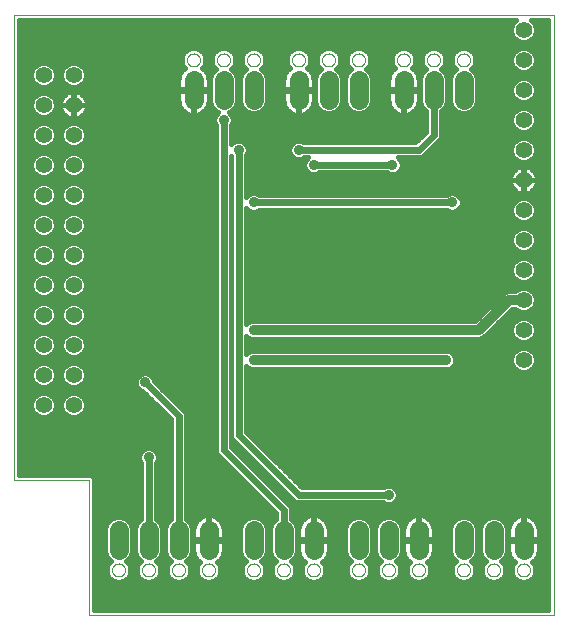
<source format=gbl>
G75*
%MOIN*%
%OFA0B0*%
%FSLAX25Y25*%
%IPPOS*%
%LPD*%
%AMOC8*
5,1,8,0,0,1.08239X$1,22.5*
%
%ADD10C,0.00000*%
%ADD11C,0.05543*%
%ADD12C,0.06496*%
%ADD13C,0.01600*%
%ADD14C,0.03562*%
%ADD15C,0.02400*%
%ADD16C,0.03200*%
D10*
X0062595Y0031433D02*
X0062595Y0076433D01*
X0037595Y0076433D01*
X0037595Y0231433D01*
X0217595Y0231433D01*
X0217595Y0031433D01*
X0062595Y0031433D01*
X0070430Y0046433D02*
X0070432Y0046526D01*
X0070438Y0046618D01*
X0070448Y0046710D01*
X0070462Y0046801D01*
X0070479Y0046892D01*
X0070501Y0046982D01*
X0070526Y0047071D01*
X0070555Y0047159D01*
X0070588Y0047245D01*
X0070625Y0047330D01*
X0070665Y0047414D01*
X0070709Y0047495D01*
X0070756Y0047575D01*
X0070806Y0047653D01*
X0070860Y0047728D01*
X0070917Y0047801D01*
X0070977Y0047871D01*
X0071040Y0047939D01*
X0071106Y0048004D01*
X0071174Y0048066D01*
X0071245Y0048126D01*
X0071319Y0048182D01*
X0071395Y0048235D01*
X0071473Y0048284D01*
X0071553Y0048331D01*
X0071635Y0048373D01*
X0071719Y0048413D01*
X0071804Y0048448D01*
X0071891Y0048480D01*
X0071979Y0048509D01*
X0072068Y0048533D01*
X0072158Y0048554D01*
X0072249Y0048570D01*
X0072341Y0048583D01*
X0072433Y0048592D01*
X0072526Y0048597D01*
X0072618Y0048598D01*
X0072711Y0048595D01*
X0072803Y0048588D01*
X0072895Y0048577D01*
X0072986Y0048562D01*
X0073077Y0048544D01*
X0073167Y0048521D01*
X0073255Y0048495D01*
X0073343Y0048465D01*
X0073429Y0048431D01*
X0073513Y0048394D01*
X0073596Y0048352D01*
X0073677Y0048308D01*
X0073757Y0048260D01*
X0073834Y0048209D01*
X0073908Y0048154D01*
X0073981Y0048096D01*
X0074051Y0048036D01*
X0074118Y0047972D01*
X0074182Y0047906D01*
X0074244Y0047836D01*
X0074302Y0047765D01*
X0074357Y0047691D01*
X0074409Y0047614D01*
X0074458Y0047535D01*
X0074504Y0047455D01*
X0074546Y0047372D01*
X0074584Y0047288D01*
X0074619Y0047202D01*
X0074650Y0047115D01*
X0074677Y0047027D01*
X0074700Y0046937D01*
X0074720Y0046847D01*
X0074736Y0046756D01*
X0074748Y0046664D01*
X0074756Y0046572D01*
X0074760Y0046479D01*
X0074760Y0046387D01*
X0074756Y0046294D01*
X0074748Y0046202D01*
X0074736Y0046110D01*
X0074720Y0046019D01*
X0074700Y0045929D01*
X0074677Y0045839D01*
X0074650Y0045751D01*
X0074619Y0045664D01*
X0074584Y0045578D01*
X0074546Y0045494D01*
X0074504Y0045411D01*
X0074458Y0045331D01*
X0074409Y0045252D01*
X0074357Y0045175D01*
X0074302Y0045101D01*
X0074244Y0045030D01*
X0074182Y0044960D01*
X0074118Y0044894D01*
X0074051Y0044830D01*
X0073981Y0044770D01*
X0073908Y0044712D01*
X0073834Y0044657D01*
X0073757Y0044606D01*
X0073678Y0044558D01*
X0073596Y0044514D01*
X0073513Y0044472D01*
X0073429Y0044435D01*
X0073343Y0044401D01*
X0073255Y0044371D01*
X0073167Y0044345D01*
X0073077Y0044322D01*
X0072986Y0044304D01*
X0072895Y0044289D01*
X0072803Y0044278D01*
X0072711Y0044271D01*
X0072618Y0044268D01*
X0072526Y0044269D01*
X0072433Y0044274D01*
X0072341Y0044283D01*
X0072249Y0044296D01*
X0072158Y0044312D01*
X0072068Y0044333D01*
X0071979Y0044357D01*
X0071891Y0044386D01*
X0071804Y0044418D01*
X0071719Y0044453D01*
X0071635Y0044493D01*
X0071553Y0044535D01*
X0071473Y0044582D01*
X0071395Y0044631D01*
X0071319Y0044684D01*
X0071245Y0044740D01*
X0071174Y0044800D01*
X0071106Y0044862D01*
X0071040Y0044927D01*
X0070977Y0044995D01*
X0070917Y0045065D01*
X0070860Y0045138D01*
X0070806Y0045213D01*
X0070756Y0045291D01*
X0070709Y0045371D01*
X0070665Y0045452D01*
X0070625Y0045536D01*
X0070588Y0045621D01*
X0070555Y0045707D01*
X0070526Y0045795D01*
X0070501Y0045884D01*
X0070479Y0045974D01*
X0070462Y0046065D01*
X0070448Y0046156D01*
X0070438Y0046248D01*
X0070432Y0046340D01*
X0070430Y0046433D01*
X0080430Y0046433D02*
X0080432Y0046526D01*
X0080438Y0046618D01*
X0080448Y0046710D01*
X0080462Y0046801D01*
X0080479Y0046892D01*
X0080501Y0046982D01*
X0080526Y0047071D01*
X0080555Y0047159D01*
X0080588Y0047245D01*
X0080625Y0047330D01*
X0080665Y0047414D01*
X0080709Y0047495D01*
X0080756Y0047575D01*
X0080806Y0047653D01*
X0080860Y0047728D01*
X0080917Y0047801D01*
X0080977Y0047871D01*
X0081040Y0047939D01*
X0081106Y0048004D01*
X0081174Y0048066D01*
X0081245Y0048126D01*
X0081319Y0048182D01*
X0081395Y0048235D01*
X0081473Y0048284D01*
X0081553Y0048331D01*
X0081635Y0048373D01*
X0081719Y0048413D01*
X0081804Y0048448D01*
X0081891Y0048480D01*
X0081979Y0048509D01*
X0082068Y0048533D01*
X0082158Y0048554D01*
X0082249Y0048570D01*
X0082341Y0048583D01*
X0082433Y0048592D01*
X0082526Y0048597D01*
X0082618Y0048598D01*
X0082711Y0048595D01*
X0082803Y0048588D01*
X0082895Y0048577D01*
X0082986Y0048562D01*
X0083077Y0048544D01*
X0083167Y0048521D01*
X0083255Y0048495D01*
X0083343Y0048465D01*
X0083429Y0048431D01*
X0083513Y0048394D01*
X0083596Y0048352D01*
X0083677Y0048308D01*
X0083757Y0048260D01*
X0083834Y0048209D01*
X0083908Y0048154D01*
X0083981Y0048096D01*
X0084051Y0048036D01*
X0084118Y0047972D01*
X0084182Y0047906D01*
X0084244Y0047836D01*
X0084302Y0047765D01*
X0084357Y0047691D01*
X0084409Y0047614D01*
X0084458Y0047535D01*
X0084504Y0047455D01*
X0084546Y0047372D01*
X0084584Y0047288D01*
X0084619Y0047202D01*
X0084650Y0047115D01*
X0084677Y0047027D01*
X0084700Y0046937D01*
X0084720Y0046847D01*
X0084736Y0046756D01*
X0084748Y0046664D01*
X0084756Y0046572D01*
X0084760Y0046479D01*
X0084760Y0046387D01*
X0084756Y0046294D01*
X0084748Y0046202D01*
X0084736Y0046110D01*
X0084720Y0046019D01*
X0084700Y0045929D01*
X0084677Y0045839D01*
X0084650Y0045751D01*
X0084619Y0045664D01*
X0084584Y0045578D01*
X0084546Y0045494D01*
X0084504Y0045411D01*
X0084458Y0045331D01*
X0084409Y0045252D01*
X0084357Y0045175D01*
X0084302Y0045101D01*
X0084244Y0045030D01*
X0084182Y0044960D01*
X0084118Y0044894D01*
X0084051Y0044830D01*
X0083981Y0044770D01*
X0083908Y0044712D01*
X0083834Y0044657D01*
X0083757Y0044606D01*
X0083678Y0044558D01*
X0083596Y0044514D01*
X0083513Y0044472D01*
X0083429Y0044435D01*
X0083343Y0044401D01*
X0083255Y0044371D01*
X0083167Y0044345D01*
X0083077Y0044322D01*
X0082986Y0044304D01*
X0082895Y0044289D01*
X0082803Y0044278D01*
X0082711Y0044271D01*
X0082618Y0044268D01*
X0082526Y0044269D01*
X0082433Y0044274D01*
X0082341Y0044283D01*
X0082249Y0044296D01*
X0082158Y0044312D01*
X0082068Y0044333D01*
X0081979Y0044357D01*
X0081891Y0044386D01*
X0081804Y0044418D01*
X0081719Y0044453D01*
X0081635Y0044493D01*
X0081553Y0044535D01*
X0081473Y0044582D01*
X0081395Y0044631D01*
X0081319Y0044684D01*
X0081245Y0044740D01*
X0081174Y0044800D01*
X0081106Y0044862D01*
X0081040Y0044927D01*
X0080977Y0044995D01*
X0080917Y0045065D01*
X0080860Y0045138D01*
X0080806Y0045213D01*
X0080756Y0045291D01*
X0080709Y0045371D01*
X0080665Y0045452D01*
X0080625Y0045536D01*
X0080588Y0045621D01*
X0080555Y0045707D01*
X0080526Y0045795D01*
X0080501Y0045884D01*
X0080479Y0045974D01*
X0080462Y0046065D01*
X0080448Y0046156D01*
X0080438Y0046248D01*
X0080432Y0046340D01*
X0080430Y0046433D01*
X0090430Y0046433D02*
X0090432Y0046526D01*
X0090438Y0046618D01*
X0090448Y0046710D01*
X0090462Y0046801D01*
X0090479Y0046892D01*
X0090501Y0046982D01*
X0090526Y0047071D01*
X0090555Y0047159D01*
X0090588Y0047245D01*
X0090625Y0047330D01*
X0090665Y0047414D01*
X0090709Y0047495D01*
X0090756Y0047575D01*
X0090806Y0047653D01*
X0090860Y0047728D01*
X0090917Y0047801D01*
X0090977Y0047871D01*
X0091040Y0047939D01*
X0091106Y0048004D01*
X0091174Y0048066D01*
X0091245Y0048126D01*
X0091319Y0048182D01*
X0091395Y0048235D01*
X0091473Y0048284D01*
X0091553Y0048331D01*
X0091635Y0048373D01*
X0091719Y0048413D01*
X0091804Y0048448D01*
X0091891Y0048480D01*
X0091979Y0048509D01*
X0092068Y0048533D01*
X0092158Y0048554D01*
X0092249Y0048570D01*
X0092341Y0048583D01*
X0092433Y0048592D01*
X0092526Y0048597D01*
X0092618Y0048598D01*
X0092711Y0048595D01*
X0092803Y0048588D01*
X0092895Y0048577D01*
X0092986Y0048562D01*
X0093077Y0048544D01*
X0093167Y0048521D01*
X0093255Y0048495D01*
X0093343Y0048465D01*
X0093429Y0048431D01*
X0093513Y0048394D01*
X0093596Y0048352D01*
X0093677Y0048308D01*
X0093757Y0048260D01*
X0093834Y0048209D01*
X0093908Y0048154D01*
X0093981Y0048096D01*
X0094051Y0048036D01*
X0094118Y0047972D01*
X0094182Y0047906D01*
X0094244Y0047836D01*
X0094302Y0047765D01*
X0094357Y0047691D01*
X0094409Y0047614D01*
X0094458Y0047535D01*
X0094504Y0047455D01*
X0094546Y0047372D01*
X0094584Y0047288D01*
X0094619Y0047202D01*
X0094650Y0047115D01*
X0094677Y0047027D01*
X0094700Y0046937D01*
X0094720Y0046847D01*
X0094736Y0046756D01*
X0094748Y0046664D01*
X0094756Y0046572D01*
X0094760Y0046479D01*
X0094760Y0046387D01*
X0094756Y0046294D01*
X0094748Y0046202D01*
X0094736Y0046110D01*
X0094720Y0046019D01*
X0094700Y0045929D01*
X0094677Y0045839D01*
X0094650Y0045751D01*
X0094619Y0045664D01*
X0094584Y0045578D01*
X0094546Y0045494D01*
X0094504Y0045411D01*
X0094458Y0045331D01*
X0094409Y0045252D01*
X0094357Y0045175D01*
X0094302Y0045101D01*
X0094244Y0045030D01*
X0094182Y0044960D01*
X0094118Y0044894D01*
X0094051Y0044830D01*
X0093981Y0044770D01*
X0093908Y0044712D01*
X0093834Y0044657D01*
X0093757Y0044606D01*
X0093678Y0044558D01*
X0093596Y0044514D01*
X0093513Y0044472D01*
X0093429Y0044435D01*
X0093343Y0044401D01*
X0093255Y0044371D01*
X0093167Y0044345D01*
X0093077Y0044322D01*
X0092986Y0044304D01*
X0092895Y0044289D01*
X0092803Y0044278D01*
X0092711Y0044271D01*
X0092618Y0044268D01*
X0092526Y0044269D01*
X0092433Y0044274D01*
X0092341Y0044283D01*
X0092249Y0044296D01*
X0092158Y0044312D01*
X0092068Y0044333D01*
X0091979Y0044357D01*
X0091891Y0044386D01*
X0091804Y0044418D01*
X0091719Y0044453D01*
X0091635Y0044493D01*
X0091553Y0044535D01*
X0091473Y0044582D01*
X0091395Y0044631D01*
X0091319Y0044684D01*
X0091245Y0044740D01*
X0091174Y0044800D01*
X0091106Y0044862D01*
X0091040Y0044927D01*
X0090977Y0044995D01*
X0090917Y0045065D01*
X0090860Y0045138D01*
X0090806Y0045213D01*
X0090756Y0045291D01*
X0090709Y0045371D01*
X0090665Y0045452D01*
X0090625Y0045536D01*
X0090588Y0045621D01*
X0090555Y0045707D01*
X0090526Y0045795D01*
X0090501Y0045884D01*
X0090479Y0045974D01*
X0090462Y0046065D01*
X0090448Y0046156D01*
X0090438Y0046248D01*
X0090432Y0046340D01*
X0090430Y0046433D01*
X0100430Y0046433D02*
X0100432Y0046526D01*
X0100438Y0046618D01*
X0100448Y0046710D01*
X0100462Y0046801D01*
X0100479Y0046892D01*
X0100501Y0046982D01*
X0100526Y0047071D01*
X0100555Y0047159D01*
X0100588Y0047245D01*
X0100625Y0047330D01*
X0100665Y0047414D01*
X0100709Y0047495D01*
X0100756Y0047575D01*
X0100806Y0047653D01*
X0100860Y0047728D01*
X0100917Y0047801D01*
X0100977Y0047871D01*
X0101040Y0047939D01*
X0101106Y0048004D01*
X0101174Y0048066D01*
X0101245Y0048126D01*
X0101319Y0048182D01*
X0101395Y0048235D01*
X0101473Y0048284D01*
X0101553Y0048331D01*
X0101635Y0048373D01*
X0101719Y0048413D01*
X0101804Y0048448D01*
X0101891Y0048480D01*
X0101979Y0048509D01*
X0102068Y0048533D01*
X0102158Y0048554D01*
X0102249Y0048570D01*
X0102341Y0048583D01*
X0102433Y0048592D01*
X0102526Y0048597D01*
X0102618Y0048598D01*
X0102711Y0048595D01*
X0102803Y0048588D01*
X0102895Y0048577D01*
X0102986Y0048562D01*
X0103077Y0048544D01*
X0103167Y0048521D01*
X0103255Y0048495D01*
X0103343Y0048465D01*
X0103429Y0048431D01*
X0103513Y0048394D01*
X0103596Y0048352D01*
X0103677Y0048308D01*
X0103757Y0048260D01*
X0103834Y0048209D01*
X0103908Y0048154D01*
X0103981Y0048096D01*
X0104051Y0048036D01*
X0104118Y0047972D01*
X0104182Y0047906D01*
X0104244Y0047836D01*
X0104302Y0047765D01*
X0104357Y0047691D01*
X0104409Y0047614D01*
X0104458Y0047535D01*
X0104504Y0047455D01*
X0104546Y0047372D01*
X0104584Y0047288D01*
X0104619Y0047202D01*
X0104650Y0047115D01*
X0104677Y0047027D01*
X0104700Y0046937D01*
X0104720Y0046847D01*
X0104736Y0046756D01*
X0104748Y0046664D01*
X0104756Y0046572D01*
X0104760Y0046479D01*
X0104760Y0046387D01*
X0104756Y0046294D01*
X0104748Y0046202D01*
X0104736Y0046110D01*
X0104720Y0046019D01*
X0104700Y0045929D01*
X0104677Y0045839D01*
X0104650Y0045751D01*
X0104619Y0045664D01*
X0104584Y0045578D01*
X0104546Y0045494D01*
X0104504Y0045411D01*
X0104458Y0045331D01*
X0104409Y0045252D01*
X0104357Y0045175D01*
X0104302Y0045101D01*
X0104244Y0045030D01*
X0104182Y0044960D01*
X0104118Y0044894D01*
X0104051Y0044830D01*
X0103981Y0044770D01*
X0103908Y0044712D01*
X0103834Y0044657D01*
X0103757Y0044606D01*
X0103678Y0044558D01*
X0103596Y0044514D01*
X0103513Y0044472D01*
X0103429Y0044435D01*
X0103343Y0044401D01*
X0103255Y0044371D01*
X0103167Y0044345D01*
X0103077Y0044322D01*
X0102986Y0044304D01*
X0102895Y0044289D01*
X0102803Y0044278D01*
X0102711Y0044271D01*
X0102618Y0044268D01*
X0102526Y0044269D01*
X0102433Y0044274D01*
X0102341Y0044283D01*
X0102249Y0044296D01*
X0102158Y0044312D01*
X0102068Y0044333D01*
X0101979Y0044357D01*
X0101891Y0044386D01*
X0101804Y0044418D01*
X0101719Y0044453D01*
X0101635Y0044493D01*
X0101553Y0044535D01*
X0101473Y0044582D01*
X0101395Y0044631D01*
X0101319Y0044684D01*
X0101245Y0044740D01*
X0101174Y0044800D01*
X0101106Y0044862D01*
X0101040Y0044927D01*
X0100977Y0044995D01*
X0100917Y0045065D01*
X0100860Y0045138D01*
X0100806Y0045213D01*
X0100756Y0045291D01*
X0100709Y0045371D01*
X0100665Y0045452D01*
X0100625Y0045536D01*
X0100588Y0045621D01*
X0100555Y0045707D01*
X0100526Y0045795D01*
X0100501Y0045884D01*
X0100479Y0045974D01*
X0100462Y0046065D01*
X0100448Y0046156D01*
X0100438Y0046248D01*
X0100432Y0046340D01*
X0100430Y0046433D01*
X0115430Y0046433D02*
X0115432Y0046526D01*
X0115438Y0046618D01*
X0115448Y0046710D01*
X0115462Y0046801D01*
X0115479Y0046892D01*
X0115501Y0046982D01*
X0115526Y0047071D01*
X0115555Y0047159D01*
X0115588Y0047245D01*
X0115625Y0047330D01*
X0115665Y0047414D01*
X0115709Y0047495D01*
X0115756Y0047575D01*
X0115806Y0047653D01*
X0115860Y0047728D01*
X0115917Y0047801D01*
X0115977Y0047871D01*
X0116040Y0047939D01*
X0116106Y0048004D01*
X0116174Y0048066D01*
X0116245Y0048126D01*
X0116319Y0048182D01*
X0116395Y0048235D01*
X0116473Y0048284D01*
X0116553Y0048331D01*
X0116635Y0048373D01*
X0116719Y0048413D01*
X0116804Y0048448D01*
X0116891Y0048480D01*
X0116979Y0048509D01*
X0117068Y0048533D01*
X0117158Y0048554D01*
X0117249Y0048570D01*
X0117341Y0048583D01*
X0117433Y0048592D01*
X0117526Y0048597D01*
X0117618Y0048598D01*
X0117711Y0048595D01*
X0117803Y0048588D01*
X0117895Y0048577D01*
X0117986Y0048562D01*
X0118077Y0048544D01*
X0118167Y0048521D01*
X0118255Y0048495D01*
X0118343Y0048465D01*
X0118429Y0048431D01*
X0118513Y0048394D01*
X0118596Y0048352D01*
X0118677Y0048308D01*
X0118757Y0048260D01*
X0118834Y0048209D01*
X0118908Y0048154D01*
X0118981Y0048096D01*
X0119051Y0048036D01*
X0119118Y0047972D01*
X0119182Y0047906D01*
X0119244Y0047836D01*
X0119302Y0047765D01*
X0119357Y0047691D01*
X0119409Y0047614D01*
X0119458Y0047535D01*
X0119504Y0047455D01*
X0119546Y0047372D01*
X0119584Y0047288D01*
X0119619Y0047202D01*
X0119650Y0047115D01*
X0119677Y0047027D01*
X0119700Y0046937D01*
X0119720Y0046847D01*
X0119736Y0046756D01*
X0119748Y0046664D01*
X0119756Y0046572D01*
X0119760Y0046479D01*
X0119760Y0046387D01*
X0119756Y0046294D01*
X0119748Y0046202D01*
X0119736Y0046110D01*
X0119720Y0046019D01*
X0119700Y0045929D01*
X0119677Y0045839D01*
X0119650Y0045751D01*
X0119619Y0045664D01*
X0119584Y0045578D01*
X0119546Y0045494D01*
X0119504Y0045411D01*
X0119458Y0045331D01*
X0119409Y0045252D01*
X0119357Y0045175D01*
X0119302Y0045101D01*
X0119244Y0045030D01*
X0119182Y0044960D01*
X0119118Y0044894D01*
X0119051Y0044830D01*
X0118981Y0044770D01*
X0118908Y0044712D01*
X0118834Y0044657D01*
X0118757Y0044606D01*
X0118678Y0044558D01*
X0118596Y0044514D01*
X0118513Y0044472D01*
X0118429Y0044435D01*
X0118343Y0044401D01*
X0118255Y0044371D01*
X0118167Y0044345D01*
X0118077Y0044322D01*
X0117986Y0044304D01*
X0117895Y0044289D01*
X0117803Y0044278D01*
X0117711Y0044271D01*
X0117618Y0044268D01*
X0117526Y0044269D01*
X0117433Y0044274D01*
X0117341Y0044283D01*
X0117249Y0044296D01*
X0117158Y0044312D01*
X0117068Y0044333D01*
X0116979Y0044357D01*
X0116891Y0044386D01*
X0116804Y0044418D01*
X0116719Y0044453D01*
X0116635Y0044493D01*
X0116553Y0044535D01*
X0116473Y0044582D01*
X0116395Y0044631D01*
X0116319Y0044684D01*
X0116245Y0044740D01*
X0116174Y0044800D01*
X0116106Y0044862D01*
X0116040Y0044927D01*
X0115977Y0044995D01*
X0115917Y0045065D01*
X0115860Y0045138D01*
X0115806Y0045213D01*
X0115756Y0045291D01*
X0115709Y0045371D01*
X0115665Y0045452D01*
X0115625Y0045536D01*
X0115588Y0045621D01*
X0115555Y0045707D01*
X0115526Y0045795D01*
X0115501Y0045884D01*
X0115479Y0045974D01*
X0115462Y0046065D01*
X0115448Y0046156D01*
X0115438Y0046248D01*
X0115432Y0046340D01*
X0115430Y0046433D01*
X0125430Y0046433D02*
X0125432Y0046526D01*
X0125438Y0046618D01*
X0125448Y0046710D01*
X0125462Y0046801D01*
X0125479Y0046892D01*
X0125501Y0046982D01*
X0125526Y0047071D01*
X0125555Y0047159D01*
X0125588Y0047245D01*
X0125625Y0047330D01*
X0125665Y0047414D01*
X0125709Y0047495D01*
X0125756Y0047575D01*
X0125806Y0047653D01*
X0125860Y0047728D01*
X0125917Y0047801D01*
X0125977Y0047871D01*
X0126040Y0047939D01*
X0126106Y0048004D01*
X0126174Y0048066D01*
X0126245Y0048126D01*
X0126319Y0048182D01*
X0126395Y0048235D01*
X0126473Y0048284D01*
X0126553Y0048331D01*
X0126635Y0048373D01*
X0126719Y0048413D01*
X0126804Y0048448D01*
X0126891Y0048480D01*
X0126979Y0048509D01*
X0127068Y0048533D01*
X0127158Y0048554D01*
X0127249Y0048570D01*
X0127341Y0048583D01*
X0127433Y0048592D01*
X0127526Y0048597D01*
X0127618Y0048598D01*
X0127711Y0048595D01*
X0127803Y0048588D01*
X0127895Y0048577D01*
X0127986Y0048562D01*
X0128077Y0048544D01*
X0128167Y0048521D01*
X0128255Y0048495D01*
X0128343Y0048465D01*
X0128429Y0048431D01*
X0128513Y0048394D01*
X0128596Y0048352D01*
X0128677Y0048308D01*
X0128757Y0048260D01*
X0128834Y0048209D01*
X0128908Y0048154D01*
X0128981Y0048096D01*
X0129051Y0048036D01*
X0129118Y0047972D01*
X0129182Y0047906D01*
X0129244Y0047836D01*
X0129302Y0047765D01*
X0129357Y0047691D01*
X0129409Y0047614D01*
X0129458Y0047535D01*
X0129504Y0047455D01*
X0129546Y0047372D01*
X0129584Y0047288D01*
X0129619Y0047202D01*
X0129650Y0047115D01*
X0129677Y0047027D01*
X0129700Y0046937D01*
X0129720Y0046847D01*
X0129736Y0046756D01*
X0129748Y0046664D01*
X0129756Y0046572D01*
X0129760Y0046479D01*
X0129760Y0046387D01*
X0129756Y0046294D01*
X0129748Y0046202D01*
X0129736Y0046110D01*
X0129720Y0046019D01*
X0129700Y0045929D01*
X0129677Y0045839D01*
X0129650Y0045751D01*
X0129619Y0045664D01*
X0129584Y0045578D01*
X0129546Y0045494D01*
X0129504Y0045411D01*
X0129458Y0045331D01*
X0129409Y0045252D01*
X0129357Y0045175D01*
X0129302Y0045101D01*
X0129244Y0045030D01*
X0129182Y0044960D01*
X0129118Y0044894D01*
X0129051Y0044830D01*
X0128981Y0044770D01*
X0128908Y0044712D01*
X0128834Y0044657D01*
X0128757Y0044606D01*
X0128678Y0044558D01*
X0128596Y0044514D01*
X0128513Y0044472D01*
X0128429Y0044435D01*
X0128343Y0044401D01*
X0128255Y0044371D01*
X0128167Y0044345D01*
X0128077Y0044322D01*
X0127986Y0044304D01*
X0127895Y0044289D01*
X0127803Y0044278D01*
X0127711Y0044271D01*
X0127618Y0044268D01*
X0127526Y0044269D01*
X0127433Y0044274D01*
X0127341Y0044283D01*
X0127249Y0044296D01*
X0127158Y0044312D01*
X0127068Y0044333D01*
X0126979Y0044357D01*
X0126891Y0044386D01*
X0126804Y0044418D01*
X0126719Y0044453D01*
X0126635Y0044493D01*
X0126553Y0044535D01*
X0126473Y0044582D01*
X0126395Y0044631D01*
X0126319Y0044684D01*
X0126245Y0044740D01*
X0126174Y0044800D01*
X0126106Y0044862D01*
X0126040Y0044927D01*
X0125977Y0044995D01*
X0125917Y0045065D01*
X0125860Y0045138D01*
X0125806Y0045213D01*
X0125756Y0045291D01*
X0125709Y0045371D01*
X0125665Y0045452D01*
X0125625Y0045536D01*
X0125588Y0045621D01*
X0125555Y0045707D01*
X0125526Y0045795D01*
X0125501Y0045884D01*
X0125479Y0045974D01*
X0125462Y0046065D01*
X0125448Y0046156D01*
X0125438Y0046248D01*
X0125432Y0046340D01*
X0125430Y0046433D01*
X0135430Y0046433D02*
X0135432Y0046526D01*
X0135438Y0046618D01*
X0135448Y0046710D01*
X0135462Y0046801D01*
X0135479Y0046892D01*
X0135501Y0046982D01*
X0135526Y0047071D01*
X0135555Y0047159D01*
X0135588Y0047245D01*
X0135625Y0047330D01*
X0135665Y0047414D01*
X0135709Y0047495D01*
X0135756Y0047575D01*
X0135806Y0047653D01*
X0135860Y0047728D01*
X0135917Y0047801D01*
X0135977Y0047871D01*
X0136040Y0047939D01*
X0136106Y0048004D01*
X0136174Y0048066D01*
X0136245Y0048126D01*
X0136319Y0048182D01*
X0136395Y0048235D01*
X0136473Y0048284D01*
X0136553Y0048331D01*
X0136635Y0048373D01*
X0136719Y0048413D01*
X0136804Y0048448D01*
X0136891Y0048480D01*
X0136979Y0048509D01*
X0137068Y0048533D01*
X0137158Y0048554D01*
X0137249Y0048570D01*
X0137341Y0048583D01*
X0137433Y0048592D01*
X0137526Y0048597D01*
X0137618Y0048598D01*
X0137711Y0048595D01*
X0137803Y0048588D01*
X0137895Y0048577D01*
X0137986Y0048562D01*
X0138077Y0048544D01*
X0138167Y0048521D01*
X0138255Y0048495D01*
X0138343Y0048465D01*
X0138429Y0048431D01*
X0138513Y0048394D01*
X0138596Y0048352D01*
X0138677Y0048308D01*
X0138757Y0048260D01*
X0138834Y0048209D01*
X0138908Y0048154D01*
X0138981Y0048096D01*
X0139051Y0048036D01*
X0139118Y0047972D01*
X0139182Y0047906D01*
X0139244Y0047836D01*
X0139302Y0047765D01*
X0139357Y0047691D01*
X0139409Y0047614D01*
X0139458Y0047535D01*
X0139504Y0047455D01*
X0139546Y0047372D01*
X0139584Y0047288D01*
X0139619Y0047202D01*
X0139650Y0047115D01*
X0139677Y0047027D01*
X0139700Y0046937D01*
X0139720Y0046847D01*
X0139736Y0046756D01*
X0139748Y0046664D01*
X0139756Y0046572D01*
X0139760Y0046479D01*
X0139760Y0046387D01*
X0139756Y0046294D01*
X0139748Y0046202D01*
X0139736Y0046110D01*
X0139720Y0046019D01*
X0139700Y0045929D01*
X0139677Y0045839D01*
X0139650Y0045751D01*
X0139619Y0045664D01*
X0139584Y0045578D01*
X0139546Y0045494D01*
X0139504Y0045411D01*
X0139458Y0045331D01*
X0139409Y0045252D01*
X0139357Y0045175D01*
X0139302Y0045101D01*
X0139244Y0045030D01*
X0139182Y0044960D01*
X0139118Y0044894D01*
X0139051Y0044830D01*
X0138981Y0044770D01*
X0138908Y0044712D01*
X0138834Y0044657D01*
X0138757Y0044606D01*
X0138678Y0044558D01*
X0138596Y0044514D01*
X0138513Y0044472D01*
X0138429Y0044435D01*
X0138343Y0044401D01*
X0138255Y0044371D01*
X0138167Y0044345D01*
X0138077Y0044322D01*
X0137986Y0044304D01*
X0137895Y0044289D01*
X0137803Y0044278D01*
X0137711Y0044271D01*
X0137618Y0044268D01*
X0137526Y0044269D01*
X0137433Y0044274D01*
X0137341Y0044283D01*
X0137249Y0044296D01*
X0137158Y0044312D01*
X0137068Y0044333D01*
X0136979Y0044357D01*
X0136891Y0044386D01*
X0136804Y0044418D01*
X0136719Y0044453D01*
X0136635Y0044493D01*
X0136553Y0044535D01*
X0136473Y0044582D01*
X0136395Y0044631D01*
X0136319Y0044684D01*
X0136245Y0044740D01*
X0136174Y0044800D01*
X0136106Y0044862D01*
X0136040Y0044927D01*
X0135977Y0044995D01*
X0135917Y0045065D01*
X0135860Y0045138D01*
X0135806Y0045213D01*
X0135756Y0045291D01*
X0135709Y0045371D01*
X0135665Y0045452D01*
X0135625Y0045536D01*
X0135588Y0045621D01*
X0135555Y0045707D01*
X0135526Y0045795D01*
X0135501Y0045884D01*
X0135479Y0045974D01*
X0135462Y0046065D01*
X0135448Y0046156D01*
X0135438Y0046248D01*
X0135432Y0046340D01*
X0135430Y0046433D01*
X0150430Y0046433D02*
X0150432Y0046526D01*
X0150438Y0046618D01*
X0150448Y0046710D01*
X0150462Y0046801D01*
X0150479Y0046892D01*
X0150501Y0046982D01*
X0150526Y0047071D01*
X0150555Y0047159D01*
X0150588Y0047245D01*
X0150625Y0047330D01*
X0150665Y0047414D01*
X0150709Y0047495D01*
X0150756Y0047575D01*
X0150806Y0047653D01*
X0150860Y0047728D01*
X0150917Y0047801D01*
X0150977Y0047871D01*
X0151040Y0047939D01*
X0151106Y0048004D01*
X0151174Y0048066D01*
X0151245Y0048126D01*
X0151319Y0048182D01*
X0151395Y0048235D01*
X0151473Y0048284D01*
X0151553Y0048331D01*
X0151635Y0048373D01*
X0151719Y0048413D01*
X0151804Y0048448D01*
X0151891Y0048480D01*
X0151979Y0048509D01*
X0152068Y0048533D01*
X0152158Y0048554D01*
X0152249Y0048570D01*
X0152341Y0048583D01*
X0152433Y0048592D01*
X0152526Y0048597D01*
X0152618Y0048598D01*
X0152711Y0048595D01*
X0152803Y0048588D01*
X0152895Y0048577D01*
X0152986Y0048562D01*
X0153077Y0048544D01*
X0153167Y0048521D01*
X0153255Y0048495D01*
X0153343Y0048465D01*
X0153429Y0048431D01*
X0153513Y0048394D01*
X0153596Y0048352D01*
X0153677Y0048308D01*
X0153757Y0048260D01*
X0153834Y0048209D01*
X0153908Y0048154D01*
X0153981Y0048096D01*
X0154051Y0048036D01*
X0154118Y0047972D01*
X0154182Y0047906D01*
X0154244Y0047836D01*
X0154302Y0047765D01*
X0154357Y0047691D01*
X0154409Y0047614D01*
X0154458Y0047535D01*
X0154504Y0047455D01*
X0154546Y0047372D01*
X0154584Y0047288D01*
X0154619Y0047202D01*
X0154650Y0047115D01*
X0154677Y0047027D01*
X0154700Y0046937D01*
X0154720Y0046847D01*
X0154736Y0046756D01*
X0154748Y0046664D01*
X0154756Y0046572D01*
X0154760Y0046479D01*
X0154760Y0046387D01*
X0154756Y0046294D01*
X0154748Y0046202D01*
X0154736Y0046110D01*
X0154720Y0046019D01*
X0154700Y0045929D01*
X0154677Y0045839D01*
X0154650Y0045751D01*
X0154619Y0045664D01*
X0154584Y0045578D01*
X0154546Y0045494D01*
X0154504Y0045411D01*
X0154458Y0045331D01*
X0154409Y0045252D01*
X0154357Y0045175D01*
X0154302Y0045101D01*
X0154244Y0045030D01*
X0154182Y0044960D01*
X0154118Y0044894D01*
X0154051Y0044830D01*
X0153981Y0044770D01*
X0153908Y0044712D01*
X0153834Y0044657D01*
X0153757Y0044606D01*
X0153678Y0044558D01*
X0153596Y0044514D01*
X0153513Y0044472D01*
X0153429Y0044435D01*
X0153343Y0044401D01*
X0153255Y0044371D01*
X0153167Y0044345D01*
X0153077Y0044322D01*
X0152986Y0044304D01*
X0152895Y0044289D01*
X0152803Y0044278D01*
X0152711Y0044271D01*
X0152618Y0044268D01*
X0152526Y0044269D01*
X0152433Y0044274D01*
X0152341Y0044283D01*
X0152249Y0044296D01*
X0152158Y0044312D01*
X0152068Y0044333D01*
X0151979Y0044357D01*
X0151891Y0044386D01*
X0151804Y0044418D01*
X0151719Y0044453D01*
X0151635Y0044493D01*
X0151553Y0044535D01*
X0151473Y0044582D01*
X0151395Y0044631D01*
X0151319Y0044684D01*
X0151245Y0044740D01*
X0151174Y0044800D01*
X0151106Y0044862D01*
X0151040Y0044927D01*
X0150977Y0044995D01*
X0150917Y0045065D01*
X0150860Y0045138D01*
X0150806Y0045213D01*
X0150756Y0045291D01*
X0150709Y0045371D01*
X0150665Y0045452D01*
X0150625Y0045536D01*
X0150588Y0045621D01*
X0150555Y0045707D01*
X0150526Y0045795D01*
X0150501Y0045884D01*
X0150479Y0045974D01*
X0150462Y0046065D01*
X0150448Y0046156D01*
X0150438Y0046248D01*
X0150432Y0046340D01*
X0150430Y0046433D01*
X0160430Y0046433D02*
X0160432Y0046526D01*
X0160438Y0046618D01*
X0160448Y0046710D01*
X0160462Y0046801D01*
X0160479Y0046892D01*
X0160501Y0046982D01*
X0160526Y0047071D01*
X0160555Y0047159D01*
X0160588Y0047245D01*
X0160625Y0047330D01*
X0160665Y0047414D01*
X0160709Y0047495D01*
X0160756Y0047575D01*
X0160806Y0047653D01*
X0160860Y0047728D01*
X0160917Y0047801D01*
X0160977Y0047871D01*
X0161040Y0047939D01*
X0161106Y0048004D01*
X0161174Y0048066D01*
X0161245Y0048126D01*
X0161319Y0048182D01*
X0161395Y0048235D01*
X0161473Y0048284D01*
X0161553Y0048331D01*
X0161635Y0048373D01*
X0161719Y0048413D01*
X0161804Y0048448D01*
X0161891Y0048480D01*
X0161979Y0048509D01*
X0162068Y0048533D01*
X0162158Y0048554D01*
X0162249Y0048570D01*
X0162341Y0048583D01*
X0162433Y0048592D01*
X0162526Y0048597D01*
X0162618Y0048598D01*
X0162711Y0048595D01*
X0162803Y0048588D01*
X0162895Y0048577D01*
X0162986Y0048562D01*
X0163077Y0048544D01*
X0163167Y0048521D01*
X0163255Y0048495D01*
X0163343Y0048465D01*
X0163429Y0048431D01*
X0163513Y0048394D01*
X0163596Y0048352D01*
X0163677Y0048308D01*
X0163757Y0048260D01*
X0163834Y0048209D01*
X0163908Y0048154D01*
X0163981Y0048096D01*
X0164051Y0048036D01*
X0164118Y0047972D01*
X0164182Y0047906D01*
X0164244Y0047836D01*
X0164302Y0047765D01*
X0164357Y0047691D01*
X0164409Y0047614D01*
X0164458Y0047535D01*
X0164504Y0047455D01*
X0164546Y0047372D01*
X0164584Y0047288D01*
X0164619Y0047202D01*
X0164650Y0047115D01*
X0164677Y0047027D01*
X0164700Y0046937D01*
X0164720Y0046847D01*
X0164736Y0046756D01*
X0164748Y0046664D01*
X0164756Y0046572D01*
X0164760Y0046479D01*
X0164760Y0046387D01*
X0164756Y0046294D01*
X0164748Y0046202D01*
X0164736Y0046110D01*
X0164720Y0046019D01*
X0164700Y0045929D01*
X0164677Y0045839D01*
X0164650Y0045751D01*
X0164619Y0045664D01*
X0164584Y0045578D01*
X0164546Y0045494D01*
X0164504Y0045411D01*
X0164458Y0045331D01*
X0164409Y0045252D01*
X0164357Y0045175D01*
X0164302Y0045101D01*
X0164244Y0045030D01*
X0164182Y0044960D01*
X0164118Y0044894D01*
X0164051Y0044830D01*
X0163981Y0044770D01*
X0163908Y0044712D01*
X0163834Y0044657D01*
X0163757Y0044606D01*
X0163678Y0044558D01*
X0163596Y0044514D01*
X0163513Y0044472D01*
X0163429Y0044435D01*
X0163343Y0044401D01*
X0163255Y0044371D01*
X0163167Y0044345D01*
X0163077Y0044322D01*
X0162986Y0044304D01*
X0162895Y0044289D01*
X0162803Y0044278D01*
X0162711Y0044271D01*
X0162618Y0044268D01*
X0162526Y0044269D01*
X0162433Y0044274D01*
X0162341Y0044283D01*
X0162249Y0044296D01*
X0162158Y0044312D01*
X0162068Y0044333D01*
X0161979Y0044357D01*
X0161891Y0044386D01*
X0161804Y0044418D01*
X0161719Y0044453D01*
X0161635Y0044493D01*
X0161553Y0044535D01*
X0161473Y0044582D01*
X0161395Y0044631D01*
X0161319Y0044684D01*
X0161245Y0044740D01*
X0161174Y0044800D01*
X0161106Y0044862D01*
X0161040Y0044927D01*
X0160977Y0044995D01*
X0160917Y0045065D01*
X0160860Y0045138D01*
X0160806Y0045213D01*
X0160756Y0045291D01*
X0160709Y0045371D01*
X0160665Y0045452D01*
X0160625Y0045536D01*
X0160588Y0045621D01*
X0160555Y0045707D01*
X0160526Y0045795D01*
X0160501Y0045884D01*
X0160479Y0045974D01*
X0160462Y0046065D01*
X0160448Y0046156D01*
X0160438Y0046248D01*
X0160432Y0046340D01*
X0160430Y0046433D01*
X0170430Y0046433D02*
X0170432Y0046526D01*
X0170438Y0046618D01*
X0170448Y0046710D01*
X0170462Y0046801D01*
X0170479Y0046892D01*
X0170501Y0046982D01*
X0170526Y0047071D01*
X0170555Y0047159D01*
X0170588Y0047245D01*
X0170625Y0047330D01*
X0170665Y0047414D01*
X0170709Y0047495D01*
X0170756Y0047575D01*
X0170806Y0047653D01*
X0170860Y0047728D01*
X0170917Y0047801D01*
X0170977Y0047871D01*
X0171040Y0047939D01*
X0171106Y0048004D01*
X0171174Y0048066D01*
X0171245Y0048126D01*
X0171319Y0048182D01*
X0171395Y0048235D01*
X0171473Y0048284D01*
X0171553Y0048331D01*
X0171635Y0048373D01*
X0171719Y0048413D01*
X0171804Y0048448D01*
X0171891Y0048480D01*
X0171979Y0048509D01*
X0172068Y0048533D01*
X0172158Y0048554D01*
X0172249Y0048570D01*
X0172341Y0048583D01*
X0172433Y0048592D01*
X0172526Y0048597D01*
X0172618Y0048598D01*
X0172711Y0048595D01*
X0172803Y0048588D01*
X0172895Y0048577D01*
X0172986Y0048562D01*
X0173077Y0048544D01*
X0173167Y0048521D01*
X0173255Y0048495D01*
X0173343Y0048465D01*
X0173429Y0048431D01*
X0173513Y0048394D01*
X0173596Y0048352D01*
X0173677Y0048308D01*
X0173757Y0048260D01*
X0173834Y0048209D01*
X0173908Y0048154D01*
X0173981Y0048096D01*
X0174051Y0048036D01*
X0174118Y0047972D01*
X0174182Y0047906D01*
X0174244Y0047836D01*
X0174302Y0047765D01*
X0174357Y0047691D01*
X0174409Y0047614D01*
X0174458Y0047535D01*
X0174504Y0047455D01*
X0174546Y0047372D01*
X0174584Y0047288D01*
X0174619Y0047202D01*
X0174650Y0047115D01*
X0174677Y0047027D01*
X0174700Y0046937D01*
X0174720Y0046847D01*
X0174736Y0046756D01*
X0174748Y0046664D01*
X0174756Y0046572D01*
X0174760Y0046479D01*
X0174760Y0046387D01*
X0174756Y0046294D01*
X0174748Y0046202D01*
X0174736Y0046110D01*
X0174720Y0046019D01*
X0174700Y0045929D01*
X0174677Y0045839D01*
X0174650Y0045751D01*
X0174619Y0045664D01*
X0174584Y0045578D01*
X0174546Y0045494D01*
X0174504Y0045411D01*
X0174458Y0045331D01*
X0174409Y0045252D01*
X0174357Y0045175D01*
X0174302Y0045101D01*
X0174244Y0045030D01*
X0174182Y0044960D01*
X0174118Y0044894D01*
X0174051Y0044830D01*
X0173981Y0044770D01*
X0173908Y0044712D01*
X0173834Y0044657D01*
X0173757Y0044606D01*
X0173678Y0044558D01*
X0173596Y0044514D01*
X0173513Y0044472D01*
X0173429Y0044435D01*
X0173343Y0044401D01*
X0173255Y0044371D01*
X0173167Y0044345D01*
X0173077Y0044322D01*
X0172986Y0044304D01*
X0172895Y0044289D01*
X0172803Y0044278D01*
X0172711Y0044271D01*
X0172618Y0044268D01*
X0172526Y0044269D01*
X0172433Y0044274D01*
X0172341Y0044283D01*
X0172249Y0044296D01*
X0172158Y0044312D01*
X0172068Y0044333D01*
X0171979Y0044357D01*
X0171891Y0044386D01*
X0171804Y0044418D01*
X0171719Y0044453D01*
X0171635Y0044493D01*
X0171553Y0044535D01*
X0171473Y0044582D01*
X0171395Y0044631D01*
X0171319Y0044684D01*
X0171245Y0044740D01*
X0171174Y0044800D01*
X0171106Y0044862D01*
X0171040Y0044927D01*
X0170977Y0044995D01*
X0170917Y0045065D01*
X0170860Y0045138D01*
X0170806Y0045213D01*
X0170756Y0045291D01*
X0170709Y0045371D01*
X0170665Y0045452D01*
X0170625Y0045536D01*
X0170588Y0045621D01*
X0170555Y0045707D01*
X0170526Y0045795D01*
X0170501Y0045884D01*
X0170479Y0045974D01*
X0170462Y0046065D01*
X0170448Y0046156D01*
X0170438Y0046248D01*
X0170432Y0046340D01*
X0170430Y0046433D01*
X0185430Y0046433D02*
X0185432Y0046526D01*
X0185438Y0046618D01*
X0185448Y0046710D01*
X0185462Y0046801D01*
X0185479Y0046892D01*
X0185501Y0046982D01*
X0185526Y0047071D01*
X0185555Y0047159D01*
X0185588Y0047245D01*
X0185625Y0047330D01*
X0185665Y0047414D01*
X0185709Y0047495D01*
X0185756Y0047575D01*
X0185806Y0047653D01*
X0185860Y0047728D01*
X0185917Y0047801D01*
X0185977Y0047871D01*
X0186040Y0047939D01*
X0186106Y0048004D01*
X0186174Y0048066D01*
X0186245Y0048126D01*
X0186319Y0048182D01*
X0186395Y0048235D01*
X0186473Y0048284D01*
X0186553Y0048331D01*
X0186635Y0048373D01*
X0186719Y0048413D01*
X0186804Y0048448D01*
X0186891Y0048480D01*
X0186979Y0048509D01*
X0187068Y0048533D01*
X0187158Y0048554D01*
X0187249Y0048570D01*
X0187341Y0048583D01*
X0187433Y0048592D01*
X0187526Y0048597D01*
X0187618Y0048598D01*
X0187711Y0048595D01*
X0187803Y0048588D01*
X0187895Y0048577D01*
X0187986Y0048562D01*
X0188077Y0048544D01*
X0188167Y0048521D01*
X0188255Y0048495D01*
X0188343Y0048465D01*
X0188429Y0048431D01*
X0188513Y0048394D01*
X0188596Y0048352D01*
X0188677Y0048308D01*
X0188757Y0048260D01*
X0188834Y0048209D01*
X0188908Y0048154D01*
X0188981Y0048096D01*
X0189051Y0048036D01*
X0189118Y0047972D01*
X0189182Y0047906D01*
X0189244Y0047836D01*
X0189302Y0047765D01*
X0189357Y0047691D01*
X0189409Y0047614D01*
X0189458Y0047535D01*
X0189504Y0047455D01*
X0189546Y0047372D01*
X0189584Y0047288D01*
X0189619Y0047202D01*
X0189650Y0047115D01*
X0189677Y0047027D01*
X0189700Y0046937D01*
X0189720Y0046847D01*
X0189736Y0046756D01*
X0189748Y0046664D01*
X0189756Y0046572D01*
X0189760Y0046479D01*
X0189760Y0046387D01*
X0189756Y0046294D01*
X0189748Y0046202D01*
X0189736Y0046110D01*
X0189720Y0046019D01*
X0189700Y0045929D01*
X0189677Y0045839D01*
X0189650Y0045751D01*
X0189619Y0045664D01*
X0189584Y0045578D01*
X0189546Y0045494D01*
X0189504Y0045411D01*
X0189458Y0045331D01*
X0189409Y0045252D01*
X0189357Y0045175D01*
X0189302Y0045101D01*
X0189244Y0045030D01*
X0189182Y0044960D01*
X0189118Y0044894D01*
X0189051Y0044830D01*
X0188981Y0044770D01*
X0188908Y0044712D01*
X0188834Y0044657D01*
X0188757Y0044606D01*
X0188678Y0044558D01*
X0188596Y0044514D01*
X0188513Y0044472D01*
X0188429Y0044435D01*
X0188343Y0044401D01*
X0188255Y0044371D01*
X0188167Y0044345D01*
X0188077Y0044322D01*
X0187986Y0044304D01*
X0187895Y0044289D01*
X0187803Y0044278D01*
X0187711Y0044271D01*
X0187618Y0044268D01*
X0187526Y0044269D01*
X0187433Y0044274D01*
X0187341Y0044283D01*
X0187249Y0044296D01*
X0187158Y0044312D01*
X0187068Y0044333D01*
X0186979Y0044357D01*
X0186891Y0044386D01*
X0186804Y0044418D01*
X0186719Y0044453D01*
X0186635Y0044493D01*
X0186553Y0044535D01*
X0186473Y0044582D01*
X0186395Y0044631D01*
X0186319Y0044684D01*
X0186245Y0044740D01*
X0186174Y0044800D01*
X0186106Y0044862D01*
X0186040Y0044927D01*
X0185977Y0044995D01*
X0185917Y0045065D01*
X0185860Y0045138D01*
X0185806Y0045213D01*
X0185756Y0045291D01*
X0185709Y0045371D01*
X0185665Y0045452D01*
X0185625Y0045536D01*
X0185588Y0045621D01*
X0185555Y0045707D01*
X0185526Y0045795D01*
X0185501Y0045884D01*
X0185479Y0045974D01*
X0185462Y0046065D01*
X0185448Y0046156D01*
X0185438Y0046248D01*
X0185432Y0046340D01*
X0185430Y0046433D01*
X0195430Y0046433D02*
X0195432Y0046526D01*
X0195438Y0046618D01*
X0195448Y0046710D01*
X0195462Y0046801D01*
X0195479Y0046892D01*
X0195501Y0046982D01*
X0195526Y0047071D01*
X0195555Y0047159D01*
X0195588Y0047245D01*
X0195625Y0047330D01*
X0195665Y0047414D01*
X0195709Y0047495D01*
X0195756Y0047575D01*
X0195806Y0047653D01*
X0195860Y0047728D01*
X0195917Y0047801D01*
X0195977Y0047871D01*
X0196040Y0047939D01*
X0196106Y0048004D01*
X0196174Y0048066D01*
X0196245Y0048126D01*
X0196319Y0048182D01*
X0196395Y0048235D01*
X0196473Y0048284D01*
X0196553Y0048331D01*
X0196635Y0048373D01*
X0196719Y0048413D01*
X0196804Y0048448D01*
X0196891Y0048480D01*
X0196979Y0048509D01*
X0197068Y0048533D01*
X0197158Y0048554D01*
X0197249Y0048570D01*
X0197341Y0048583D01*
X0197433Y0048592D01*
X0197526Y0048597D01*
X0197618Y0048598D01*
X0197711Y0048595D01*
X0197803Y0048588D01*
X0197895Y0048577D01*
X0197986Y0048562D01*
X0198077Y0048544D01*
X0198167Y0048521D01*
X0198255Y0048495D01*
X0198343Y0048465D01*
X0198429Y0048431D01*
X0198513Y0048394D01*
X0198596Y0048352D01*
X0198677Y0048308D01*
X0198757Y0048260D01*
X0198834Y0048209D01*
X0198908Y0048154D01*
X0198981Y0048096D01*
X0199051Y0048036D01*
X0199118Y0047972D01*
X0199182Y0047906D01*
X0199244Y0047836D01*
X0199302Y0047765D01*
X0199357Y0047691D01*
X0199409Y0047614D01*
X0199458Y0047535D01*
X0199504Y0047455D01*
X0199546Y0047372D01*
X0199584Y0047288D01*
X0199619Y0047202D01*
X0199650Y0047115D01*
X0199677Y0047027D01*
X0199700Y0046937D01*
X0199720Y0046847D01*
X0199736Y0046756D01*
X0199748Y0046664D01*
X0199756Y0046572D01*
X0199760Y0046479D01*
X0199760Y0046387D01*
X0199756Y0046294D01*
X0199748Y0046202D01*
X0199736Y0046110D01*
X0199720Y0046019D01*
X0199700Y0045929D01*
X0199677Y0045839D01*
X0199650Y0045751D01*
X0199619Y0045664D01*
X0199584Y0045578D01*
X0199546Y0045494D01*
X0199504Y0045411D01*
X0199458Y0045331D01*
X0199409Y0045252D01*
X0199357Y0045175D01*
X0199302Y0045101D01*
X0199244Y0045030D01*
X0199182Y0044960D01*
X0199118Y0044894D01*
X0199051Y0044830D01*
X0198981Y0044770D01*
X0198908Y0044712D01*
X0198834Y0044657D01*
X0198757Y0044606D01*
X0198678Y0044558D01*
X0198596Y0044514D01*
X0198513Y0044472D01*
X0198429Y0044435D01*
X0198343Y0044401D01*
X0198255Y0044371D01*
X0198167Y0044345D01*
X0198077Y0044322D01*
X0197986Y0044304D01*
X0197895Y0044289D01*
X0197803Y0044278D01*
X0197711Y0044271D01*
X0197618Y0044268D01*
X0197526Y0044269D01*
X0197433Y0044274D01*
X0197341Y0044283D01*
X0197249Y0044296D01*
X0197158Y0044312D01*
X0197068Y0044333D01*
X0196979Y0044357D01*
X0196891Y0044386D01*
X0196804Y0044418D01*
X0196719Y0044453D01*
X0196635Y0044493D01*
X0196553Y0044535D01*
X0196473Y0044582D01*
X0196395Y0044631D01*
X0196319Y0044684D01*
X0196245Y0044740D01*
X0196174Y0044800D01*
X0196106Y0044862D01*
X0196040Y0044927D01*
X0195977Y0044995D01*
X0195917Y0045065D01*
X0195860Y0045138D01*
X0195806Y0045213D01*
X0195756Y0045291D01*
X0195709Y0045371D01*
X0195665Y0045452D01*
X0195625Y0045536D01*
X0195588Y0045621D01*
X0195555Y0045707D01*
X0195526Y0045795D01*
X0195501Y0045884D01*
X0195479Y0045974D01*
X0195462Y0046065D01*
X0195448Y0046156D01*
X0195438Y0046248D01*
X0195432Y0046340D01*
X0195430Y0046433D01*
X0205430Y0046433D02*
X0205432Y0046526D01*
X0205438Y0046618D01*
X0205448Y0046710D01*
X0205462Y0046801D01*
X0205479Y0046892D01*
X0205501Y0046982D01*
X0205526Y0047071D01*
X0205555Y0047159D01*
X0205588Y0047245D01*
X0205625Y0047330D01*
X0205665Y0047414D01*
X0205709Y0047495D01*
X0205756Y0047575D01*
X0205806Y0047653D01*
X0205860Y0047728D01*
X0205917Y0047801D01*
X0205977Y0047871D01*
X0206040Y0047939D01*
X0206106Y0048004D01*
X0206174Y0048066D01*
X0206245Y0048126D01*
X0206319Y0048182D01*
X0206395Y0048235D01*
X0206473Y0048284D01*
X0206553Y0048331D01*
X0206635Y0048373D01*
X0206719Y0048413D01*
X0206804Y0048448D01*
X0206891Y0048480D01*
X0206979Y0048509D01*
X0207068Y0048533D01*
X0207158Y0048554D01*
X0207249Y0048570D01*
X0207341Y0048583D01*
X0207433Y0048592D01*
X0207526Y0048597D01*
X0207618Y0048598D01*
X0207711Y0048595D01*
X0207803Y0048588D01*
X0207895Y0048577D01*
X0207986Y0048562D01*
X0208077Y0048544D01*
X0208167Y0048521D01*
X0208255Y0048495D01*
X0208343Y0048465D01*
X0208429Y0048431D01*
X0208513Y0048394D01*
X0208596Y0048352D01*
X0208677Y0048308D01*
X0208757Y0048260D01*
X0208834Y0048209D01*
X0208908Y0048154D01*
X0208981Y0048096D01*
X0209051Y0048036D01*
X0209118Y0047972D01*
X0209182Y0047906D01*
X0209244Y0047836D01*
X0209302Y0047765D01*
X0209357Y0047691D01*
X0209409Y0047614D01*
X0209458Y0047535D01*
X0209504Y0047455D01*
X0209546Y0047372D01*
X0209584Y0047288D01*
X0209619Y0047202D01*
X0209650Y0047115D01*
X0209677Y0047027D01*
X0209700Y0046937D01*
X0209720Y0046847D01*
X0209736Y0046756D01*
X0209748Y0046664D01*
X0209756Y0046572D01*
X0209760Y0046479D01*
X0209760Y0046387D01*
X0209756Y0046294D01*
X0209748Y0046202D01*
X0209736Y0046110D01*
X0209720Y0046019D01*
X0209700Y0045929D01*
X0209677Y0045839D01*
X0209650Y0045751D01*
X0209619Y0045664D01*
X0209584Y0045578D01*
X0209546Y0045494D01*
X0209504Y0045411D01*
X0209458Y0045331D01*
X0209409Y0045252D01*
X0209357Y0045175D01*
X0209302Y0045101D01*
X0209244Y0045030D01*
X0209182Y0044960D01*
X0209118Y0044894D01*
X0209051Y0044830D01*
X0208981Y0044770D01*
X0208908Y0044712D01*
X0208834Y0044657D01*
X0208757Y0044606D01*
X0208678Y0044558D01*
X0208596Y0044514D01*
X0208513Y0044472D01*
X0208429Y0044435D01*
X0208343Y0044401D01*
X0208255Y0044371D01*
X0208167Y0044345D01*
X0208077Y0044322D01*
X0207986Y0044304D01*
X0207895Y0044289D01*
X0207803Y0044278D01*
X0207711Y0044271D01*
X0207618Y0044268D01*
X0207526Y0044269D01*
X0207433Y0044274D01*
X0207341Y0044283D01*
X0207249Y0044296D01*
X0207158Y0044312D01*
X0207068Y0044333D01*
X0206979Y0044357D01*
X0206891Y0044386D01*
X0206804Y0044418D01*
X0206719Y0044453D01*
X0206635Y0044493D01*
X0206553Y0044535D01*
X0206473Y0044582D01*
X0206395Y0044631D01*
X0206319Y0044684D01*
X0206245Y0044740D01*
X0206174Y0044800D01*
X0206106Y0044862D01*
X0206040Y0044927D01*
X0205977Y0044995D01*
X0205917Y0045065D01*
X0205860Y0045138D01*
X0205806Y0045213D01*
X0205756Y0045291D01*
X0205709Y0045371D01*
X0205665Y0045452D01*
X0205625Y0045536D01*
X0205588Y0045621D01*
X0205555Y0045707D01*
X0205526Y0045795D01*
X0205501Y0045884D01*
X0205479Y0045974D01*
X0205462Y0046065D01*
X0205448Y0046156D01*
X0205438Y0046248D01*
X0205432Y0046340D01*
X0205430Y0046433D01*
X0185430Y0216433D02*
X0185432Y0216526D01*
X0185438Y0216618D01*
X0185448Y0216710D01*
X0185462Y0216801D01*
X0185479Y0216892D01*
X0185501Y0216982D01*
X0185526Y0217071D01*
X0185555Y0217159D01*
X0185588Y0217245D01*
X0185625Y0217330D01*
X0185665Y0217414D01*
X0185709Y0217495D01*
X0185756Y0217575D01*
X0185806Y0217653D01*
X0185860Y0217728D01*
X0185917Y0217801D01*
X0185977Y0217871D01*
X0186040Y0217939D01*
X0186106Y0218004D01*
X0186174Y0218066D01*
X0186245Y0218126D01*
X0186319Y0218182D01*
X0186395Y0218235D01*
X0186473Y0218284D01*
X0186553Y0218331D01*
X0186635Y0218373D01*
X0186719Y0218413D01*
X0186804Y0218448D01*
X0186891Y0218480D01*
X0186979Y0218509D01*
X0187068Y0218533D01*
X0187158Y0218554D01*
X0187249Y0218570D01*
X0187341Y0218583D01*
X0187433Y0218592D01*
X0187526Y0218597D01*
X0187618Y0218598D01*
X0187711Y0218595D01*
X0187803Y0218588D01*
X0187895Y0218577D01*
X0187986Y0218562D01*
X0188077Y0218544D01*
X0188167Y0218521D01*
X0188255Y0218495D01*
X0188343Y0218465D01*
X0188429Y0218431D01*
X0188513Y0218394D01*
X0188596Y0218352D01*
X0188677Y0218308D01*
X0188757Y0218260D01*
X0188834Y0218209D01*
X0188908Y0218154D01*
X0188981Y0218096D01*
X0189051Y0218036D01*
X0189118Y0217972D01*
X0189182Y0217906D01*
X0189244Y0217836D01*
X0189302Y0217765D01*
X0189357Y0217691D01*
X0189409Y0217614D01*
X0189458Y0217535D01*
X0189504Y0217455D01*
X0189546Y0217372D01*
X0189584Y0217288D01*
X0189619Y0217202D01*
X0189650Y0217115D01*
X0189677Y0217027D01*
X0189700Y0216937D01*
X0189720Y0216847D01*
X0189736Y0216756D01*
X0189748Y0216664D01*
X0189756Y0216572D01*
X0189760Y0216479D01*
X0189760Y0216387D01*
X0189756Y0216294D01*
X0189748Y0216202D01*
X0189736Y0216110D01*
X0189720Y0216019D01*
X0189700Y0215929D01*
X0189677Y0215839D01*
X0189650Y0215751D01*
X0189619Y0215664D01*
X0189584Y0215578D01*
X0189546Y0215494D01*
X0189504Y0215411D01*
X0189458Y0215331D01*
X0189409Y0215252D01*
X0189357Y0215175D01*
X0189302Y0215101D01*
X0189244Y0215030D01*
X0189182Y0214960D01*
X0189118Y0214894D01*
X0189051Y0214830D01*
X0188981Y0214770D01*
X0188908Y0214712D01*
X0188834Y0214657D01*
X0188757Y0214606D01*
X0188678Y0214558D01*
X0188596Y0214514D01*
X0188513Y0214472D01*
X0188429Y0214435D01*
X0188343Y0214401D01*
X0188255Y0214371D01*
X0188167Y0214345D01*
X0188077Y0214322D01*
X0187986Y0214304D01*
X0187895Y0214289D01*
X0187803Y0214278D01*
X0187711Y0214271D01*
X0187618Y0214268D01*
X0187526Y0214269D01*
X0187433Y0214274D01*
X0187341Y0214283D01*
X0187249Y0214296D01*
X0187158Y0214312D01*
X0187068Y0214333D01*
X0186979Y0214357D01*
X0186891Y0214386D01*
X0186804Y0214418D01*
X0186719Y0214453D01*
X0186635Y0214493D01*
X0186553Y0214535D01*
X0186473Y0214582D01*
X0186395Y0214631D01*
X0186319Y0214684D01*
X0186245Y0214740D01*
X0186174Y0214800D01*
X0186106Y0214862D01*
X0186040Y0214927D01*
X0185977Y0214995D01*
X0185917Y0215065D01*
X0185860Y0215138D01*
X0185806Y0215213D01*
X0185756Y0215291D01*
X0185709Y0215371D01*
X0185665Y0215452D01*
X0185625Y0215536D01*
X0185588Y0215621D01*
X0185555Y0215707D01*
X0185526Y0215795D01*
X0185501Y0215884D01*
X0185479Y0215974D01*
X0185462Y0216065D01*
X0185448Y0216156D01*
X0185438Y0216248D01*
X0185432Y0216340D01*
X0185430Y0216433D01*
X0175430Y0216433D02*
X0175432Y0216526D01*
X0175438Y0216618D01*
X0175448Y0216710D01*
X0175462Y0216801D01*
X0175479Y0216892D01*
X0175501Y0216982D01*
X0175526Y0217071D01*
X0175555Y0217159D01*
X0175588Y0217245D01*
X0175625Y0217330D01*
X0175665Y0217414D01*
X0175709Y0217495D01*
X0175756Y0217575D01*
X0175806Y0217653D01*
X0175860Y0217728D01*
X0175917Y0217801D01*
X0175977Y0217871D01*
X0176040Y0217939D01*
X0176106Y0218004D01*
X0176174Y0218066D01*
X0176245Y0218126D01*
X0176319Y0218182D01*
X0176395Y0218235D01*
X0176473Y0218284D01*
X0176553Y0218331D01*
X0176635Y0218373D01*
X0176719Y0218413D01*
X0176804Y0218448D01*
X0176891Y0218480D01*
X0176979Y0218509D01*
X0177068Y0218533D01*
X0177158Y0218554D01*
X0177249Y0218570D01*
X0177341Y0218583D01*
X0177433Y0218592D01*
X0177526Y0218597D01*
X0177618Y0218598D01*
X0177711Y0218595D01*
X0177803Y0218588D01*
X0177895Y0218577D01*
X0177986Y0218562D01*
X0178077Y0218544D01*
X0178167Y0218521D01*
X0178255Y0218495D01*
X0178343Y0218465D01*
X0178429Y0218431D01*
X0178513Y0218394D01*
X0178596Y0218352D01*
X0178677Y0218308D01*
X0178757Y0218260D01*
X0178834Y0218209D01*
X0178908Y0218154D01*
X0178981Y0218096D01*
X0179051Y0218036D01*
X0179118Y0217972D01*
X0179182Y0217906D01*
X0179244Y0217836D01*
X0179302Y0217765D01*
X0179357Y0217691D01*
X0179409Y0217614D01*
X0179458Y0217535D01*
X0179504Y0217455D01*
X0179546Y0217372D01*
X0179584Y0217288D01*
X0179619Y0217202D01*
X0179650Y0217115D01*
X0179677Y0217027D01*
X0179700Y0216937D01*
X0179720Y0216847D01*
X0179736Y0216756D01*
X0179748Y0216664D01*
X0179756Y0216572D01*
X0179760Y0216479D01*
X0179760Y0216387D01*
X0179756Y0216294D01*
X0179748Y0216202D01*
X0179736Y0216110D01*
X0179720Y0216019D01*
X0179700Y0215929D01*
X0179677Y0215839D01*
X0179650Y0215751D01*
X0179619Y0215664D01*
X0179584Y0215578D01*
X0179546Y0215494D01*
X0179504Y0215411D01*
X0179458Y0215331D01*
X0179409Y0215252D01*
X0179357Y0215175D01*
X0179302Y0215101D01*
X0179244Y0215030D01*
X0179182Y0214960D01*
X0179118Y0214894D01*
X0179051Y0214830D01*
X0178981Y0214770D01*
X0178908Y0214712D01*
X0178834Y0214657D01*
X0178757Y0214606D01*
X0178678Y0214558D01*
X0178596Y0214514D01*
X0178513Y0214472D01*
X0178429Y0214435D01*
X0178343Y0214401D01*
X0178255Y0214371D01*
X0178167Y0214345D01*
X0178077Y0214322D01*
X0177986Y0214304D01*
X0177895Y0214289D01*
X0177803Y0214278D01*
X0177711Y0214271D01*
X0177618Y0214268D01*
X0177526Y0214269D01*
X0177433Y0214274D01*
X0177341Y0214283D01*
X0177249Y0214296D01*
X0177158Y0214312D01*
X0177068Y0214333D01*
X0176979Y0214357D01*
X0176891Y0214386D01*
X0176804Y0214418D01*
X0176719Y0214453D01*
X0176635Y0214493D01*
X0176553Y0214535D01*
X0176473Y0214582D01*
X0176395Y0214631D01*
X0176319Y0214684D01*
X0176245Y0214740D01*
X0176174Y0214800D01*
X0176106Y0214862D01*
X0176040Y0214927D01*
X0175977Y0214995D01*
X0175917Y0215065D01*
X0175860Y0215138D01*
X0175806Y0215213D01*
X0175756Y0215291D01*
X0175709Y0215371D01*
X0175665Y0215452D01*
X0175625Y0215536D01*
X0175588Y0215621D01*
X0175555Y0215707D01*
X0175526Y0215795D01*
X0175501Y0215884D01*
X0175479Y0215974D01*
X0175462Y0216065D01*
X0175448Y0216156D01*
X0175438Y0216248D01*
X0175432Y0216340D01*
X0175430Y0216433D01*
X0165430Y0216433D02*
X0165432Y0216526D01*
X0165438Y0216618D01*
X0165448Y0216710D01*
X0165462Y0216801D01*
X0165479Y0216892D01*
X0165501Y0216982D01*
X0165526Y0217071D01*
X0165555Y0217159D01*
X0165588Y0217245D01*
X0165625Y0217330D01*
X0165665Y0217414D01*
X0165709Y0217495D01*
X0165756Y0217575D01*
X0165806Y0217653D01*
X0165860Y0217728D01*
X0165917Y0217801D01*
X0165977Y0217871D01*
X0166040Y0217939D01*
X0166106Y0218004D01*
X0166174Y0218066D01*
X0166245Y0218126D01*
X0166319Y0218182D01*
X0166395Y0218235D01*
X0166473Y0218284D01*
X0166553Y0218331D01*
X0166635Y0218373D01*
X0166719Y0218413D01*
X0166804Y0218448D01*
X0166891Y0218480D01*
X0166979Y0218509D01*
X0167068Y0218533D01*
X0167158Y0218554D01*
X0167249Y0218570D01*
X0167341Y0218583D01*
X0167433Y0218592D01*
X0167526Y0218597D01*
X0167618Y0218598D01*
X0167711Y0218595D01*
X0167803Y0218588D01*
X0167895Y0218577D01*
X0167986Y0218562D01*
X0168077Y0218544D01*
X0168167Y0218521D01*
X0168255Y0218495D01*
X0168343Y0218465D01*
X0168429Y0218431D01*
X0168513Y0218394D01*
X0168596Y0218352D01*
X0168677Y0218308D01*
X0168757Y0218260D01*
X0168834Y0218209D01*
X0168908Y0218154D01*
X0168981Y0218096D01*
X0169051Y0218036D01*
X0169118Y0217972D01*
X0169182Y0217906D01*
X0169244Y0217836D01*
X0169302Y0217765D01*
X0169357Y0217691D01*
X0169409Y0217614D01*
X0169458Y0217535D01*
X0169504Y0217455D01*
X0169546Y0217372D01*
X0169584Y0217288D01*
X0169619Y0217202D01*
X0169650Y0217115D01*
X0169677Y0217027D01*
X0169700Y0216937D01*
X0169720Y0216847D01*
X0169736Y0216756D01*
X0169748Y0216664D01*
X0169756Y0216572D01*
X0169760Y0216479D01*
X0169760Y0216387D01*
X0169756Y0216294D01*
X0169748Y0216202D01*
X0169736Y0216110D01*
X0169720Y0216019D01*
X0169700Y0215929D01*
X0169677Y0215839D01*
X0169650Y0215751D01*
X0169619Y0215664D01*
X0169584Y0215578D01*
X0169546Y0215494D01*
X0169504Y0215411D01*
X0169458Y0215331D01*
X0169409Y0215252D01*
X0169357Y0215175D01*
X0169302Y0215101D01*
X0169244Y0215030D01*
X0169182Y0214960D01*
X0169118Y0214894D01*
X0169051Y0214830D01*
X0168981Y0214770D01*
X0168908Y0214712D01*
X0168834Y0214657D01*
X0168757Y0214606D01*
X0168678Y0214558D01*
X0168596Y0214514D01*
X0168513Y0214472D01*
X0168429Y0214435D01*
X0168343Y0214401D01*
X0168255Y0214371D01*
X0168167Y0214345D01*
X0168077Y0214322D01*
X0167986Y0214304D01*
X0167895Y0214289D01*
X0167803Y0214278D01*
X0167711Y0214271D01*
X0167618Y0214268D01*
X0167526Y0214269D01*
X0167433Y0214274D01*
X0167341Y0214283D01*
X0167249Y0214296D01*
X0167158Y0214312D01*
X0167068Y0214333D01*
X0166979Y0214357D01*
X0166891Y0214386D01*
X0166804Y0214418D01*
X0166719Y0214453D01*
X0166635Y0214493D01*
X0166553Y0214535D01*
X0166473Y0214582D01*
X0166395Y0214631D01*
X0166319Y0214684D01*
X0166245Y0214740D01*
X0166174Y0214800D01*
X0166106Y0214862D01*
X0166040Y0214927D01*
X0165977Y0214995D01*
X0165917Y0215065D01*
X0165860Y0215138D01*
X0165806Y0215213D01*
X0165756Y0215291D01*
X0165709Y0215371D01*
X0165665Y0215452D01*
X0165625Y0215536D01*
X0165588Y0215621D01*
X0165555Y0215707D01*
X0165526Y0215795D01*
X0165501Y0215884D01*
X0165479Y0215974D01*
X0165462Y0216065D01*
X0165448Y0216156D01*
X0165438Y0216248D01*
X0165432Y0216340D01*
X0165430Y0216433D01*
X0150430Y0216433D02*
X0150432Y0216526D01*
X0150438Y0216618D01*
X0150448Y0216710D01*
X0150462Y0216801D01*
X0150479Y0216892D01*
X0150501Y0216982D01*
X0150526Y0217071D01*
X0150555Y0217159D01*
X0150588Y0217245D01*
X0150625Y0217330D01*
X0150665Y0217414D01*
X0150709Y0217495D01*
X0150756Y0217575D01*
X0150806Y0217653D01*
X0150860Y0217728D01*
X0150917Y0217801D01*
X0150977Y0217871D01*
X0151040Y0217939D01*
X0151106Y0218004D01*
X0151174Y0218066D01*
X0151245Y0218126D01*
X0151319Y0218182D01*
X0151395Y0218235D01*
X0151473Y0218284D01*
X0151553Y0218331D01*
X0151635Y0218373D01*
X0151719Y0218413D01*
X0151804Y0218448D01*
X0151891Y0218480D01*
X0151979Y0218509D01*
X0152068Y0218533D01*
X0152158Y0218554D01*
X0152249Y0218570D01*
X0152341Y0218583D01*
X0152433Y0218592D01*
X0152526Y0218597D01*
X0152618Y0218598D01*
X0152711Y0218595D01*
X0152803Y0218588D01*
X0152895Y0218577D01*
X0152986Y0218562D01*
X0153077Y0218544D01*
X0153167Y0218521D01*
X0153255Y0218495D01*
X0153343Y0218465D01*
X0153429Y0218431D01*
X0153513Y0218394D01*
X0153596Y0218352D01*
X0153677Y0218308D01*
X0153757Y0218260D01*
X0153834Y0218209D01*
X0153908Y0218154D01*
X0153981Y0218096D01*
X0154051Y0218036D01*
X0154118Y0217972D01*
X0154182Y0217906D01*
X0154244Y0217836D01*
X0154302Y0217765D01*
X0154357Y0217691D01*
X0154409Y0217614D01*
X0154458Y0217535D01*
X0154504Y0217455D01*
X0154546Y0217372D01*
X0154584Y0217288D01*
X0154619Y0217202D01*
X0154650Y0217115D01*
X0154677Y0217027D01*
X0154700Y0216937D01*
X0154720Y0216847D01*
X0154736Y0216756D01*
X0154748Y0216664D01*
X0154756Y0216572D01*
X0154760Y0216479D01*
X0154760Y0216387D01*
X0154756Y0216294D01*
X0154748Y0216202D01*
X0154736Y0216110D01*
X0154720Y0216019D01*
X0154700Y0215929D01*
X0154677Y0215839D01*
X0154650Y0215751D01*
X0154619Y0215664D01*
X0154584Y0215578D01*
X0154546Y0215494D01*
X0154504Y0215411D01*
X0154458Y0215331D01*
X0154409Y0215252D01*
X0154357Y0215175D01*
X0154302Y0215101D01*
X0154244Y0215030D01*
X0154182Y0214960D01*
X0154118Y0214894D01*
X0154051Y0214830D01*
X0153981Y0214770D01*
X0153908Y0214712D01*
X0153834Y0214657D01*
X0153757Y0214606D01*
X0153678Y0214558D01*
X0153596Y0214514D01*
X0153513Y0214472D01*
X0153429Y0214435D01*
X0153343Y0214401D01*
X0153255Y0214371D01*
X0153167Y0214345D01*
X0153077Y0214322D01*
X0152986Y0214304D01*
X0152895Y0214289D01*
X0152803Y0214278D01*
X0152711Y0214271D01*
X0152618Y0214268D01*
X0152526Y0214269D01*
X0152433Y0214274D01*
X0152341Y0214283D01*
X0152249Y0214296D01*
X0152158Y0214312D01*
X0152068Y0214333D01*
X0151979Y0214357D01*
X0151891Y0214386D01*
X0151804Y0214418D01*
X0151719Y0214453D01*
X0151635Y0214493D01*
X0151553Y0214535D01*
X0151473Y0214582D01*
X0151395Y0214631D01*
X0151319Y0214684D01*
X0151245Y0214740D01*
X0151174Y0214800D01*
X0151106Y0214862D01*
X0151040Y0214927D01*
X0150977Y0214995D01*
X0150917Y0215065D01*
X0150860Y0215138D01*
X0150806Y0215213D01*
X0150756Y0215291D01*
X0150709Y0215371D01*
X0150665Y0215452D01*
X0150625Y0215536D01*
X0150588Y0215621D01*
X0150555Y0215707D01*
X0150526Y0215795D01*
X0150501Y0215884D01*
X0150479Y0215974D01*
X0150462Y0216065D01*
X0150448Y0216156D01*
X0150438Y0216248D01*
X0150432Y0216340D01*
X0150430Y0216433D01*
X0140430Y0216433D02*
X0140432Y0216526D01*
X0140438Y0216618D01*
X0140448Y0216710D01*
X0140462Y0216801D01*
X0140479Y0216892D01*
X0140501Y0216982D01*
X0140526Y0217071D01*
X0140555Y0217159D01*
X0140588Y0217245D01*
X0140625Y0217330D01*
X0140665Y0217414D01*
X0140709Y0217495D01*
X0140756Y0217575D01*
X0140806Y0217653D01*
X0140860Y0217728D01*
X0140917Y0217801D01*
X0140977Y0217871D01*
X0141040Y0217939D01*
X0141106Y0218004D01*
X0141174Y0218066D01*
X0141245Y0218126D01*
X0141319Y0218182D01*
X0141395Y0218235D01*
X0141473Y0218284D01*
X0141553Y0218331D01*
X0141635Y0218373D01*
X0141719Y0218413D01*
X0141804Y0218448D01*
X0141891Y0218480D01*
X0141979Y0218509D01*
X0142068Y0218533D01*
X0142158Y0218554D01*
X0142249Y0218570D01*
X0142341Y0218583D01*
X0142433Y0218592D01*
X0142526Y0218597D01*
X0142618Y0218598D01*
X0142711Y0218595D01*
X0142803Y0218588D01*
X0142895Y0218577D01*
X0142986Y0218562D01*
X0143077Y0218544D01*
X0143167Y0218521D01*
X0143255Y0218495D01*
X0143343Y0218465D01*
X0143429Y0218431D01*
X0143513Y0218394D01*
X0143596Y0218352D01*
X0143677Y0218308D01*
X0143757Y0218260D01*
X0143834Y0218209D01*
X0143908Y0218154D01*
X0143981Y0218096D01*
X0144051Y0218036D01*
X0144118Y0217972D01*
X0144182Y0217906D01*
X0144244Y0217836D01*
X0144302Y0217765D01*
X0144357Y0217691D01*
X0144409Y0217614D01*
X0144458Y0217535D01*
X0144504Y0217455D01*
X0144546Y0217372D01*
X0144584Y0217288D01*
X0144619Y0217202D01*
X0144650Y0217115D01*
X0144677Y0217027D01*
X0144700Y0216937D01*
X0144720Y0216847D01*
X0144736Y0216756D01*
X0144748Y0216664D01*
X0144756Y0216572D01*
X0144760Y0216479D01*
X0144760Y0216387D01*
X0144756Y0216294D01*
X0144748Y0216202D01*
X0144736Y0216110D01*
X0144720Y0216019D01*
X0144700Y0215929D01*
X0144677Y0215839D01*
X0144650Y0215751D01*
X0144619Y0215664D01*
X0144584Y0215578D01*
X0144546Y0215494D01*
X0144504Y0215411D01*
X0144458Y0215331D01*
X0144409Y0215252D01*
X0144357Y0215175D01*
X0144302Y0215101D01*
X0144244Y0215030D01*
X0144182Y0214960D01*
X0144118Y0214894D01*
X0144051Y0214830D01*
X0143981Y0214770D01*
X0143908Y0214712D01*
X0143834Y0214657D01*
X0143757Y0214606D01*
X0143678Y0214558D01*
X0143596Y0214514D01*
X0143513Y0214472D01*
X0143429Y0214435D01*
X0143343Y0214401D01*
X0143255Y0214371D01*
X0143167Y0214345D01*
X0143077Y0214322D01*
X0142986Y0214304D01*
X0142895Y0214289D01*
X0142803Y0214278D01*
X0142711Y0214271D01*
X0142618Y0214268D01*
X0142526Y0214269D01*
X0142433Y0214274D01*
X0142341Y0214283D01*
X0142249Y0214296D01*
X0142158Y0214312D01*
X0142068Y0214333D01*
X0141979Y0214357D01*
X0141891Y0214386D01*
X0141804Y0214418D01*
X0141719Y0214453D01*
X0141635Y0214493D01*
X0141553Y0214535D01*
X0141473Y0214582D01*
X0141395Y0214631D01*
X0141319Y0214684D01*
X0141245Y0214740D01*
X0141174Y0214800D01*
X0141106Y0214862D01*
X0141040Y0214927D01*
X0140977Y0214995D01*
X0140917Y0215065D01*
X0140860Y0215138D01*
X0140806Y0215213D01*
X0140756Y0215291D01*
X0140709Y0215371D01*
X0140665Y0215452D01*
X0140625Y0215536D01*
X0140588Y0215621D01*
X0140555Y0215707D01*
X0140526Y0215795D01*
X0140501Y0215884D01*
X0140479Y0215974D01*
X0140462Y0216065D01*
X0140448Y0216156D01*
X0140438Y0216248D01*
X0140432Y0216340D01*
X0140430Y0216433D01*
X0130430Y0216433D02*
X0130432Y0216526D01*
X0130438Y0216618D01*
X0130448Y0216710D01*
X0130462Y0216801D01*
X0130479Y0216892D01*
X0130501Y0216982D01*
X0130526Y0217071D01*
X0130555Y0217159D01*
X0130588Y0217245D01*
X0130625Y0217330D01*
X0130665Y0217414D01*
X0130709Y0217495D01*
X0130756Y0217575D01*
X0130806Y0217653D01*
X0130860Y0217728D01*
X0130917Y0217801D01*
X0130977Y0217871D01*
X0131040Y0217939D01*
X0131106Y0218004D01*
X0131174Y0218066D01*
X0131245Y0218126D01*
X0131319Y0218182D01*
X0131395Y0218235D01*
X0131473Y0218284D01*
X0131553Y0218331D01*
X0131635Y0218373D01*
X0131719Y0218413D01*
X0131804Y0218448D01*
X0131891Y0218480D01*
X0131979Y0218509D01*
X0132068Y0218533D01*
X0132158Y0218554D01*
X0132249Y0218570D01*
X0132341Y0218583D01*
X0132433Y0218592D01*
X0132526Y0218597D01*
X0132618Y0218598D01*
X0132711Y0218595D01*
X0132803Y0218588D01*
X0132895Y0218577D01*
X0132986Y0218562D01*
X0133077Y0218544D01*
X0133167Y0218521D01*
X0133255Y0218495D01*
X0133343Y0218465D01*
X0133429Y0218431D01*
X0133513Y0218394D01*
X0133596Y0218352D01*
X0133677Y0218308D01*
X0133757Y0218260D01*
X0133834Y0218209D01*
X0133908Y0218154D01*
X0133981Y0218096D01*
X0134051Y0218036D01*
X0134118Y0217972D01*
X0134182Y0217906D01*
X0134244Y0217836D01*
X0134302Y0217765D01*
X0134357Y0217691D01*
X0134409Y0217614D01*
X0134458Y0217535D01*
X0134504Y0217455D01*
X0134546Y0217372D01*
X0134584Y0217288D01*
X0134619Y0217202D01*
X0134650Y0217115D01*
X0134677Y0217027D01*
X0134700Y0216937D01*
X0134720Y0216847D01*
X0134736Y0216756D01*
X0134748Y0216664D01*
X0134756Y0216572D01*
X0134760Y0216479D01*
X0134760Y0216387D01*
X0134756Y0216294D01*
X0134748Y0216202D01*
X0134736Y0216110D01*
X0134720Y0216019D01*
X0134700Y0215929D01*
X0134677Y0215839D01*
X0134650Y0215751D01*
X0134619Y0215664D01*
X0134584Y0215578D01*
X0134546Y0215494D01*
X0134504Y0215411D01*
X0134458Y0215331D01*
X0134409Y0215252D01*
X0134357Y0215175D01*
X0134302Y0215101D01*
X0134244Y0215030D01*
X0134182Y0214960D01*
X0134118Y0214894D01*
X0134051Y0214830D01*
X0133981Y0214770D01*
X0133908Y0214712D01*
X0133834Y0214657D01*
X0133757Y0214606D01*
X0133678Y0214558D01*
X0133596Y0214514D01*
X0133513Y0214472D01*
X0133429Y0214435D01*
X0133343Y0214401D01*
X0133255Y0214371D01*
X0133167Y0214345D01*
X0133077Y0214322D01*
X0132986Y0214304D01*
X0132895Y0214289D01*
X0132803Y0214278D01*
X0132711Y0214271D01*
X0132618Y0214268D01*
X0132526Y0214269D01*
X0132433Y0214274D01*
X0132341Y0214283D01*
X0132249Y0214296D01*
X0132158Y0214312D01*
X0132068Y0214333D01*
X0131979Y0214357D01*
X0131891Y0214386D01*
X0131804Y0214418D01*
X0131719Y0214453D01*
X0131635Y0214493D01*
X0131553Y0214535D01*
X0131473Y0214582D01*
X0131395Y0214631D01*
X0131319Y0214684D01*
X0131245Y0214740D01*
X0131174Y0214800D01*
X0131106Y0214862D01*
X0131040Y0214927D01*
X0130977Y0214995D01*
X0130917Y0215065D01*
X0130860Y0215138D01*
X0130806Y0215213D01*
X0130756Y0215291D01*
X0130709Y0215371D01*
X0130665Y0215452D01*
X0130625Y0215536D01*
X0130588Y0215621D01*
X0130555Y0215707D01*
X0130526Y0215795D01*
X0130501Y0215884D01*
X0130479Y0215974D01*
X0130462Y0216065D01*
X0130448Y0216156D01*
X0130438Y0216248D01*
X0130432Y0216340D01*
X0130430Y0216433D01*
X0115430Y0216433D02*
X0115432Y0216526D01*
X0115438Y0216618D01*
X0115448Y0216710D01*
X0115462Y0216801D01*
X0115479Y0216892D01*
X0115501Y0216982D01*
X0115526Y0217071D01*
X0115555Y0217159D01*
X0115588Y0217245D01*
X0115625Y0217330D01*
X0115665Y0217414D01*
X0115709Y0217495D01*
X0115756Y0217575D01*
X0115806Y0217653D01*
X0115860Y0217728D01*
X0115917Y0217801D01*
X0115977Y0217871D01*
X0116040Y0217939D01*
X0116106Y0218004D01*
X0116174Y0218066D01*
X0116245Y0218126D01*
X0116319Y0218182D01*
X0116395Y0218235D01*
X0116473Y0218284D01*
X0116553Y0218331D01*
X0116635Y0218373D01*
X0116719Y0218413D01*
X0116804Y0218448D01*
X0116891Y0218480D01*
X0116979Y0218509D01*
X0117068Y0218533D01*
X0117158Y0218554D01*
X0117249Y0218570D01*
X0117341Y0218583D01*
X0117433Y0218592D01*
X0117526Y0218597D01*
X0117618Y0218598D01*
X0117711Y0218595D01*
X0117803Y0218588D01*
X0117895Y0218577D01*
X0117986Y0218562D01*
X0118077Y0218544D01*
X0118167Y0218521D01*
X0118255Y0218495D01*
X0118343Y0218465D01*
X0118429Y0218431D01*
X0118513Y0218394D01*
X0118596Y0218352D01*
X0118677Y0218308D01*
X0118757Y0218260D01*
X0118834Y0218209D01*
X0118908Y0218154D01*
X0118981Y0218096D01*
X0119051Y0218036D01*
X0119118Y0217972D01*
X0119182Y0217906D01*
X0119244Y0217836D01*
X0119302Y0217765D01*
X0119357Y0217691D01*
X0119409Y0217614D01*
X0119458Y0217535D01*
X0119504Y0217455D01*
X0119546Y0217372D01*
X0119584Y0217288D01*
X0119619Y0217202D01*
X0119650Y0217115D01*
X0119677Y0217027D01*
X0119700Y0216937D01*
X0119720Y0216847D01*
X0119736Y0216756D01*
X0119748Y0216664D01*
X0119756Y0216572D01*
X0119760Y0216479D01*
X0119760Y0216387D01*
X0119756Y0216294D01*
X0119748Y0216202D01*
X0119736Y0216110D01*
X0119720Y0216019D01*
X0119700Y0215929D01*
X0119677Y0215839D01*
X0119650Y0215751D01*
X0119619Y0215664D01*
X0119584Y0215578D01*
X0119546Y0215494D01*
X0119504Y0215411D01*
X0119458Y0215331D01*
X0119409Y0215252D01*
X0119357Y0215175D01*
X0119302Y0215101D01*
X0119244Y0215030D01*
X0119182Y0214960D01*
X0119118Y0214894D01*
X0119051Y0214830D01*
X0118981Y0214770D01*
X0118908Y0214712D01*
X0118834Y0214657D01*
X0118757Y0214606D01*
X0118678Y0214558D01*
X0118596Y0214514D01*
X0118513Y0214472D01*
X0118429Y0214435D01*
X0118343Y0214401D01*
X0118255Y0214371D01*
X0118167Y0214345D01*
X0118077Y0214322D01*
X0117986Y0214304D01*
X0117895Y0214289D01*
X0117803Y0214278D01*
X0117711Y0214271D01*
X0117618Y0214268D01*
X0117526Y0214269D01*
X0117433Y0214274D01*
X0117341Y0214283D01*
X0117249Y0214296D01*
X0117158Y0214312D01*
X0117068Y0214333D01*
X0116979Y0214357D01*
X0116891Y0214386D01*
X0116804Y0214418D01*
X0116719Y0214453D01*
X0116635Y0214493D01*
X0116553Y0214535D01*
X0116473Y0214582D01*
X0116395Y0214631D01*
X0116319Y0214684D01*
X0116245Y0214740D01*
X0116174Y0214800D01*
X0116106Y0214862D01*
X0116040Y0214927D01*
X0115977Y0214995D01*
X0115917Y0215065D01*
X0115860Y0215138D01*
X0115806Y0215213D01*
X0115756Y0215291D01*
X0115709Y0215371D01*
X0115665Y0215452D01*
X0115625Y0215536D01*
X0115588Y0215621D01*
X0115555Y0215707D01*
X0115526Y0215795D01*
X0115501Y0215884D01*
X0115479Y0215974D01*
X0115462Y0216065D01*
X0115448Y0216156D01*
X0115438Y0216248D01*
X0115432Y0216340D01*
X0115430Y0216433D01*
X0105430Y0216433D02*
X0105432Y0216526D01*
X0105438Y0216618D01*
X0105448Y0216710D01*
X0105462Y0216801D01*
X0105479Y0216892D01*
X0105501Y0216982D01*
X0105526Y0217071D01*
X0105555Y0217159D01*
X0105588Y0217245D01*
X0105625Y0217330D01*
X0105665Y0217414D01*
X0105709Y0217495D01*
X0105756Y0217575D01*
X0105806Y0217653D01*
X0105860Y0217728D01*
X0105917Y0217801D01*
X0105977Y0217871D01*
X0106040Y0217939D01*
X0106106Y0218004D01*
X0106174Y0218066D01*
X0106245Y0218126D01*
X0106319Y0218182D01*
X0106395Y0218235D01*
X0106473Y0218284D01*
X0106553Y0218331D01*
X0106635Y0218373D01*
X0106719Y0218413D01*
X0106804Y0218448D01*
X0106891Y0218480D01*
X0106979Y0218509D01*
X0107068Y0218533D01*
X0107158Y0218554D01*
X0107249Y0218570D01*
X0107341Y0218583D01*
X0107433Y0218592D01*
X0107526Y0218597D01*
X0107618Y0218598D01*
X0107711Y0218595D01*
X0107803Y0218588D01*
X0107895Y0218577D01*
X0107986Y0218562D01*
X0108077Y0218544D01*
X0108167Y0218521D01*
X0108255Y0218495D01*
X0108343Y0218465D01*
X0108429Y0218431D01*
X0108513Y0218394D01*
X0108596Y0218352D01*
X0108677Y0218308D01*
X0108757Y0218260D01*
X0108834Y0218209D01*
X0108908Y0218154D01*
X0108981Y0218096D01*
X0109051Y0218036D01*
X0109118Y0217972D01*
X0109182Y0217906D01*
X0109244Y0217836D01*
X0109302Y0217765D01*
X0109357Y0217691D01*
X0109409Y0217614D01*
X0109458Y0217535D01*
X0109504Y0217455D01*
X0109546Y0217372D01*
X0109584Y0217288D01*
X0109619Y0217202D01*
X0109650Y0217115D01*
X0109677Y0217027D01*
X0109700Y0216937D01*
X0109720Y0216847D01*
X0109736Y0216756D01*
X0109748Y0216664D01*
X0109756Y0216572D01*
X0109760Y0216479D01*
X0109760Y0216387D01*
X0109756Y0216294D01*
X0109748Y0216202D01*
X0109736Y0216110D01*
X0109720Y0216019D01*
X0109700Y0215929D01*
X0109677Y0215839D01*
X0109650Y0215751D01*
X0109619Y0215664D01*
X0109584Y0215578D01*
X0109546Y0215494D01*
X0109504Y0215411D01*
X0109458Y0215331D01*
X0109409Y0215252D01*
X0109357Y0215175D01*
X0109302Y0215101D01*
X0109244Y0215030D01*
X0109182Y0214960D01*
X0109118Y0214894D01*
X0109051Y0214830D01*
X0108981Y0214770D01*
X0108908Y0214712D01*
X0108834Y0214657D01*
X0108757Y0214606D01*
X0108678Y0214558D01*
X0108596Y0214514D01*
X0108513Y0214472D01*
X0108429Y0214435D01*
X0108343Y0214401D01*
X0108255Y0214371D01*
X0108167Y0214345D01*
X0108077Y0214322D01*
X0107986Y0214304D01*
X0107895Y0214289D01*
X0107803Y0214278D01*
X0107711Y0214271D01*
X0107618Y0214268D01*
X0107526Y0214269D01*
X0107433Y0214274D01*
X0107341Y0214283D01*
X0107249Y0214296D01*
X0107158Y0214312D01*
X0107068Y0214333D01*
X0106979Y0214357D01*
X0106891Y0214386D01*
X0106804Y0214418D01*
X0106719Y0214453D01*
X0106635Y0214493D01*
X0106553Y0214535D01*
X0106473Y0214582D01*
X0106395Y0214631D01*
X0106319Y0214684D01*
X0106245Y0214740D01*
X0106174Y0214800D01*
X0106106Y0214862D01*
X0106040Y0214927D01*
X0105977Y0214995D01*
X0105917Y0215065D01*
X0105860Y0215138D01*
X0105806Y0215213D01*
X0105756Y0215291D01*
X0105709Y0215371D01*
X0105665Y0215452D01*
X0105625Y0215536D01*
X0105588Y0215621D01*
X0105555Y0215707D01*
X0105526Y0215795D01*
X0105501Y0215884D01*
X0105479Y0215974D01*
X0105462Y0216065D01*
X0105448Y0216156D01*
X0105438Y0216248D01*
X0105432Y0216340D01*
X0105430Y0216433D01*
X0095430Y0216433D02*
X0095432Y0216526D01*
X0095438Y0216618D01*
X0095448Y0216710D01*
X0095462Y0216801D01*
X0095479Y0216892D01*
X0095501Y0216982D01*
X0095526Y0217071D01*
X0095555Y0217159D01*
X0095588Y0217245D01*
X0095625Y0217330D01*
X0095665Y0217414D01*
X0095709Y0217495D01*
X0095756Y0217575D01*
X0095806Y0217653D01*
X0095860Y0217728D01*
X0095917Y0217801D01*
X0095977Y0217871D01*
X0096040Y0217939D01*
X0096106Y0218004D01*
X0096174Y0218066D01*
X0096245Y0218126D01*
X0096319Y0218182D01*
X0096395Y0218235D01*
X0096473Y0218284D01*
X0096553Y0218331D01*
X0096635Y0218373D01*
X0096719Y0218413D01*
X0096804Y0218448D01*
X0096891Y0218480D01*
X0096979Y0218509D01*
X0097068Y0218533D01*
X0097158Y0218554D01*
X0097249Y0218570D01*
X0097341Y0218583D01*
X0097433Y0218592D01*
X0097526Y0218597D01*
X0097618Y0218598D01*
X0097711Y0218595D01*
X0097803Y0218588D01*
X0097895Y0218577D01*
X0097986Y0218562D01*
X0098077Y0218544D01*
X0098167Y0218521D01*
X0098255Y0218495D01*
X0098343Y0218465D01*
X0098429Y0218431D01*
X0098513Y0218394D01*
X0098596Y0218352D01*
X0098677Y0218308D01*
X0098757Y0218260D01*
X0098834Y0218209D01*
X0098908Y0218154D01*
X0098981Y0218096D01*
X0099051Y0218036D01*
X0099118Y0217972D01*
X0099182Y0217906D01*
X0099244Y0217836D01*
X0099302Y0217765D01*
X0099357Y0217691D01*
X0099409Y0217614D01*
X0099458Y0217535D01*
X0099504Y0217455D01*
X0099546Y0217372D01*
X0099584Y0217288D01*
X0099619Y0217202D01*
X0099650Y0217115D01*
X0099677Y0217027D01*
X0099700Y0216937D01*
X0099720Y0216847D01*
X0099736Y0216756D01*
X0099748Y0216664D01*
X0099756Y0216572D01*
X0099760Y0216479D01*
X0099760Y0216387D01*
X0099756Y0216294D01*
X0099748Y0216202D01*
X0099736Y0216110D01*
X0099720Y0216019D01*
X0099700Y0215929D01*
X0099677Y0215839D01*
X0099650Y0215751D01*
X0099619Y0215664D01*
X0099584Y0215578D01*
X0099546Y0215494D01*
X0099504Y0215411D01*
X0099458Y0215331D01*
X0099409Y0215252D01*
X0099357Y0215175D01*
X0099302Y0215101D01*
X0099244Y0215030D01*
X0099182Y0214960D01*
X0099118Y0214894D01*
X0099051Y0214830D01*
X0098981Y0214770D01*
X0098908Y0214712D01*
X0098834Y0214657D01*
X0098757Y0214606D01*
X0098678Y0214558D01*
X0098596Y0214514D01*
X0098513Y0214472D01*
X0098429Y0214435D01*
X0098343Y0214401D01*
X0098255Y0214371D01*
X0098167Y0214345D01*
X0098077Y0214322D01*
X0097986Y0214304D01*
X0097895Y0214289D01*
X0097803Y0214278D01*
X0097711Y0214271D01*
X0097618Y0214268D01*
X0097526Y0214269D01*
X0097433Y0214274D01*
X0097341Y0214283D01*
X0097249Y0214296D01*
X0097158Y0214312D01*
X0097068Y0214333D01*
X0096979Y0214357D01*
X0096891Y0214386D01*
X0096804Y0214418D01*
X0096719Y0214453D01*
X0096635Y0214493D01*
X0096553Y0214535D01*
X0096473Y0214582D01*
X0096395Y0214631D01*
X0096319Y0214684D01*
X0096245Y0214740D01*
X0096174Y0214800D01*
X0096106Y0214862D01*
X0096040Y0214927D01*
X0095977Y0214995D01*
X0095917Y0215065D01*
X0095860Y0215138D01*
X0095806Y0215213D01*
X0095756Y0215291D01*
X0095709Y0215371D01*
X0095665Y0215452D01*
X0095625Y0215536D01*
X0095588Y0215621D01*
X0095555Y0215707D01*
X0095526Y0215795D01*
X0095501Y0215884D01*
X0095479Y0215974D01*
X0095462Y0216065D01*
X0095448Y0216156D01*
X0095438Y0216248D01*
X0095432Y0216340D01*
X0095430Y0216433D01*
D11*
X0057595Y0211433D03*
X0047595Y0211433D03*
X0047595Y0201433D03*
X0057595Y0201433D03*
X0057595Y0191433D03*
X0047595Y0191433D03*
X0047595Y0181433D03*
X0057595Y0181433D03*
X0057595Y0171433D03*
X0047595Y0171433D03*
X0047595Y0161433D03*
X0057595Y0161433D03*
X0057595Y0151433D03*
X0047595Y0151433D03*
X0047595Y0141433D03*
X0057595Y0141433D03*
X0057595Y0131433D03*
X0047595Y0131433D03*
X0047595Y0121433D03*
X0057595Y0121433D03*
X0057595Y0111433D03*
X0047595Y0111433D03*
X0047595Y0101433D03*
X0057595Y0101433D03*
X0207595Y0116433D03*
X0207595Y0126433D03*
X0207595Y0136433D03*
X0207595Y0146433D03*
X0207595Y0156433D03*
X0207595Y0166433D03*
X0207595Y0176433D03*
X0207595Y0186433D03*
X0207595Y0196433D03*
X0207595Y0206433D03*
X0207595Y0216433D03*
X0207595Y0226433D03*
D12*
X0187595Y0209681D02*
X0187595Y0203185D01*
X0177595Y0203185D02*
X0177595Y0209681D01*
X0167595Y0209681D02*
X0167595Y0203185D01*
X0152595Y0203185D02*
X0152595Y0209681D01*
X0142595Y0209681D02*
X0142595Y0203185D01*
X0132595Y0203185D02*
X0132595Y0209681D01*
X0117595Y0209681D02*
X0117595Y0203185D01*
X0107595Y0203185D02*
X0107595Y0209681D01*
X0097595Y0209681D02*
X0097595Y0203185D01*
X0092595Y0059681D02*
X0092595Y0053185D01*
X0082595Y0053185D02*
X0082595Y0059681D01*
X0072595Y0059681D02*
X0072595Y0053185D01*
X0102595Y0053185D02*
X0102595Y0059681D01*
X0117595Y0059681D02*
X0117595Y0053185D01*
X0127595Y0053185D02*
X0127595Y0059681D01*
X0137595Y0059681D02*
X0137595Y0053185D01*
X0152595Y0053185D02*
X0152595Y0059681D01*
X0162595Y0059681D02*
X0162595Y0053185D01*
X0172595Y0053185D02*
X0172595Y0059681D01*
X0187595Y0059681D02*
X0187595Y0053185D01*
X0197595Y0053185D02*
X0197595Y0059681D01*
X0207595Y0059681D02*
X0207595Y0053185D01*
D13*
X0204644Y0049090D02*
X0204233Y0048679D01*
X0203630Y0047222D01*
X0203630Y0045644D01*
X0204233Y0044187D01*
X0205349Y0043071D01*
X0206806Y0042468D01*
X0208384Y0042468D01*
X0209841Y0043071D01*
X0210957Y0044187D01*
X0211560Y0045644D01*
X0211560Y0047222D01*
X0210957Y0048679D01*
X0210546Y0049090D01*
X0210884Y0049335D01*
X0211446Y0049896D01*
X0211913Y0050539D01*
X0212273Y0051247D01*
X0212519Y0052003D01*
X0212643Y0052788D01*
X0212643Y0056150D01*
X0207878Y0056150D01*
X0207878Y0056716D01*
X0207312Y0056716D01*
X0207312Y0056150D01*
X0202547Y0056150D01*
X0202547Y0052788D01*
X0202671Y0052003D01*
X0202917Y0051247D01*
X0203278Y0050539D01*
X0203745Y0049896D01*
X0204307Y0049335D01*
X0204644Y0049090D01*
X0204571Y0049017D02*
X0200619Y0049017D01*
X0200957Y0048679D02*
X0200239Y0049397D01*
X0201451Y0050609D01*
X0202143Y0052280D01*
X0202143Y0060586D01*
X0201451Y0062257D01*
X0200171Y0063537D01*
X0198500Y0064229D01*
X0196690Y0064229D01*
X0195019Y0063537D01*
X0193740Y0062257D01*
X0193047Y0060586D01*
X0193047Y0052280D01*
X0193740Y0050609D01*
X0194951Y0049397D01*
X0194233Y0048679D01*
X0193630Y0047222D01*
X0193630Y0045644D01*
X0194233Y0044187D01*
X0195349Y0043071D01*
X0196806Y0042468D01*
X0198384Y0042468D01*
X0199841Y0043071D01*
X0200957Y0044187D01*
X0201560Y0045644D01*
X0201560Y0047222D01*
X0200957Y0048679D01*
X0201479Y0047418D02*
X0203711Y0047418D01*
X0203630Y0045820D02*
X0201560Y0045820D01*
X0200971Y0044221D02*
X0204219Y0044221D01*
X0206432Y0042623D02*
X0198758Y0042623D01*
X0196432Y0042623D02*
X0188758Y0042623D01*
X0188384Y0042468D02*
X0189841Y0043071D01*
X0190957Y0044187D01*
X0191560Y0045644D01*
X0191560Y0047222D01*
X0190957Y0048679D01*
X0190239Y0049397D01*
X0191451Y0050609D01*
X0192143Y0052280D01*
X0192143Y0060586D01*
X0191451Y0062257D01*
X0190171Y0063537D01*
X0188500Y0064229D01*
X0186690Y0064229D01*
X0185019Y0063537D01*
X0183740Y0062257D01*
X0183047Y0060586D01*
X0183047Y0052280D01*
X0183740Y0050609D01*
X0184951Y0049397D01*
X0184233Y0048679D01*
X0183630Y0047222D01*
X0183630Y0045644D01*
X0184233Y0044187D01*
X0185349Y0043071D01*
X0186806Y0042468D01*
X0188384Y0042468D01*
X0186432Y0042623D02*
X0173758Y0042623D01*
X0173384Y0042468D02*
X0174841Y0043071D01*
X0175957Y0044187D01*
X0176560Y0045644D01*
X0176560Y0047222D01*
X0175957Y0048679D01*
X0175546Y0049090D01*
X0175884Y0049335D01*
X0176446Y0049896D01*
X0176913Y0050539D01*
X0177273Y0051247D01*
X0177519Y0052003D01*
X0177643Y0052788D01*
X0177643Y0056150D01*
X0172878Y0056150D01*
X0172878Y0056716D01*
X0172312Y0056716D01*
X0172312Y0056150D01*
X0167547Y0056150D01*
X0167547Y0052788D01*
X0167671Y0052003D01*
X0167917Y0051247D01*
X0168278Y0050539D01*
X0168745Y0049896D01*
X0169307Y0049335D01*
X0169644Y0049090D01*
X0169233Y0048679D01*
X0168630Y0047222D01*
X0168630Y0045644D01*
X0169233Y0044187D01*
X0170349Y0043071D01*
X0171806Y0042468D01*
X0173384Y0042468D01*
X0171432Y0042623D02*
X0163758Y0042623D01*
X0163384Y0042468D02*
X0164841Y0043071D01*
X0165957Y0044187D01*
X0166560Y0045644D01*
X0166560Y0047222D01*
X0165957Y0048679D01*
X0165239Y0049397D01*
X0166451Y0050609D01*
X0167143Y0052280D01*
X0167143Y0060586D01*
X0166451Y0062257D01*
X0165171Y0063537D01*
X0163500Y0064229D01*
X0161690Y0064229D01*
X0160019Y0063537D01*
X0158740Y0062257D01*
X0158047Y0060586D01*
X0158047Y0052280D01*
X0158740Y0050609D01*
X0159951Y0049397D01*
X0159233Y0048679D01*
X0158630Y0047222D01*
X0158630Y0045644D01*
X0159233Y0044187D01*
X0160349Y0043071D01*
X0161806Y0042468D01*
X0163384Y0042468D01*
X0161432Y0042623D02*
X0153758Y0042623D01*
X0153384Y0042468D02*
X0154841Y0043071D01*
X0155957Y0044187D01*
X0156560Y0045644D01*
X0156560Y0047222D01*
X0155957Y0048679D01*
X0155239Y0049397D01*
X0156451Y0050609D01*
X0157143Y0052280D01*
X0157143Y0060586D01*
X0156451Y0062257D01*
X0155171Y0063537D01*
X0153500Y0064229D01*
X0151690Y0064229D01*
X0150019Y0063537D01*
X0148740Y0062257D01*
X0148047Y0060586D01*
X0148047Y0052280D01*
X0148740Y0050609D01*
X0149951Y0049397D01*
X0149233Y0048679D01*
X0148630Y0047222D01*
X0148630Y0045644D01*
X0149233Y0044187D01*
X0150349Y0043071D01*
X0151806Y0042468D01*
X0153384Y0042468D01*
X0151432Y0042623D02*
X0138758Y0042623D01*
X0138384Y0042468D02*
X0139841Y0043071D01*
X0140957Y0044187D01*
X0141560Y0045644D01*
X0141560Y0047222D01*
X0140957Y0048679D01*
X0140546Y0049090D01*
X0140884Y0049335D01*
X0141446Y0049896D01*
X0141913Y0050539D01*
X0142273Y0051247D01*
X0142519Y0052003D01*
X0142643Y0052788D01*
X0142643Y0056150D01*
X0137878Y0056150D01*
X0137878Y0056716D01*
X0137312Y0056716D01*
X0137312Y0056150D01*
X0132547Y0056150D01*
X0132547Y0052788D01*
X0132671Y0052003D01*
X0132917Y0051247D01*
X0133278Y0050539D01*
X0133745Y0049896D01*
X0134307Y0049335D01*
X0134644Y0049090D01*
X0134233Y0048679D01*
X0133630Y0047222D01*
X0133630Y0045644D01*
X0134233Y0044187D01*
X0135349Y0043071D01*
X0136806Y0042468D01*
X0138384Y0042468D01*
X0136432Y0042623D02*
X0128758Y0042623D01*
X0128384Y0042468D02*
X0129841Y0043071D01*
X0130957Y0044187D01*
X0131560Y0045644D01*
X0131560Y0047222D01*
X0130957Y0048679D01*
X0130239Y0049397D01*
X0131451Y0050609D01*
X0132143Y0052280D01*
X0132143Y0060586D01*
X0131451Y0062257D01*
X0130171Y0063537D01*
X0130095Y0063568D01*
X0130095Y0066930D01*
X0129715Y0067849D01*
X0110095Y0087469D01*
X0110095Y0184576D01*
X0110095Y0184576D01*
X0110095Y0090936D01*
X0110476Y0090017D01*
X0130476Y0070017D01*
X0131179Y0069314D01*
X0132098Y0068933D01*
X0160738Y0068933D01*
X0160850Y0068821D01*
X0161982Y0068352D01*
X0163208Y0068352D01*
X0164340Y0068821D01*
X0165207Y0069688D01*
X0165676Y0070820D01*
X0165676Y0072046D01*
X0165207Y0073178D01*
X0164340Y0074045D01*
X0163208Y0074514D01*
X0161982Y0074514D01*
X0160850Y0074045D01*
X0160738Y0073933D01*
X0133631Y0073933D01*
X0115095Y0092469D01*
X0115095Y0114576D01*
X0115850Y0113821D01*
X0116982Y0113352D01*
X0118208Y0113352D01*
X0118645Y0113533D01*
X0140643Y0113533D01*
X0141081Y0113352D01*
X0142306Y0113352D01*
X0142744Y0113533D01*
X0160643Y0113533D01*
X0161081Y0113352D01*
X0162306Y0113352D01*
X0162744Y0113533D01*
X0180643Y0113533D01*
X0181081Y0113352D01*
X0182306Y0113352D01*
X0183439Y0113821D01*
X0184306Y0114688D01*
X0184775Y0115820D01*
X0184775Y0117046D01*
X0184306Y0118178D01*
X0183439Y0119045D01*
X0182306Y0119514D01*
X0181081Y0119514D01*
X0180643Y0119333D01*
X0162744Y0119333D01*
X0162306Y0119514D01*
X0161081Y0119514D01*
X0160643Y0119333D01*
X0142744Y0119333D01*
X0142306Y0119514D01*
X0141081Y0119514D01*
X0140643Y0119333D01*
X0118645Y0119333D01*
X0118208Y0119514D01*
X0116982Y0119514D01*
X0115850Y0119045D01*
X0115095Y0118290D01*
X0115095Y0124576D01*
X0115850Y0123821D01*
X0116982Y0123352D01*
X0118208Y0123352D01*
X0118645Y0123533D01*
X0193172Y0123533D01*
X0194238Y0123975D01*
X0195054Y0124790D01*
X0203796Y0133533D01*
X0204737Y0133533D01*
X0205289Y0132981D01*
X0206785Y0132361D01*
X0208405Y0132361D01*
X0209902Y0132981D01*
X0211047Y0134127D01*
X0211667Y0135623D01*
X0211667Y0137243D01*
X0211047Y0138739D01*
X0209902Y0139885D01*
X0208405Y0140505D01*
X0206785Y0140505D01*
X0205289Y0139885D01*
X0204737Y0139333D01*
X0202018Y0139333D01*
X0200952Y0138892D01*
X0191394Y0129333D01*
X0118645Y0129333D01*
X0118208Y0129514D01*
X0116982Y0129514D01*
X0115850Y0129045D01*
X0115095Y0128290D01*
X0115095Y0167076D01*
X0115850Y0166321D01*
X0116982Y0165852D01*
X0118208Y0165852D01*
X0119340Y0166321D01*
X0119452Y0166433D01*
X0181988Y0166433D01*
X0182100Y0166321D01*
X0183232Y0165852D01*
X0184458Y0165852D01*
X0185590Y0166321D01*
X0186457Y0167188D01*
X0186926Y0168320D01*
X0186926Y0169546D01*
X0186457Y0170678D01*
X0185590Y0171545D01*
X0184458Y0172014D01*
X0183232Y0172014D01*
X0182100Y0171545D01*
X0181988Y0171433D01*
X0119452Y0171433D01*
X0119340Y0171545D01*
X0118208Y0172014D01*
X0116982Y0172014D01*
X0115850Y0171545D01*
X0115095Y0170790D01*
X0115095Y0184576D01*
X0115207Y0184688D01*
X0115676Y0185820D01*
X0115676Y0187046D01*
X0115207Y0188178D01*
X0114340Y0189045D01*
X0113208Y0189514D01*
X0111982Y0189514D01*
X0110850Y0189045D01*
X0110095Y0188290D01*
X0110095Y0194576D01*
X0110207Y0194688D01*
X0110676Y0195820D01*
X0110676Y0197046D01*
X0110207Y0198178D01*
X0109383Y0199003D01*
X0110171Y0199329D01*
X0111451Y0200609D01*
X0112143Y0202280D01*
X0112143Y0210586D01*
X0111451Y0212257D01*
X0110239Y0213469D01*
X0110957Y0214187D01*
X0111560Y0215644D01*
X0111560Y0217222D01*
X0110957Y0218679D01*
X0109841Y0219795D01*
X0108384Y0220398D01*
X0106806Y0220398D01*
X0105349Y0219795D01*
X0104233Y0218679D01*
X0103630Y0217222D01*
X0103630Y0215644D01*
X0104233Y0214187D01*
X0104951Y0213469D01*
X0103740Y0212257D01*
X0103047Y0210586D01*
X0103047Y0202280D01*
X0103740Y0200609D01*
X0105019Y0199329D01*
X0105807Y0199003D01*
X0104983Y0198178D01*
X0104514Y0197046D01*
X0104514Y0195820D01*
X0104983Y0194688D01*
X0105095Y0194576D01*
X0105095Y0085936D01*
X0105476Y0085017D01*
X0125095Y0065398D01*
X0125095Y0063568D01*
X0125019Y0063537D01*
X0123740Y0062257D01*
X0123047Y0060586D01*
X0123047Y0052280D01*
X0123740Y0050609D01*
X0124951Y0049397D01*
X0124233Y0048679D01*
X0123630Y0047222D01*
X0123630Y0045644D01*
X0124233Y0044187D01*
X0125349Y0043071D01*
X0126806Y0042468D01*
X0128384Y0042468D01*
X0126432Y0042623D02*
X0118758Y0042623D01*
X0118384Y0042468D02*
X0119841Y0043071D01*
X0120957Y0044187D01*
X0121560Y0045644D01*
X0121560Y0047222D01*
X0120957Y0048679D01*
X0120239Y0049397D01*
X0121451Y0050609D01*
X0122143Y0052280D01*
X0122143Y0060586D01*
X0121451Y0062257D01*
X0120171Y0063537D01*
X0118500Y0064229D01*
X0116690Y0064229D01*
X0115019Y0063537D01*
X0113740Y0062257D01*
X0113047Y0060586D01*
X0113047Y0052280D01*
X0113740Y0050609D01*
X0114951Y0049397D01*
X0114233Y0048679D01*
X0113630Y0047222D01*
X0113630Y0045644D01*
X0114233Y0044187D01*
X0115349Y0043071D01*
X0116806Y0042468D01*
X0118384Y0042468D01*
X0116432Y0042623D02*
X0103758Y0042623D01*
X0103384Y0042468D02*
X0104841Y0043071D01*
X0105957Y0044187D01*
X0106560Y0045644D01*
X0106560Y0047222D01*
X0105957Y0048679D01*
X0105546Y0049090D01*
X0105884Y0049335D01*
X0106446Y0049896D01*
X0106913Y0050539D01*
X0107273Y0051247D01*
X0107519Y0052003D01*
X0107643Y0052788D01*
X0107643Y0056150D01*
X0102878Y0056150D01*
X0102878Y0056716D01*
X0102312Y0056716D01*
X0102312Y0056150D01*
X0097547Y0056150D01*
X0097547Y0052788D01*
X0097671Y0052003D01*
X0097917Y0051247D01*
X0098278Y0050539D01*
X0098745Y0049896D01*
X0099307Y0049335D01*
X0099644Y0049090D01*
X0099233Y0048679D01*
X0098630Y0047222D01*
X0098630Y0045644D01*
X0099233Y0044187D01*
X0100349Y0043071D01*
X0101806Y0042468D01*
X0103384Y0042468D01*
X0101432Y0042623D02*
X0093758Y0042623D01*
X0093384Y0042468D02*
X0094841Y0043071D01*
X0095957Y0044187D01*
X0096560Y0045644D01*
X0096560Y0047222D01*
X0095957Y0048679D01*
X0095239Y0049397D01*
X0096451Y0050609D01*
X0097143Y0052280D01*
X0097143Y0060586D01*
X0096451Y0062257D01*
X0095171Y0063537D01*
X0095095Y0063568D01*
X0095095Y0098180D01*
X0094715Y0099099D01*
X0084426Y0109387D01*
X0084426Y0109546D01*
X0083957Y0110678D01*
X0083090Y0111545D01*
X0081958Y0112014D01*
X0080732Y0112014D01*
X0079600Y0111545D01*
X0078733Y0110678D01*
X0078264Y0109546D01*
X0078264Y0108320D01*
X0078733Y0107188D01*
X0079600Y0106321D01*
X0080732Y0105852D01*
X0080891Y0105852D01*
X0090095Y0096648D01*
X0090095Y0063568D01*
X0090019Y0063537D01*
X0088740Y0062257D01*
X0088047Y0060586D01*
X0088047Y0052280D01*
X0088740Y0050609D01*
X0089951Y0049397D01*
X0089233Y0048679D01*
X0088630Y0047222D01*
X0088630Y0045644D01*
X0089233Y0044187D01*
X0090349Y0043071D01*
X0091806Y0042468D01*
X0093384Y0042468D01*
X0091432Y0042623D02*
X0083758Y0042623D01*
X0083384Y0042468D02*
X0084841Y0043071D01*
X0085957Y0044187D01*
X0086560Y0045644D01*
X0086560Y0047222D01*
X0085957Y0048679D01*
X0085239Y0049397D01*
X0086451Y0050609D01*
X0087143Y0052280D01*
X0087143Y0060586D01*
X0086451Y0062257D01*
X0085171Y0063537D01*
X0085095Y0063568D01*
X0085095Y0082076D01*
X0085207Y0082188D01*
X0085676Y0083320D01*
X0085676Y0084546D01*
X0085207Y0085678D01*
X0084340Y0086545D01*
X0083208Y0087014D01*
X0081982Y0087014D01*
X0080850Y0086545D01*
X0079983Y0085678D01*
X0079514Y0084546D01*
X0079514Y0083320D01*
X0079983Y0082188D01*
X0080095Y0082076D01*
X0080095Y0063568D01*
X0080019Y0063537D01*
X0078740Y0062257D01*
X0078047Y0060586D01*
X0078047Y0052280D01*
X0078740Y0050609D01*
X0079951Y0049397D01*
X0079233Y0048679D01*
X0078630Y0047222D01*
X0078630Y0045644D01*
X0079233Y0044187D01*
X0080349Y0043071D01*
X0081806Y0042468D01*
X0083384Y0042468D01*
X0081432Y0042623D02*
X0073758Y0042623D01*
X0073384Y0042468D02*
X0074841Y0043071D01*
X0075957Y0044187D01*
X0076560Y0045644D01*
X0076560Y0047222D01*
X0075957Y0048679D01*
X0075239Y0049397D01*
X0076451Y0050609D01*
X0077143Y0052280D01*
X0077143Y0060586D01*
X0076451Y0062257D01*
X0075171Y0063537D01*
X0073500Y0064229D01*
X0071690Y0064229D01*
X0070019Y0063537D01*
X0068740Y0062257D01*
X0068047Y0060586D01*
X0068047Y0052280D01*
X0068740Y0050609D01*
X0069951Y0049397D01*
X0069233Y0048679D01*
X0068630Y0047222D01*
X0068630Y0045644D01*
X0069233Y0044187D01*
X0070349Y0043071D01*
X0071806Y0042468D01*
X0073384Y0042468D01*
X0071432Y0042623D02*
X0064395Y0042623D01*
X0064395Y0044221D02*
X0069219Y0044221D01*
X0068630Y0045820D02*
X0064395Y0045820D01*
X0064395Y0047418D02*
X0068711Y0047418D01*
X0069571Y0049017D02*
X0064395Y0049017D01*
X0064395Y0050615D02*
X0068737Y0050615D01*
X0068075Y0052214D02*
X0064395Y0052214D01*
X0064395Y0053812D02*
X0068047Y0053812D01*
X0068047Y0055411D02*
X0064395Y0055411D01*
X0064395Y0057009D02*
X0068047Y0057009D01*
X0068047Y0058608D02*
X0064395Y0058608D01*
X0064395Y0060206D02*
X0068047Y0060206D01*
X0068552Y0061805D02*
X0064395Y0061805D01*
X0064395Y0063403D02*
X0069885Y0063403D01*
X0075305Y0063403D02*
X0079885Y0063403D01*
X0080095Y0065002D02*
X0064395Y0065002D01*
X0064395Y0066600D02*
X0080095Y0066600D01*
X0080095Y0068199D02*
X0064395Y0068199D01*
X0064395Y0069797D02*
X0080095Y0069797D01*
X0080095Y0071396D02*
X0064395Y0071396D01*
X0064395Y0072994D02*
X0080095Y0072994D01*
X0080095Y0074593D02*
X0064395Y0074593D01*
X0064395Y0076191D02*
X0080095Y0076191D01*
X0080095Y0077790D02*
X0063784Y0077790D01*
X0063341Y0078233D02*
X0039395Y0078233D01*
X0039395Y0229633D01*
X0205037Y0229633D01*
X0204143Y0228739D01*
X0203523Y0227243D01*
X0203523Y0225623D01*
X0204143Y0224127D01*
X0205289Y0222981D01*
X0206785Y0222361D01*
X0208405Y0222361D01*
X0209902Y0222981D01*
X0211047Y0224127D01*
X0211667Y0225623D01*
X0211667Y0227243D01*
X0211047Y0228739D01*
X0210153Y0229633D01*
X0215795Y0229633D01*
X0215795Y0033233D01*
X0064395Y0033233D01*
X0064395Y0077179D01*
X0063341Y0078233D01*
X0080095Y0079388D02*
X0039395Y0079388D01*
X0039395Y0080987D02*
X0080095Y0080987D01*
X0079818Y0082585D02*
X0039395Y0082585D01*
X0039395Y0084184D02*
X0079514Y0084184D01*
X0080087Y0085782D02*
X0039395Y0085782D01*
X0039395Y0087381D02*
X0090095Y0087381D01*
X0090095Y0088979D02*
X0039395Y0088979D01*
X0039395Y0090578D02*
X0090095Y0090578D01*
X0090095Y0092177D02*
X0039395Y0092177D01*
X0039395Y0093775D02*
X0090095Y0093775D01*
X0090095Y0095374D02*
X0039395Y0095374D01*
X0039395Y0096972D02*
X0089771Y0096972D01*
X0088172Y0098571D02*
X0060491Y0098571D01*
X0061047Y0099127D02*
X0061667Y0100623D01*
X0061667Y0102243D01*
X0061047Y0103739D01*
X0059902Y0104885D01*
X0058405Y0105505D01*
X0056785Y0105505D01*
X0055289Y0104885D01*
X0054143Y0103739D01*
X0053523Y0102243D01*
X0053523Y0100623D01*
X0054143Y0099127D01*
X0055289Y0097981D01*
X0056785Y0097361D01*
X0058405Y0097361D01*
X0059902Y0097981D01*
X0061047Y0099127D01*
X0061479Y0100169D02*
X0086574Y0100169D01*
X0084975Y0101768D02*
X0061667Y0101768D01*
X0061202Y0103366D02*
X0083377Y0103366D01*
X0081778Y0104965D02*
X0059709Y0104965D01*
X0058405Y0107361D02*
X0059902Y0107981D01*
X0061047Y0109127D01*
X0061667Y0110623D01*
X0061667Y0112243D01*
X0061047Y0113739D01*
X0059902Y0114885D01*
X0058405Y0115505D01*
X0056785Y0115505D01*
X0055289Y0114885D01*
X0054143Y0113739D01*
X0053523Y0112243D01*
X0053523Y0110623D01*
X0054143Y0109127D01*
X0055289Y0107981D01*
X0056785Y0107361D01*
X0058405Y0107361D01*
X0060082Y0108162D02*
X0078330Y0108162D01*
X0078353Y0109760D02*
X0061309Y0109760D01*
X0061667Y0111359D02*
X0079413Y0111359D01*
X0083277Y0111359D02*
X0105095Y0111359D01*
X0105095Y0112957D02*
X0061371Y0112957D01*
X0060231Y0114556D02*
X0105095Y0114556D01*
X0105095Y0116154D02*
X0039395Y0116154D01*
X0039395Y0114556D02*
X0044960Y0114556D01*
X0045289Y0114885D02*
X0044143Y0113739D01*
X0043523Y0112243D01*
X0043523Y0110623D01*
X0044143Y0109127D01*
X0045289Y0107981D01*
X0046785Y0107361D01*
X0048405Y0107361D01*
X0049902Y0107981D01*
X0051047Y0109127D01*
X0051667Y0110623D01*
X0051667Y0112243D01*
X0051047Y0113739D01*
X0049902Y0114885D01*
X0048405Y0115505D01*
X0046785Y0115505D01*
X0045289Y0114885D01*
X0043819Y0112957D02*
X0039395Y0112957D01*
X0039395Y0111359D02*
X0043523Y0111359D01*
X0043881Y0109760D02*
X0039395Y0109760D01*
X0039395Y0108162D02*
X0045108Y0108162D01*
X0046785Y0105505D02*
X0045289Y0104885D01*
X0044143Y0103739D01*
X0043523Y0102243D01*
X0043523Y0100623D01*
X0044143Y0099127D01*
X0045289Y0097981D01*
X0046785Y0097361D01*
X0048405Y0097361D01*
X0049902Y0097981D01*
X0051047Y0099127D01*
X0051667Y0100623D01*
X0051667Y0102243D01*
X0051047Y0103739D01*
X0049902Y0104885D01*
X0048405Y0105505D01*
X0046785Y0105505D01*
X0045481Y0104965D02*
X0039395Y0104965D01*
X0039395Y0106563D02*
X0079358Y0106563D01*
X0085652Y0108162D02*
X0105095Y0108162D01*
X0105095Y0109760D02*
X0084338Y0109760D01*
X0087251Y0106563D02*
X0105095Y0106563D01*
X0105095Y0104965D02*
X0088849Y0104965D01*
X0090448Y0103366D02*
X0105095Y0103366D01*
X0105095Y0101768D02*
X0092046Y0101768D01*
X0093645Y0100169D02*
X0105095Y0100169D01*
X0105095Y0098571D02*
X0094934Y0098571D01*
X0095095Y0096972D02*
X0105095Y0096972D01*
X0105095Y0095374D02*
X0095095Y0095374D01*
X0095095Y0093775D02*
X0105095Y0093775D01*
X0105095Y0092177D02*
X0095095Y0092177D01*
X0095095Y0090578D02*
X0105095Y0090578D01*
X0105095Y0088979D02*
X0095095Y0088979D01*
X0095095Y0087381D02*
X0105095Y0087381D01*
X0105159Y0085782D02*
X0095095Y0085782D01*
X0095095Y0084184D02*
X0106309Y0084184D01*
X0107907Y0082585D02*
X0095095Y0082585D01*
X0095095Y0080987D02*
X0109506Y0080987D01*
X0111104Y0079388D02*
X0095095Y0079388D01*
X0095095Y0077790D02*
X0112703Y0077790D01*
X0114301Y0076191D02*
X0095095Y0076191D01*
X0095095Y0074593D02*
X0115900Y0074593D01*
X0117498Y0072994D02*
X0095095Y0072994D01*
X0095095Y0071396D02*
X0119097Y0071396D01*
X0120695Y0069797D02*
X0095095Y0069797D01*
X0095095Y0068199D02*
X0122294Y0068199D01*
X0123892Y0066600D02*
X0095095Y0066600D01*
X0095095Y0065002D02*
X0125095Y0065002D01*
X0124885Y0063403D02*
X0120305Y0063403D01*
X0121638Y0061805D02*
X0123552Y0061805D01*
X0123047Y0060206D02*
X0122143Y0060206D01*
X0122143Y0058608D02*
X0123047Y0058608D01*
X0123047Y0057009D02*
X0122143Y0057009D01*
X0122143Y0055411D02*
X0123047Y0055411D01*
X0123047Y0053812D02*
X0122143Y0053812D01*
X0122116Y0052214D02*
X0123075Y0052214D01*
X0123737Y0050615D02*
X0121453Y0050615D01*
X0120619Y0049017D02*
X0124571Y0049017D01*
X0123711Y0047418D02*
X0121479Y0047418D01*
X0121560Y0045820D02*
X0123630Y0045820D01*
X0124219Y0044221D02*
X0120971Y0044221D01*
X0114219Y0044221D02*
X0105971Y0044221D01*
X0106560Y0045820D02*
X0113630Y0045820D01*
X0113711Y0047418D02*
X0106479Y0047418D01*
X0105619Y0049017D02*
X0114571Y0049017D01*
X0113737Y0050615D02*
X0106951Y0050615D01*
X0107552Y0052214D02*
X0113075Y0052214D01*
X0113047Y0053812D02*
X0107643Y0053812D01*
X0107643Y0055411D02*
X0113047Y0055411D01*
X0113047Y0057009D02*
X0107643Y0057009D01*
X0107643Y0056716D02*
X0107643Y0060078D01*
X0107519Y0060863D01*
X0107273Y0061619D01*
X0106913Y0062327D01*
X0106446Y0062970D01*
X0105884Y0063532D01*
X0105241Y0063999D01*
X0104533Y0064359D01*
X0103777Y0064605D01*
X0102992Y0064729D01*
X0102878Y0064729D01*
X0102878Y0056716D01*
X0107643Y0056716D01*
X0107643Y0058608D02*
X0113047Y0058608D01*
X0113047Y0060206D02*
X0107623Y0060206D01*
X0107179Y0061805D02*
X0113552Y0061805D01*
X0114885Y0063403D02*
X0106012Y0063403D01*
X0102878Y0063403D02*
X0102312Y0063403D01*
X0102312Y0064729D02*
X0102198Y0064729D01*
X0101413Y0064605D01*
X0100657Y0064359D01*
X0099949Y0063999D01*
X0099307Y0063532D01*
X0098745Y0062970D01*
X0098278Y0062327D01*
X0097917Y0061619D01*
X0097671Y0060863D01*
X0097547Y0060078D01*
X0097547Y0056716D01*
X0102312Y0056716D01*
X0102312Y0064729D01*
X0102312Y0061805D02*
X0102878Y0061805D01*
X0102878Y0060206D02*
X0102312Y0060206D01*
X0102312Y0058608D02*
X0102878Y0058608D01*
X0102878Y0057009D02*
X0102312Y0057009D01*
X0097547Y0057009D02*
X0097143Y0057009D01*
X0097143Y0055411D02*
X0097547Y0055411D01*
X0097547Y0053812D02*
X0097143Y0053812D01*
X0097116Y0052214D02*
X0097638Y0052214D01*
X0098239Y0050615D02*
X0096453Y0050615D01*
X0095619Y0049017D02*
X0099571Y0049017D01*
X0098711Y0047418D02*
X0096479Y0047418D01*
X0096560Y0045820D02*
X0098630Y0045820D01*
X0099219Y0044221D02*
X0095971Y0044221D01*
X0089219Y0044221D02*
X0085971Y0044221D01*
X0086560Y0045820D02*
X0088630Y0045820D01*
X0088711Y0047418D02*
X0086479Y0047418D01*
X0085619Y0049017D02*
X0089571Y0049017D01*
X0088737Y0050615D02*
X0086453Y0050615D01*
X0087116Y0052214D02*
X0088075Y0052214D01*
X0088047Y0053812D02*
X0087143Y0053812D01*
X0087143Y0055411D02*
X0088047Y0055411D01*
X0088047Y0057009D02*
X0087143Y0057009D01*
X0087143Y0058608D02*
X0088047Y0058608D01*
X0088047Y0060206D02*
X0087143Y0060206D01*
X0086638Y0061805D02*
X0088552Y0061805D01*
X0089885Y0063403D02*
X0085305Y0063403D01*
X0085095Y0065002D02*
X0090095Y0065002D01*
X0090095Y0066600D02*
X0085095Y0066600D01*
X0085095Y0068199D02*
X0090095Y0068199D01*
X0090095Y0069797D02*
X0085095Y0069797D01*
X0085095Y0071396D02*
X0090095Y0071396D01*
X0090095Y0072994D02*
X0085095Y0072994D01*
X0085095Y0074593D02*
X0090095Y0074593D01*
X0090095Y0076191D02*
X0085095Y0076191D01*
X0085095Y0077790D02*
X0090095Y0077790D01*
X0090095Y0079388D02*
X0085095Y0079388D01*
X0085095Y0080987D02*
X0090095Y0080987D01*
X0090095Y0082585D02*
X0085372Y0082585D01*
X0085676Y0084184D02*
X0090095Y0084184D01*
X0090095Y0085782D02*
X0085103Y0085782D01*
X0110183Y0087381D02*
X0113112Y0087381D01*
X0111781Y0085782D02*
X0114710Y0085782D01*
X0113380Y0084184D02*
X0116309Y0084184D01*
X0114978Y0082585D02*
X0117907Y0082585D01*
X0116577Y0080987D02*
X0119506Y0080987D01*
X0118175Y0079388D02*
X0121104Y0079388D01*
X0119774Y0077790D02*
X0122703Y0077790D01*
X0121372Y0076191D02*
X0124301Y0076191D01*
X0122971Y0074593D02*
X0125900Y0074593D01*
X0124569Y0072994D02*
X0127498Y0072994D01*
X0126168Y0071396D02*
X0129097Y0071396D01*
X0127766Y0069797D02*
X0130695Y0069797D01*
X0129365Y0068199D02*
X0215795Y0068199D01*
X0215795Y0069797D02*
X0165253Y0069797D01*
X0165676Y0071396D02*
X0215795Y0071396D01*
X0215795Y0072994D02*
X0165283Y0072994D01*
X0165305Y0063403D02*
X0169178Y0063403D01*
X0169307Y0063532D02*
X0168745Y0062970D01*
X0168278Y0062327D01*
X0167917Y0061619D01*
X0167671Y0060863D01*
X0167547Y0060078D01*
X0167547Y0056716D01*
X0172312Y0056716D01*
X0172312Y0064729D01*
X0172198Y0064729D01*
X0171413Y0064605D01*
X0170657Y0064359D01*
X0169949Y0063999D01*
X0169307Y0063532D01*
X0168012Y0061805D02*
X0166638Y0061805D01*
X0167143Y0060206D02*
X0167567Y0060206D01*
X0167547Y0058608D02*
X0167143Y0058608D01*
X0167143Y0057009D02*
X0167547Y0057009D01*
X0167547Y0055411D02*
X0167143Y0055411D01*
X0167143Y0053812D02*
X0167547Y0053812D01*
X0167638Y0052214D02*
X0167116Y0052214D01*
X0166453Y0050615D02*
X0168239Y0050615D01*
X0169571Y0049017D02*
X0165619Y0049017D01*
X0166479Y0047418D02*
X0168711Y0047418D01*
X0168630Y0045820D02*
X0166560Y0045820D01*
X0165971Y0044221D02*
X0169219Y0044221D01*
X0175971Y0044221D02*
X0184219Y0044221D01*
X0183630Y0045820D02*
X0176560Y0045820D01*
X0176479Y0047418D02*
X0183711Y0047418D01*
X0184571Y0049017D02*
X0175619Y0049017D01*
X0176951Y0050615D02*
X0183737Y0050615D01*
X0183075Y0052214D02*
X0177552Y0052214D01*
X0177643Y0053812D02*
X0183047Y0053812D01*
X0183047Y0055411D02*
X0177643Y0055411D01*
X0177643Y0056716D02*
X0172878Y0056716D01*
X0172878Y0064729D01*
X0172992Y0064729D01*
X0173777Y0064605D01*
X0174533Y0064359D01*
X0175241Y0063999D01*
X0175884Y0063532D01*
X0176446Y0062970D01*
X0176913Y0062327D01*
X0177273Y0061619D01*
X0177519Y0060863D01*
X0177643Y0060078D01*
X0177643Y0056716D01*
X0177643Y0057009D02*
X0183047Y0057009D01*
X0183047Y0058608D02*
X0177643Y0058608D01*
X0177623Y0060206D02*
X0183047Y0060206D01*
X0183552Y0061805D02*
X0177179Y0061805D01*
X0176012Y0063403D02*
X0184885Y0063403D01*
X0190305Y0063403D02*
X0194885Y0063403D01*
X0193552Y0061805D02*
X0191638Y0061805D01*
X0192143Y0060206D02*
X0193047Y0060206D01*
X0193047Y0058608D02*
X0192143Y0058608D01*
X0192143Y0057009D02*
X0193047Y0057009D01*
X0193047Y0055411D02*
X0192143Y0055411D01*
X0192143Y0053812D02*
X0193047Y0053812D01*
X0193075Y0052214D02*
X0192116Y0052214D01*
X0191453Y0050615D02*
X0193737Y0050615D01*
X0194571Y0049017D02*
X0190619Y0049017D01*
X0191479Y0047418D02*
X0193711Y0047418D01*
X0193630Y0045820D02*
X0191560Y0045820D01*
X0190971Y0044221D02*
X0194219Y0044221D01*
X0201453Y0050615D02*
X0203239Y0050615D01*
X0202638Y0052214D02*
X0202116Y0052214D01*
X0202143Y0053812D02*
X0202547Y0053812D01*
X0202547Y0055411D02*
X0202143Y0055411D01*
X0202547Y0056716D02*
X0207312Y0056716D01*
X0207312Y0064729D01*
X0207198Y0064729D01*
X0206413Y0064605D01*
X0205657Y0064359D01*
X0204949Y0063999D01*
X0204307Y0063532D01*
X0203745Y0062970D01*
X0203278Y0062327D01*
X0202917Y0061619D01*
X0202671Y0060863D01*
X0202547Y0060078D01*
X0202547Y0056716D01*
X0202547Y0057009D02*
X0202143Y0057009D01*
X0202143Y0058608D02*
X0202547Y0058608D01*
X0202567Y0060206D02*
X0202143Y0060206D01*
X0201638Y0061805D02*
X0203012Y0061805D01*
X0204178Y0063403D02*
X0200305Y0063403D01*
X0207312Y0063403D02*
X0207878Y0063403D01*
X0207878Y0064729D02*
X0207878Y0056716D01*
X0212643Y0056716D01*
X0212643Y0060078D01*
X0212519Y0060863D01*
X0212273Y0061619D01*
X0211913Y0062327D01*
X0211446Y0062970D01*
X0210884Y0063532D01*
X0210241Y0063999D01*
X0209533Y0064359D01*
X0208777Y0064605D01*
X0207992Y0064729D01*
X0207878Y0064729D01*
X0207878Y0061805D02*
X0207312Y0061805D01*
X0207312Y0060206D02*
X0207878Y0060206D01*
X0207878Y0058608D02*
X0207312Y0058608D01*
X0207312Y0057009D02*
X0207878Y0057009D01*
X0212643Y0057009D02*
X0215795Y0057009D01*
X0215795Y0055411D02*
X0212643Y0055411D01*
X0212643Y0053812D02*
X0215795Y0053812D01*
X0215795Y0052214D02*
X0212552Y0052214D01*
X0211951Y0050615D02*
X0215795Y0050615D01*
X0215795Y0049017D02*
X0210619Y0049017D01*
X0211479Y0047418D02*
X0215795Y0047418D01*
X0215795Y0045820D02*
X0211560Y0045820D01*
X0210971Y0044221D02*
X0215795Y0044221D01*
X0215795Y0042623D02*
X0208758Y0042623D01*
X0215795Y0041024D02*
X0064395Y0041024D01*
X0064395Y0039426D02*
X0215795Y0039426D01*
X0215795Y0037827D02*
X0064395Y0037827D01*
X0064395Y0036229D02*
X0215795Y0036229D01*
X0215795Y0034630D02*
X0064395Y0034630D01*
X0075971Y0044221D02*
X0079219Y0044221D01*
X0078630Y0045820D02*
X0076560Y0045820D01*
X0076479Y0047418D02*
X0078711Y0047418D01*
X0079571Y0049017D02*
X0075619Y0049017D01*
X0076453Y0050615D02*
X0078737Y0050615D01*
X0078075Y0052214D02*
X0077116Y0052214D01*
X0077143Y0053812D02*
X0078047Y0053812D01*
X0078047Y0055411D02*
X0077143Y0055411D01*
X0077143Y0057009D02*
X0078047Y0057009D01*
X0078047Y0058608D02*
X0077143Y0058608D01*
X0077143Y0060206D02*
X0078047Y0060206D01*
X0078552Y0061805D02*
X0076638Y0061805D01*
X0095305Y0063403D02*
X0099178Y0063403D01*
X0098012Y0061805D02*
X0096638Y0061805D01*
X0097143Y0060206D02*
X0097567Y0060206D01*
X0097547Y0058608D02*
X0097143Y0058608D01*
X0130305Y0063403D02*
X0134178Y0063403D01*
X0134307Y0063532D02*
X0133745Y0062970D01*
X0133278Y0062327D01*
X0132917Y0061619D01*
X0132671Y0060863D01*
X0132547Y0060078D01*
X0132547Y0056716D01*
X0137312Y0056716D01*
X0137312Y0064729D01*
X0137198Y0064729D01*
X0136413Y0064605D01*
X0135657Y0064359D01*
X0134949Y0063999D01*
X0134307Y0063532D01*
X0133012Y0061805D02*
X0131638Y0061805D01*
X0132143Y0060206D02*
X0132567Y0060206D01*
X0132547Y0058608D02*
X0132143Y0058608D01*
X0132143Y0057009D02*
X0132547Y0057009D01*
X0132547Y0055411D02*
X0132143Y0055411D01*
X0132143Y0053812D02*
X0132547Y0053812D01*
X0132638Y0052214D02*
X0132116Y0052214D01*
X0131453Y0050615D02*
X0133239Y0050615D01*
X0134571Y0049017D02*
X0130619Y0049017D01*
X0131479Y0047418D02*
X0133711Y0047418D01*
X0133630Y0045820D02*
X0131560Y0045820D01*
X0130971Y0044221D02*
X0134219Y0044221D01*
X0140971Y0044221D02*
X0149219Y0044221D01*
X0148630Y0045820D02*
X0141560Y0045820D01*
X0141479Y0047418D02*
X0148711Y0047418D01*
X0149571Y0049017D02*
X0140619Y0049017D01*
X0141951Y0050615D02*
X0148737Y0050615D01*
X0148075Y0052214D02*
X0142552Y0052214D01*
X0142643Y0053812D02*
X0148047Y0053812D01*
X0148047Y0055411D02*
X0142643Y0055411D01*
X0142643Y0056716D02*
X0137878Y0056716D01*
X0137878Y0064729D01*
X0137992Y0064729D01*
X0138777Y0064605D01*
X0139533Y0064359D01*
X0140241Y0063999D01*
X0140884Y0063532D01*
X0141446Y0062970D01*
X0141913Y0062327D01*
X0142273Y0061619D01*
X0142519Y0060863D01*
X0142643Y0060078D01*
X0142643Y0056716D01*
X0142643Y0057009D02*
X0148047Y0057009D01*
X0148047Y0058608D02*
X0142643Y0058608D01*
X0142623Y0060206D02*
X0148047Y0060206D01*
X0148552Y0061805D02*
X0142179Y0061805D01*
X0141012Y0063403D02*
X0149885Y0063403D01*
X0155305Y0063403D02*
X0159885Y0063403D01*
X0158552Y0061805D02*
X0156638Y0061805D01*
X0157143Y0060206D02*
X0158047Y0060206D01*
X0158047Y0058608D02*
X0157143Y0058608D01*
X0157143Y0057009D02*
X0158047Y0057009D01*
X0158047Y0055411D02*
X0157143Y0055411D01*
X0157143Y0053812D02*
X0158047Y0053812D01*
X0158075Y0052214D02*
X0157116Y0052214D01*
X0156453Y0050615D02*
X0158737Y0050615D01*
X0159571Y0049017D02*
X0155619Y0049017D01*
X0156479Y0047418D02*
X0158711Y0047418D01*
X0158630Y0045820D02*
X0156560Y0045820D01*
X0155971Y0044221D02*
X0159219Y0044221D01*
X0172312Y0057009D02*
X0172878Y0057009D01*
X0172878Y0058608D02*
X0172312Y0058608D01*
X0172312Y0060206D02*
X0172878Y0060206D01*
X0172878Y0061805D02*
X0172312Y0061805D01*
X0172312Y0063403D02*
X0172878Y0063403D01*
X0137878Y0063403D02*
X0137312Y0063403D01*
X0137312Y0061805D02*
X0137878Y0061805D01*
X0137878Y0060206D02*
X0137312Y0060206D01*
X0137312Y0058608D02*
X0137878Y0058608D01*
X0137878Y0057009D02*
X0137312Y0057009D01*
X0130095Y0065002D02*
X0215795Y0065002D01*
X0215795Y0066600D02*
X0130095Y0066600D01*
X0132971Y0074593D02*
X0215795Y0074593D01*
X0215795Y0076191D02*
X0131372Y0076191D01*
X0129774Y0077790D02*
X0215795Y0077790D01*
X0215795Y0079388D02*
X0128175Y0079388D01*
X0126577Y0080987D02*
X0215795Y0080987D01*
X0215795Y0082585D02*
X0124978Y0082585D01*
X0123380Y0084184D02*
X0215795Y0084184D01*
X0215795Y0085782D02*
X0121781Y0085782D01*
X0120183Y0087381D02*
X0215795Y0087381D01*
X0215795Y0088979D02*
X0118584Y0088979D01*
X0116986Y0090578D02*
X0215795Y0090578D01*
X0215795Y0092177D02*
X0115387Y0092177D01*
X0115095Y0093775D02*
X0215795Y0093775D01*
X0215795Y0095374D02*
X0115095Y0095374D01*
X0115095Y0096972D02*
X0215795Y0096972D01*
X0215795Y0098571D02*
X0115095Y0098571D01*
X0115095Y0100169D02*
X0215795Y0100169D01*
X0215795Y0101768D02*
X0115095Y0101768D01*
X0115095Y0103366D02*
X0215795Y0103366D01*
X0215795Y0104965D02*
X0115095Y0104965D01*
X0115095Y0106563D02*
X0215795Y0106563D01*
X0215795Y0108162D02*
X0115095Y0108162D01*
X0115095Y0109760D02*
X0215795Y0109760D01*
X0215795Y0111359D02*
X0115095Y0111359D01*
X0115095Y0112957D02*
X0205347Y0112957D01*
X0205289Y0112981D02*
X0206785Y0112361D01*
X0208405Y0112361D01*
X0209902Y0112981D01*
X0211047Y0114127D01*
X0211667Y0115623D01*
X0211667Y0117243D01*
X0211047Y0118739D01*
X0209902Y0119885D01*
X0208405Y0120505D01*
X0206785Y0120505D01*
X0205289Y0119885D01*
X0204143Y0118739D01*
X0203523Y0117243D01*
X0203523Y0115623D01*
X0204143Y0114127D01*
X0205289Y0112981D01*
X0203966Y0114556D02*
X0184173Y0114556D01*
X0184775Y0116154D02*
X0203523Y0116154D01*
X0203735Y0117753D02*
X0184482Y0117753D01*
X0182700Y0119351D02*
X0204755Y0119351D01*
X0206334Y0122548D02*
X0115095Y0122548D01*
X0115095Y0120950D02*
X0215795Y0120950D01*
X0215795Y0122548D02*
X0208856Y0122548D01*
X0208405Y0122361D02*
X0209902Y0122981D01*
X0211047Y0124127D01*
X0211667Y0125623D01*
X0211667Y0127243D01*
X0211047Y0128739D01*
X0209902Y0129885D01*
X0208405Y0130505D01*
X0206785Y0130505D01*
X0205289Y0129885D01*
X0204143Y0128739D01*
X0203523Y0127243D01*
X0203523Y0125623D01*
X0204143Y0124127D01*
X0205289Y0122981D01*
X0206785Y0122361D01*
X0208405Y0122361D01*
X0211055Y0124147D02*
X0215795Y0124147D01*
X0215795Y0125745D02*
X0211667Y0125745D01*
X0211625Y0127344D02*
X0215795Y0127344D01*
X0215795Y0128942D02*
X0210844Y0128942D01*
X0215795Y0130541D02*
X0200804Y0130541D01*
X0202403Y0132139D02*
X0215795Y0132139D01*
X0215795Y0133738D02*
X0210658Y0133738D01*
X0211548Y0135336D02*
X0215795Y0135336D01*
X0215795Y0136935D02*
X0211667Y0136935D01*
X0211132Y0138533D02*
X0215795Y0138533D01*
X0215795Y0140132D02*
X0209305Y0140132D01*
X0208405Y0142361D02*
X0209902Y0142981D01*
X0211047Y0144127D01*
X0211667Y0145623D01*
X0211667Y0147243D01*
X0211047Y0148739D01*
X0209902Y0149885D01*
X0208405Y0150505D01*
X0206785Y0150505D01*
X0205289Y0149885D01*
X0204143Y0148739D01*
X0203523Y0147243D01*
X0203523Y0145623D01*
X0204143Y0144127D01*
X0205289Y0142981D01*
X0206785Y0142361D01*
X0208405Y0142361D01*
X0210249Y0143329D02*
X0215795Y0143329D01*
X0215795Y0144927D02*
X0211379Y0144927D01*
X0211667Y0146526D02*
X0215795Y0146526D01*
X0215795Y0148124D02*
X0211302Y0148124D01*
X0210063Y0149723D02*
X0215795Y0149723D01*
X0215795Y0151321D02*
X0115095Y0151321D01*
X0115095Y0149723D02*
X0205127Y0149723D01*
X0203889Y0148124D02*
X0115095Y0148124D01*
X0115095Y0146526D02*
X0203523Y0146526D01*
X0203812Y0144927D02*
X0115095Y0144927D01*
X0115095Y0143329D02*
X0204941Y0143329D01*
X0205885Y0140132D02*
X0115095Y0140132D01*
X0115095Y0141730D02*
X0215795Y0141730D01*
X0200594Y0138533D02*
X0115095Y0138533D01*
X0115095Y0136935D02*
X0198996Y0136935D01*
X0197397Y0135336D02*
X0115095Y0135336D01*
X0115095Y0133738D02*
X0195799Y0133738D01*
X0194200Y0132139D02*
X0115095Y0132139D01*
X0115095Y0130541D02*
X0192602Y0130541D01*
X0196009Y0125745D02*
X0203523Y0125745D01*
X0203565Y0127344D02*
X0197607Y0127344D01*
X0199206Y0128942D02*
X0204346Y0128942D01*
X0204135Y0124147D02*
X0194410Y0124147D01*
X0180687Y0119351D02*
X0162700Y0119351D01*
X0160687Y0119351D02*
X0142700Y0119351D01*
X0140687Y0119351D02*
X0118601Y0119351D01*
X0116589Y0119351D02*
X0115095Y0119351D01*
X0115095Y0114556D02*
X0115115Y0114556D01*
X0110095Y0114556D02*
X0110095Y0114556D01*
X0110095Y0116154D02*
X0110095Y0116154D01*
X0110095Y0117753D02*
X0110095Y0117753D01*
X0110095Y0119351D02*
X0110095Y0119351D01*
X0110095Y0120950D02*
X0110095Y0120950D01*
X0110095Y0122548D02*
X0110095Y0122548D01*
X0110095Y0124147D02*
X0110095Y0124147D01*
X0110095Y0125745D02*
X0110095Y0125745D01*
X0110095Y0127344D02*
X0110095Y0127344D01*
X0110095Y0128942D02*
X0110095Y0128942D01*
X0110095Y0130541D02*
X0110095Y0130541D01*
X0110095Y0132139D02*
X0110095Y0132139D01*
X0110095Y0133738D02*
X0110095Y0133738D01*
X0110095Y0135336D02*
X0110095Y0135336D01*
X0110095Y0136935D02*
X0110095Y0136935D01*
X0110095Y0138533D02*
X0110095Y0138533D01*
X0110095Y0140132D02*
X0110095Y0140132D01*
X0110095Y0141730D02*
X0110095Y0141730D01*
X0110095Y0143329D02*
X0110095Y0143329D01*
X0110095Y0144927D02*
X0110095Y0144927D01*
X0110095Y0146526D02*
X0110095Y0146526D01*
X0110095Y0148124D02*
X0110095Y0148124D01*
X0110095Y0149723D02*
X0110095Y0149723D01*
X0110095Y0151321D02*
X0110095Y0151321D01*
X0110095Y0152920D02*
X0110095Y0152920D01*
X0110095Y0154518D02*
X0110095Y0154518D01*
X0110095Y0156117D02*
X0110095Y0156117D01*
X0110095Y0157715D02*
X0110095Y0157715D01*
X0110095Y0159314D02*
X0110095Y0159314D01*
X0110095Y0160912D02*
X0110095Y0160912D01*
X0110095Y0162511D02*
X0110095Y0162511D01*
X0110095Y0164110D02*
X0110095Y0164110D01*
X0110095Y0165708D02*
X0110095Y0165708D01*
X0110095Y0167307D02*
X0110095Y0167307D01*
X0110095Y0168905D02*
X0110095Y0168905D01*
X0110095Y0170504D02*
X0110095Y0170504D01*
X0110095Y0172102D02*
X0110095Y0172102D01*
X0110095Y0173701D02*
X0110095Y0173701D01*
X0110095Y0175299D02*
X0110095Y0175299D01*
X0110095Y0176898D02*
X0110095Y0176898D01*
X0110095Y0178496D02*
X0110095Y0178496D01*
X0110095Y0180095D02*
X0110095Y0180095D01*
X0110095Y0181693D02*
X0110095Y0181693D01*
X0110095Y0183292D02*
X0110095Y0183292D01*
X0105095Y0183292D02*
X0061232Y0183292D01*
X0061047Y0183739D02*
X0059902Y0184885D01*
X0058405Y0185505D01*
X0056785Y0185505D01*
X0055289Y0184885D01*
X0054143Y0183739D01*
X0053523Y0182243D01*
X0053523Y0180623D01*
X0054143Y0179127D01*
X0055289Y0177981D01*
X0056785Y0177361D01*
X0058405Y0177361D01*
X0059902Y0177981D01*
X0061047Y0179127D01*
X0061667Y0180623D01*
X0061667Y0182243D01*
X0061047Y0183739D01*
X0059889Y0184890D02*
X0105095Y0184890D01*
X0105095Y0186489D02*
X0039395Y0186489D01*
X0039395Y0188087D02*
X0045183Y0188087D01*
X0045289Y0187981D02*
X0046785Y0187361D01*
X0048405Y0187361D01*
X0049902Y0187981D01*
X0051047Y0189127D01*
X0051667Y0190623D01*
X0051667Y0192243D01*
X0051047Y0193739D01*
X0049902Y0194885D01*
X0048405Y0195505D01*
X0046785Y0195505D01*
X0045289Y0194885D01*
X0044143Y0193739D01*
X0043523Y0192243D01*
X0043523Y0190623D01*
X0044143Y0189127D01*
X0045289Y0187981D01*
X0043912Y0189686D02*
X0039395Y0189686D01*
X0039395Y0191284D02*
X0043523Y0191284D01*
X0043788Y0192883D02*
X0039395Y0192883D01*
X0039395Y0194481D02*
X0044885Y0194481D01*
X0046020Y0197678D02*
X0039395Y0197678D01*
X0039395Y0196080D02*
X0104514Y0196080D01*
X0104776Y0197678D02*
X0060205Y0197678D01*
X0059991Y0197523D02*
X0060573Y0197946D01*
X0061082Y0198455D01*
X0061505Y0199037D01*
X0061832Y0199678D01*
X0062054Y0200363D01*
X0062167Y0201073D01*
X0062167Y0201347D01*
X0057681Y0201347D01*
X0057681Y0196861D01*
X0057955Y0196861D01*
X0058666Y0196974D01*
X0059350Y0197196D01*
X0059991Y0197523D01*
X0057681Y0197678D02*
X0057509Y0197678D01*
X0057509Y0196861D02*
X0057509Y0201347D01*
X0053023Y0201347D01*
X0053023Y0201073D01*
X0053136Y0200363D01*
X0053358Y0199678D01*
X0053685Y0199037D01*
X0054108Y0198455D01*
X0054617Y0197946D01*
X0055199Y0197523D01*
X0055840Y0197196D01*
X0056525Y0196974D01*
X0057235Y0196861D01*
X0057509Y0196861D01*
X0056785Y0195505D02*
X0055289Y0194885D01*
X0054143Y0193739D01*
X0053523Y0192243D01*
X0053523Y0190623D01*
X0054143Y0189127D01*
X0055289Y0187981D01*
X0056785Y0187361D01*
X0058405Y0187361D01*
X0059902Y0187981D01*
X0061047Y0189127D01*
X0061667Y0190623D01*
X0061667Y0192243D01*
X0061047Y0193739D01*
X0059902Y0194885D01*
X0058405Y0195505D01*
X0056785Y0195505D01*
X0054885Y0194481D02*
X0050305Y0194481D01*
X0051402Y0192883D02*
X0053788Y0192883D01*
X0053523Y0191284D02*
X0051667Y0191284D01*
X0051278Y0189686D02*
X0053912Y0189686D01*
X0055183Y0188087D02*
X0050007Y0188087D01*
X0048405Y0185505D02*
X0046785Y0185505D01*
X0045289Y0184885D01*
X0044143Y0183739D01*
X0043523Y0182243D01*
X0043523Y0180623D01*
X0044143Y0179127D01*
X0045289Y0177981D01*
X0046785Y0177361D01*
X0048405Y0177361D01*
X0049902Y0177981D01*
X0051047Y0179127D01*
X0051667Y0180623D01*
X0051667Y0182243D01*
X0051047Y0183739D01*
X0049902Y0184885D01*
X0048405Y0185505D01*
X0049889Y0184890D02*
X0055302Y0184890D01*
X0053958Y0183292D02*
X0051232Y0183292D01*
X0051667Y0181693D02*
X0053523Y0181693D01*
X0053742Y0180095D02*
X0051448Y0180095D01*
X0050416Y0178496D02*
X0054774Y0178496D01*
X0056289Y0175299D02*
X0048901Y0175299D01*
X0048405Y0175505D02*
X0046785Y0175505D01*
X0045289Y0174885D01*
X0044143Y0173739D01*
X0043523Y0172243D01*
X0043523Y0170623D01*
X0044143Y0169127D01*
X0045289Y0167981D01*
X0046785Y0167361D01*
X0048405Y0167361D01*
X0049902Y0167981D01*
X0051047Y0169127D01*
X0051667Y0170623D01*
X0051667Y0172243D01*
X0051047Y0173739D01*
X0049902Y0174885D01*
X0048405Y0175505D01*
X0046289Y0175299D02*
X0039395Y0175299D01*
X0039395Y0173701D02*
X0044127Y0173701D01*
X0043523Y0172102D02*
X0039395Y0172102D01*
X0039395Y0170504D02*
X0043573Y0170504D01*
X0044365Y0168905D02*
X0039395Y0168905D01*
X0039395Y0167307D02*
X0105095Y0167307D01*
X0105095Y0168905D02*
X0060825Y0168905D01*
X0061047Y0169127D02*
X0061667Y0170623D01*
X0061667Y0172243D01*
X0061047Y0173739D01*
X0059902Y0174885D01*
X0058405Y0175505D01*
X0056785Y0175505D01*
X0055289Y0174885D01*
X0054143Y0173739D01*
X0053523Y0172243D01*
X0053523Y0170623D01*
X0054143Y0169127D01*
X0055289Y0167981D01*
X0056785Y0167361D01*
X0058405Y0167361D01*
X0059902Y0167981D01*
X0061047Y0169127D01*
X0061617Y0170504D02*
X0105095Y0170504D01*
X0105095Y0172102D02*
X0061667Y0172102D01*
X0061063Y0173701D02*
X0105095Y0173701D01*
X0105095Y0175299D02*
X0058901Y0175299D01*
X0060416Y0178496D02*
X0105095Y0178496D01*
X0105095Y0176898D02*
X0039395Y0176898D01*
X0039395Y0178496D02*
X0044774Y0178496D01*
X0043742Y0180095D02*
X0039395Y0180095D01*
X0039395Y0181693D02*
X0043523Y0181693D01*
X0043958Y0183292D02*
X0039395Y0183292D01*
X0039395Y0184890D02*
X0045302Y0184890D01*
X0060007Y0188087D02*
X0105095Y0188087D01*
X0105095Y0189686D02*
X0061278Y0189686D01*
X0061667Y0191284D02*
X0105095Y0191284D01*
X0105095Y0192883D02*
X0061402Y0192883D01*
X0060305Y0194481D02*
X0105095Y0194481D01*
X0110095Y0194481D02*
X0175095Y0194481D01*
X0175095Y0192883D02*
X0110095Y0192883D01*
X0110095Y0191284D02*
X0173911Y0191284D01*
X0175095Y0192469D02*
X0171560Y0188933D01*
X0134452Y0188933D01*
X0134340Y0189045D01*
X0133208Y0189514D01*
X0131982Y0189514D01*
X0130850Y0189045D01*
X0129983Y0188178D01*
X0129514Y0187046D01*
X0129514Y0185820D01*
X0129983Y0184688D01*
X0130850Y0183821D01*
X0131982Y0183352D01*
X0133208Y0183352D01*
X0134340Y0183821D01*
X0134452Y0183933D01*
X0135738Y0183933D01*
X0134983Y0183178D01*
X0134514Y0182046D01*
X0134514Y0180820D01*
X0134983Y0179688D01*
X0135850Y0178821D01*
X0136982Y0178352D01*
X0138208Y0178352D01*
X0139340Y0178821D01*
X0139452Y0178933D01*
X0161988Y0178933D01*
X0162100Y0178821D01*
X0163232Y0178352D01*
X0164458Y0178352D01*
X0165590Y0178821D01*
X0166457Y0179688D01*
X0166926Y0180820D01*
X0166926Y0182046D01*
X0166457Y0183178D01*
X0165702Y0183933D01*
X0173092Y0183933D01*
X0174011Y0184314D01*
X0179011Y0189314D01*
X0179715Y0190017D01*
X0180095Y0190936D01*
X0180095Y0199298D01*
X0180171Y0199329D01*
X0181451Y0200609D01*
X0182143Y0202280D01*
X0182143Y0210586D01*
X0181451Y0212257D01*
X0180239Y0213469D01*
X0180957Y0214187D01*
X0181560Y0215644D01*
X0181560Y0217222D01*
X0180957Y0218679D01*
X0179841Y0219795D01*
X0178384Y0220398D01*
X0176806Y0220398D01*
X0175349Y0219795D01*
X0174233Y0218679D01*
X0173630Y0217222D01*
X0173630Y0215644D01*
X0174233Y0214187D01*
X0174951Y0213469D01*
X0173740Y0212257D01*
X0173047Y0210586D01*
X0173047Y0202280D01*
X0173740Y0200609D01*
X0175019Y0199329D01*
X0175095Y0199298D01*
X0175095Y0192469D01*
X0172312Y0189686D02*
X0110095Y0189686D01*
X0115245Y0188087D02*
X0129945Y0188087D01*
X0129514Y0186489D02*
X0115676Y0186489D01*
X0115291Y0184890D02*
X0129899Y0184890D01*
X0135096Y0183292D02*
X0115095Y0183292D01*
X0115095Y0181693D02*
X0134514Y0181693D01*
X0134815Y0180095D02*
X0115095Y0180095D01*
X0115095Y0178496D02*
X0136634Y0178496D01*
X0138556Y0178496D02*
X0162884Y0178496D01*
X0164806Y0178496D02*
X0203515Y0178496D01*
X0203358Y0178188D02*
X0203136Y0177504D01*
X0203023Y0176793D01*
X0203023Y0176519D01*
X0207509Y0176519D01*
X0207509Y0176347D01*
X0203023Y0176347D01*
X0203023Y0176073D01*
X0203136Y0175363D01*
X0203358Y0174678D01*
X0203685Y0174037D01*
X0204108Y0173455D01*
X0204617Y0172946D01*
X0205199Y0172523D01*
X0205840Y0172196D01*
X0206525Y0171974D01*
X0207235Y0171861D01*
X0207509Y0171861D01*
X0207509Y0176347D01*
X0207681Y0176347D01*
X0207681Y0171861D01*
X0207955Y0171861D01*
X0208666Y0171974D01*
X0209350Y0172196D01*
X0209991Y0172523D01*
X0210573Y0172946D01*
X0211082Y0173455D01*
X0211505Y0174037D01*
X0211832Y0174678D01*
X0212054Y0175363D01*
X0212167Y0176073D01*
X0212167Y0176347D01*
X0207681Y0176347D01*
X0207681Y0176519D01*
X0207509Y0176519D01*
X0207509Y0181005D01*
X0207235Y0181005D01*
X0206525Y0180892D01*
X0205840Y0180670D01*
X0205199Y0180343D01*
X0204617Y0179920D01*
X0204108Y0179411D01*
X0203685Y0178829D01*
X0203358Y0178188D01*
X0203040Y0176898D02*
X0115095Y0176898D01*
X0115095Y0175299D02*
X0203157Y0175299D01*
X0203930Y0173701D02*
X0115095Y0173701D01*
X0115095Y0172102D02*
X0206130Y0172102D01*
X0207509Y0172102D02*
X0207681Y0172102D01*
X0209060Y0172102D02*
X0215795Y0172102D01*
X0215795Y0170504D02*
X0208408Y0170504D01*
X0208405Y0170505D02*
X0206785Y0170505D01*
X0205289Y0169885D01*
X0204143Y0168739D01*
X0203523Y0167243D01*
X0203523Y0165623D01*
X0204143Y0164127D01*
X0205289Y0162981D01*
X0206785Y0162361D01*
X0208405Y0162361D01*
X0209902Y0162981D01*
X0211047Y0164127D01*
X0211667Y0165623D01*
X0211667Y0167243D01*
X0211047Y0168739D01*
X0209902Y0169885D01*
X0208405Y0170505D01*
X0206782Y0170504D02*
X0186530Y0170504D01*
X0186926Y0168905D02*
X0204309Y0168905D01*
X0203550Y0167307D02*
X0186506Y0167307D01*
X0203523Y0165708D02*
X0115095Y0165708D01*
X0115095Y0164110D02*
X0204161Y0164110D01*
X0206424Y0162511D02*
X0115095Y0162511D01*
X0115095Y0160912D02*
X0215795Y0160912D01*
X0215795Y0159314D02*
X0210472Y0159314D01*
X0209902Y0159885D02*
X0211047Y0158739D01*
X0211667Y0157243D01*
X0211667Y0155623D01*
X0211047Y0154127D01*
X0209902Y0152981D01*
X0208405Y0152361D01*
X0206785Y0152361D01*
X0205289Y0152981D01*
X0204143Y0154127D01*
X0203523Y0155623D01*
X0203523Y0157243D01*
X0204143Y0158739D01*
X0205289Y0159885D01*
X0206785Y0160505D01*
X0208405Y0160505D01*
X0209902Y0159885D01*
X0211471Y0157715D02*
X0215795Y0157715D01*
X0215795Y0156117D02*
X0211667Y0156117D01*
X0211209Y0154518D02*
X0215795Y0154518D01*
X0215795Y0152920D02*
X0209753Y0152920D01*
X0205437Y0152920D02*
X0115095Y0152920D01*
X0115095Y0154518D02*
X0203981Y0154518D01*
X0203523Y0156117D02*
X0115095Y0156117D01*
X0115095Y0157715D02*
X0203719Y0157715D01*
X0204718Y0159314D02*
X0115095Y0159314D01*
X0105095Y0159314D02*
X0061124Y0159314D01*
X0061047Y0159127D02*
X0061667Y0160623D01*
X0061667Y0162243D01*
X0061047Y0163739D01*
X0059902Y0164885D01*
X0058405Y0165505D01*
X0056785Y0165505D01*
X0055289Y0164885D01*
X0054143Y0163739D01*
X0053523Y0162243D01*
X0053523Y0160623D01*
X0054143Y0159127D01*
X0055289Y0157981D01*
X0056785Y0157361D01*
X0058405Y0157361D01*
X0059902Y0157981D01*
X0061047Y0159127D01*
X0061667Y0160912D02*
X0105095Y0160912D01*
X0105095Y0162511D02*
X0061556Y0162511D01*
X0060677Y0164110D02*
X0105095Y0164110D01*
X0105095Y0165708D02*
X0039395Y0165708D01*
X0039395Y0164110D02*
X0044513Y0164110D01*
X0044143Y0163739D02*
X0043523Y0162243D01*
X0043523Y0160623D01*
X0044143Y0159127D01*
X0045289Y0157981D01*
X0046785Y0157361D01*
X0048405Y0157361D01*
X0049902Y0157981D01*
X0051047Y0159127D01*
X0051667Y0160623D01*
X0051667Y0162243D01*
X0051047Y0163739D01*
X0049902Y0164885D01*
X0048405Y0165505D01*
X0046785Y0165505D01*
X0045289Y0164885D01*
X0044143Y0163739D01*
X0043635Y0162511D02*
X0039395Y0162511D01*
X0039395Y0160912D02*
X0043523Y0160912D01*
X0044066Y0159314D02*
X0039395Y0159314D01*
X0039395Y0157715D02*
X0045930Y0157715D01*
X0046785Y0155505D02*
X0045289Y0154885D01*
X0044143Y0153739D01*
X0043523Y0152243D01*
X0043523Y0150623D01*
X0044143Y0149127D01*
X0045289Y0147981D01*
X0046785Y0147361D01*
X0048405Y0147361D01*
X0049902Y0147981D01*
X0051047Y0149127D01*
X0051667Y0150623D01*
X0051667Y0152243D01*
X0051047Y0153739D01*
X0049902Y0154885D01*
X0048405Y0155505D01*
X0046785Y0155505D01*
X0044922Y0154518D02*
X0039395Y0154518D01*
X0039395Y0152920D02*
X0043804Y0152920D01*
X0043523Y0151321D02*
X0039395Y0151321D01*
X0039395Y0149723D02*
X0043896Y0149723D01*
X0045146Y0148124D02*
X0039395Y0148124D01*
X0039395Y0146526D02*
X0105095Y0146526D01*
X0105095Y0148124D02*
X0060045Y0148124D01*
X0059902Y0147981D02*
X0061047Y0149127D01*
X0061667Y0150623D01*
X0061667Y0152243D01*
X0061047Y0153739D01*
X0059902Y0154885D01*
X0058405Y0155505D01*
X0056785Y0155505D01*
X0055289Y0154885D01*
X0054143Y0153739D01*
X0053523Y0152243D01*
X0053523Y0150623D01*
X0054143Y0149127D01*
X0055289Y0147981D01*
X0056785Y0147361D01*
X0058405Y0147361D01*
X0059902Y0147981D01*
X0061294Y0149723D02*
X0105095Y0149723D01*
X0105095Y0151321D02*
X0061667Y0151321D01*
X0061386Y0152920D02*
X0105095Y0152920D01*
X0105095Y0154518D02*
X0060268Y0154518D01*
X0059260Y0157715D02*
X0105095Y0157715D01*
X0105095Y0156117D02*
X0039395Y0156117D01*
X0049260Y0157715D02*
X0055930Y0157715D01*
X0054066Y0159314D02*
X0051124Y0159314D01*
X0051667Y0160912D02*
X0053523Y0160912D01*
X0053635Y0162511D02*
X0051556Y0162511D01*
X0050677Y0164110D02*
X0054513Y0164110D01*
X0054365Y0168905D02*
X0050825Y0168905D01*
X0051617Y0170504D02*
X0053573Y0170504D01*
X0053523Y0172102D02*
X0051667Y0172102D01*
X0051063Y0173701D02*
X0054127Y0173701D01*
X0061448Y0180095D02*
X0105095Y0180095D01*
X0105095Y0181693D02*
X0061667Y0181693D01*
X0054985Y0197678D02*
X0049170Y0197678D01*
X0049902Y0197981D02*
X0051047Y0199127D01*
X0051667Y0200623D01*
X0051667Y0202243D01*
X0051047Y0203739D01*
X0049902Y0204885D01*
X0048405Y0205505D01*
X0046785Y0205505D01*
X0045289Y0204885D01*
X0044143Y0203739D01*
X0043523Y0202243D01*
X0043523Y0200623D01*
X0044143Y0199127D01*
X0045289Y0197981D01*
X0046785Y0197361D01*
X0048405Y0197361D01*
X0049902Y0197981D01*
X0051109Y0199277D02*
X0053563Y0199277D01*
X0053055Y0200875D02*
X0051667Y0200875D01*
X0053023Y0201519D02*
X0057509Y0201519D01*
X0057509Y0201347D01*
X0057681Y0201347D01*
X0057681Y0201519D01*
X0057509Y0201519D01*
X0057509Y0206005D01*
X0057235Y0206005D01*
X0056525Y0205892D01*
X0055840Y0205670D01*
X0055199Y0205343D01*
X0054617Y0204920D01*
X0054108Y0204411D01*
X0053685Y0203829D01*
X0053358Y0203188D01*
X0053136Y0202504D01*
X0053023Y0201793D01*
X0053023Y0201519D01*
X0053131Y0202474D02*
X0051571Y0202474D01*
X0050714Y0204072D02*
X0053862Y0204072D01*
X0055843Y0205671D02*
X0039395Y0205671D01*
X0039395Y0207269D02*
X0092547Y0207269D01*
X0092547Y0206716D02*
X0097312Y0206716D01*
X0097312Y0206150D01*
X0097878Y0206150D01*
X0097878Y0198137D01*
X0097992Y0198137D01*
X0098777Y0198261D01*
X0099533Y0198507D01*
X0100241Y0198868D01*
X0100884Y0199335D01*
X0101446Y0199896D01*
X0101913Y0200539D01*
X0102273Y0201247D01*
X0102519Y0202003D01*
X0102643Y0202788D01*
X0102643Y0206150D01*
X0097878Y0206150D01*
X0097878Y0206716D01*
X0102643Y0206716D01*
X0102643Y0210078D01*
X0102519Y0210863D01*
X0102273Y0211619D01*
X0101913Y0212327D01*
X0101446Y0212970D01*
X0100884Y0213532D01*
X0100546Y0213777D01*
X0100957Y0214187D01*
X0101560Y0215644D01*
X0101560Y0217222D01*
X0100957Y0218679D01*
X0099841Y0219795D01*
X0098384Y0220398D01*
X0096806Y0220398D01*
X0095349Y0219795D01*
X0094233Y0218679D01*
X0093630Y0217222D01*
X0093630Y0215644D01*
X0094233Y0214187D01*
X0094644Y0213777D01*
X0094307Y0213532D01*
X0093745Y0212970D01*
X0093278Y0212327D01*
X0092917Y0211619D01*
X0092671Y0210863D01*
X0092547Y0210078D01*
X0092547Y0206716D01*
X0092547Y0206150D02*
X0092547Y0202788D01*
X0092671Y0202003D01*
X0092917Y0201247D01*
X0093278Y0200539D01*
X0093745Y0199896D01*
X0094307Y0199335D01*
X0094949Y0198868D01*
X0095657Y0198507D01*
X0096413Y0198261D01*
X0097198Y0198137D01*
X0097312Y0198137D01*
X0097312Y0206150D01*
X0092547Y0206150D01*
X0092547Y0205671D02*
X0059347Y0205671D01*
X0059350Y0205670D02*
X0058666Y0205892D01*
X0057955Y0206005D01*
X0057681Y0206005D01*
X0057681Y0201519D01*
X0062167Y0201519D01*
X0062167Y0201793D01*
X0062054Y0202504D01*
X0061832Y0203188D01*
X0061505Y0203829D01*
X0061082Y0204411D01*
X0060573Y0204920D01*
X0059991Y0205343D01*
X0059350Y0205670D01*
X0057681Y0205671D02*
X0057509Y0205671D01*
X0057509Y0204072D02*
X0057681Y0204072D01*
X0057681Y0202474D02*
X0057509Y0202474D01*
X0057509Y0200875D02*
X0057681Y0200875D01*
X0057681Y0199277D02*
X0057509Y0199277D01*
X0061627Y0199277D02*
X0094386Y0199277D01*
X0093106Y0200875D02*
X0062135Y0200875D01*
X0062059Y0202474D02*
X0092597Y0202474D01*
X0092547Y0204072D02*
X0061328Y0204072D01*
X0059902Y0207981D02*
X0058405Y0207361D01*
X0056785Y0207361D01*
X0055289Y0207981D01*
X0054143Y0209127D01*
X0053523Y0210623D01*
X0053523Y0212243D01*
X0054143Y0213739D01*
X0055289Y0214885D01*
X0056785Y0215505D01*
X0058405Y0215505D01*
X0059902Y0214885D01*
X0061047Y0213739D01*
X0061667Y0212243D01*
X0061667Y0210623D01*
X0061047Y0209127D01*
X0059902Y0207981D01*
X0060788Y0208868D02*
X0092547Y0208868D01*
X0092609Y0210466D02*
X0061602Y0210466D01*
X0061667Y0212065D02*
X0093144Y0212065D01*
X0094488Y0213663D02*
X0061078Y0213663D01*
X0058991Y0215262D02*
X0093788Y0215262D01*
X0093630Y0216860D02*
X0039395Y0216860D01*
X0039395Y0215262D02*
X0046199Y0215262D01*
X0046785Y0215505D02*
X0045289Y0214885D01*
X0044143Y0213739D01*
X0043523Y0212243D01*
X0043523Y0210623D01*
X0044143Y0209127D01*
X0045289Y0207981D01*
X0046785Y0207361D01*
X0048405Y0207361D01*
X0049902Y0207981D01*
X0051047Y0209127D01*
X0051667Y0210623D01*
X0051667Y0212243D01*
X0051047Y0213739D01*
X0049902Y0214885D01*
X0048405Y0215505D01*
X0046785Y0215505D01*
X0048991Y0215262D02*
X0056199Y0215262D01*
X0054112Y0213663D02*
X0051078Y0213663D01*
X0051667Y0212065D02*
X0053523Y0212065D01*
X0053588Y0210466D02*
X0051602Y0210466D01*
X0050788Y0208868D02*
X0054402Y0208868D01*
X0044402Y0208868D02*
X0039395Y0208868D01*
X0039395Y0210466D02*
X0043588Y0210466D01*
X0043523Y0212065D02*
X0039395Y0212065D01*
X0039395Y0213663D02*
X0044112Y0213663D01*
X0039395Y0218459D02*
X0094142Y0218459D01*
X0095983Y0220057D02*
X0039395Y0220057D01*
X0039395Y0221656D02*
X0215795Y0221656D01*
X0215795Y0223254D02*
X0210175Y0223254D01*
X0211348Y0224853D02*
X0215795Y0224853D01*
X0215795Y0226451D02*
X0211667Y0226451D01*
X0211333Y0228050D02*
X0215795Y0228050D01*
X0215795Y0220057D02*
X0209485Y0220057D01*
X0209902Y0219885D02*
X0208405Y0220505D01*
X0206785Y0220505D01*
X0205289Y0219885D01*
X0204143Y0218739D01*
X0203523Y0217243D01*
X0203523Y0215623D01*
X0204143Y0214127D01*
X0205289Y0212981D01*
X0206785Y0212361D01*
X0208405Y0212361D01*
X0209902Y0212981D01*
X0211047Y0214127D01*
X0211667Y0215623D01*
X0211667Y0217243D01*
X0211047Y0218739D01*
X0209902Y0219885D01*
X0211163Y0218459D02*
X0215795Y0218459D01*
X0215795Y0216860D02*
X0211667Y0216860D01*
X0211517Y0215262D02*
X0215795Y0215262D01*
X0215795Y0213663D02*
X0210584Y0213663D01*
X0208498Y0210466D02*
X0215795Y0210466D01*
X0215795Y0208868D02*
X0210919Y0208868D01*
X0211047Y0208739D02*
X0209902Y0209885D01*
X0208405Y0210505D01*
X0206785Y0210505D01*
X0205289Y0209885D01*
X0204143Y0208739D01*
X0203523Y0207243D01*
X0203523Y0205623D01*
X0204143Y0204127D01*
X0205289Y0202981D01*
X0206785Y0202361D01*
X0208405Y0202361D01*
X0209902Y0202981D01*
X0211047Y0204127D01*
X0211667Y0205623D01*
X0211667Y0207243D01*
X0211047Y0208739D01*
X0211656Y0207269D02*
X0215795Y0207269D01*
X0215795Y0205671D02*
X0211667Y0205671D01*
X0210993Y0204072D02*
X0215795Y0204072D01*
X0215795Y0202474D02*
X0208676Y0202474D01*
X0208405Y0200505D02*
X0206785Y0200505D01*
X0205289Y0199885D01*
X0204143Y0198739D01*
X0203523Y0197243D01*
X0203523Y0195623D01*
X0204143Y0194127D01*
X0205289Y0192981D01*
X0206785Y0192361D01*
X0208405Y0192361D01*
X0209902Y0192981D01*
X0211047Y0194127D01*
X0211667Y0195623D01*
X0211667Y0197243D01*
X0211047Y0198739D01*
X0209902Y0199885D01*
X0208405Y0200505D01*
X0210510Y0199277D02*
X0215795Y0199277D01*
X0215795Y0200875D02*
X0191561Y0200875D01*
X0191451Y0200609D02*
X0192143Y0202280D01*
X0192143Y0210586D01*
X0191451Y0212257D01*
X0190239Y0213469D01*
X0190957Y0214187D01*
X0191560Y0215644D01*
X0191560Y0217222D01*
X0190957Y0218679D01*
X0189841Y0219795D01*
X0188384Y0220398D01*
X0186806Y0220398D01*
X0185349Y0219795D01*
X0184233Y0218679D01*
X0183630Y0217222D01*
X0183630Y0215644D01*
X0184233Y0214187D01*
X0184951Y0213469D01*
X0183740Y0212257D01*
X0183047Y0210586D01*
X0183047Y0202280D01*
X0183740Y0200609D01*
X0185019Y0199329D01*
X0186690Y0198637D01*
X0188500Y0198637D01*
X0190171Y0199329D01*
X0191451Y0200609D01*
X0190044Y0199277D02*
X0204681Y0199277D01*
X0203704Y0197678D02*
X0180095Y0197678D01*
X0180095Y0196080D02*
X0203523Y0196080D01*
X0203996Y0194481D02*
X0180095Y0194481D01*
X0180095Y0192883D02*
X0205527Y0192883D01*
X0206785Y0190505D02*
X0205289Y0189885D01*
X0204143Y0188739D01*
X0203523Y0187243D01*
X0203523Y0185623D01*
X0204143Y0184127D01*
X0205289Y0182981D01*
X0206785Y0182361D01*
X0208405Y0182361D01*
X0209902Y0182981D01*
X0211047Y0184127D01*
X0211667Y0185623D01*
X0211667Y0187243D01*
X0211047Y0188739D01*
X0209902Y0189885D01*
X0208405Y0190505D01*
X0206785Y0190505D01*
X0205090Y0189686D02*
X0179383Y0189686D01*
X0180095Y0191284D02*
X0215795Y0191284D01*
X0215795Y0189686D02*
X0210101Y0189686D01*
X0211317Y0188087D02*
X0215795Y0188087D01*
X0215795Y0186489D02*
X0211667Y0186489D01*
X0211363Y0184890D02*
X0215795Y0184890D01*
X0215795Y0183292D02*
X0210212Y0183292D01*
X0209350Y0180670D02*
X0208666Y0180892D01*
X0207955Y0181005D01*
X0207681Y0181005D01*
X0207681Y0176519D01*
X0212167Y0176519D01*
X0212167Y0176793D01*
X0212054Y0177504D01*
X0211832Y0178188D01*
X0211505Y0178829D01*
X0211082Y0179411D01*
X0210573Y0179920D01*
X0209991Y0180343D01*
X0209350Y0180670D01*
X0210333Y0180095D02*
X0215795Y0180095D01*
X0215795Y0181693D02*
X0166926Y0181693D01*
X0166626Y0180095D02*
X0204857Y0180095D01*
X0207509Y0180095D02*
X0207681Y0180095D01*
X0207681Y0178496D02*
X0207509Y0178496D01*
X0207509Y0176898D02*
X0207681Y0176898D01*
X0207681Y0175299D02*
X0207509Y0175299D01*
X0207509Y0173701D02*
X0207681Y0173701D01*
X0211261Y0173701D02*
X0215795Y0173701D01*
X0215795Y0175299D02*
X0212034Y0175299D01*
X0212150Y0176898D02*
X0215795Y0176898D01*
X0215795Y0178496D02*
X0211675Y0178496D01*
X0204978Y0183292D02*
X0166344Y0183292D01*
X0174588Y0184890D02*
X0203827Y0184890D01*
X0203523Y0186489D02*
X0176186Y0186489D01*
X0177785Y0188087D02*
X0203873Y0188087D01*
X0209664Y0192883D02*
X0215795Y0192883D01*
X0215795Y0194481D02*
X0211194Y0194481D01*
X0211667Y0196080D02*
X0215795Y0196080D01*
X0215795Y0197678D02*
X0211486Y0197678D01*
X0206514Y0202474D02*
X0192143Y0202474D01*
X0192143Y0204072D02*
X0204198Y0204072D01*
X0203523Y0205671D02*
X0192143Y0205671D01*
X0192143Y0207269D02*
X0203534Y0207269D01*
X0204272Y0208868D02*
X0192143Y0208868D01*
X0192143Y0210466D02*
X0206693Y0210466D01*
X0204607Y0213663D02*
X0190433Y0213663D01*
X0191402Y0215262D02*
X0203673Y0215262D01*
X0203523Y0216860D02*
X0191560Y0216860D01*
X0191048Y0218459D02*
X0204027Y0218459D01*
X0205705Y0220057D02*
X0189207Y0220057D01*
X0185983Y0220057D02*
X0179207Y0220057D01*
X0181048Y0218459D02*
X0184142Y0218459D01*
X0183630Y0216860D02*
X0181560Y0216860D01*
X0181402Y0215262D02*
X0183788Y0215262D01*
X0184757Y0213663D02*
X0180433Y0213663D01*
X0181530Y0212065D02*
X0183660Y0212065D01*
X0183047Y0210466D02*
X0182143Y0210466D01*
X0182143Y0208868D02*
X0183047Y0208868D01*
X0183047Y0207269D02*
X0182143Y0207269D01*
X0182143Y0205671D02*
X0183047Y0205671D01*
X0183047Y0204072D02*
X0182143Y0204072D01*
X0182143Y0202474D02*
X0183047Y0202474D01*
X0183629Y0200875D02*
X0181561Y0200875D01*
X0180095Y0199277D02*
X0185146Y0199277D01*
X0175095Y0199277D02*
X0170804Y0199277D01*
X0170884Y0199335D02*
X0171446Y0199896D01*
X0171913Y0200539D01*
X0172273Y0201247D01*
X0172519Y0202003D01*
X0172643Y0202788D01*
X0172643Y0206150D01*
X0167878Y0206150D01*
X0167878Y0198137D01*
X0167992Y0198137D01*
X0168777Y0198261D01*
X0169533Y0198507D01*
X0170241Y0198868D01*
X0170884Y0199335D01*
X0172084Y0200875D02*
X0173629Y0200875D01*
X0173047Y0202474D02*
X0172593Y0202474D01*
X0172643Y0204072D02*
X0173047Y0204072D01*
X0173047Y0205671D02*
X0172643Y0205671D01*
X0172643Y0206716D02*
X0172643Y0210078D01*
X0172519Y0210863D01*
X0172273Y0211619D01*
X0171913Y0212327D01*
X0171446Y0212970D01*
X0170884Y0213532D01*
X0170546Y0213777D01*
X0170957Y0214187D01*
X0171560Y0215644D01*
X0171560Y0217222D01*
X0170957Y0218679D01*
X0169841Y0219795D01*
X0168384Y0220398D01*
X0166806Y0220398D01*
X0165349Y0219795D01*
X0164233Y0218679D01*
X0163630Y0217222D01*
X0163630Y0215644D01*
X0164233Y0214187D01*
X0164644Y0213777D01*
X0164307Y0213532D01*
X0163745Y0212970D01*
X0163278Y0212327D01*
X0162917Y0211619D01*
X0162671Y0210863D01*
X0162547Y0210078D01*
X0162547Y0206716D01*
X0167312Y0206716D01*
X0167312Y0206150D01*
X0167878Y0206150D01*
X0167878Y0206716D01*
X0172643Y0206716D01*
X0172643Y0207269D02*
X0173047Y0207269D01*
X0173047Y0208868D02*
X0172643Y0208868D01*
X0172582Y0210466D02*
X0173047Y0210466D01*
X0173660Y0212065D02*
X0172046Y0212065D01*
X0170702Y0213663D02*
X0174757Y0213663D01*
X0173788Y0215262D02*
X0171402Y0215262D01*
X0171560Y0216860D02*
X0173630Y0216860D01*
X0174142Y0218459D02*
X0171048Y0218459D01*
X0169207Y0220057D02*
X0175983Y0220057D01*
X0165983Y0220057D02*
X0154207Y0220057D01*
X0154841Y0219795D02*
X0153384Y0220398D01*
X0151806Y0220398D01*
X0150349Y0219795D01*
X0149233Y0218679D01*
X0148630Y0217222D01*
X0148630Y0215644D01*
X0149233Y0214187D01*
X0149951Y0213469D01*
X0148740Y0212257D01*
X0148047Y0210586D01*
X0148047Y0202280D01*
X0148740Y0200609D01*
X0150019Y0199329D01*
X0151690Y0198637D01*
X0153500Y0198637D01*
X0155171Y0199329D01*
X0156451Y0200609D01*
X0157143Y0202280D01*
X0157143Y0210586D01*
X0156451Y0212257D01*
X0155239Y0213469D01*
X0155957Y0214187D01*
X0156560Y0215644D01*
X0156560Y0217222D01*
X0155957Y0218679D01*
X0154841Y0219795D01*
X0156048Y0218459D02*
X0164142Y0218459D01*
X0163630Y0216860D02*
X0156560Y0216860D01*
X0156402Y0215262D02*
X0163788Y0215262D01*
X0164488Y0213663D02*
X0155433Y0213663D01*
X0156530Y0212065D02*
X0163144Y0212065D01*
X0162609Y0210466D02*
X0157143Y0210466D01*
X0157143Y0208868D02*
X0162547Y0208868D01*
X0162547Y0207269D02*
X0157143Y0207269D01*
X0157143Y0205671D02*
X0162547Y0205671D01*
X0162547Y0206150D02*
X0162547Y0202788D01*
X0162671Y0202003D01*
X0162917Y0201247D01*
X0163278Y0200539D01*
X0163745Y0199896D01*
X0164307Y0199335D01*
X0164949Y0198868D01*
X0165657Y0198507D01*
X0166413Y0198261D01*
X0167198Y0198137D01*
X0167312Y0198137D01*
X0167312Y0206150D01*
X0162547Y0206150D01*
X0162547Y0204072D02*
X0157143Y0204072D01*
X0157143Y0202474D02*
X0162597Y0202474D01*
X0163106Y0200875D02*
X0156561Y0200875D01*
X0155044Y0199277D02*
X0164386Y0199277D01*
X0167312Y0199277D02*
X0167878Y0199277D01*
X0167878Y0200875D02*
X0167312Y0200875D01*
X0167312Y0202474D02*
X0167878Y0202474D01*
X0167878Y0204072D02*
X0167312Y0204072D01*
X0167312Y0205671D02*
X0167878Y0205671D01*
X0175095Y0197678D02*
X0110414Y0197678D01*
X0110676Y0196080D02*
X0175095Y0196080D01*
X0191530Y0212065D02*
X0215795Y0212065D01*
X0205016Y0223254D02*
X0039395Y0223254D01*
X0039395Y0224853D02*
X0203843Y0224853D01*
X0203523Y0226451D02*
X0039395Y0226451D01*
X0039395Y0228050D02*
X0203858Y0228050D01*
X0150983Y0220057D02*
X0144207Y0220057D01*
X0144841Y0219795D02*
X0143384Y0220398D01*
X0141806Y0220398D01*
X0140349Y0219795D01*
X0139233Y0218679D01*
X0138630Y0217222D01*
X0138630Y0215644D01*
X0139233Y0214187D01*
X0139951Y0213469D01*
X0138740Y0212257D01*
X0138047Y0210586D01*
X0138047Y0202280D01*
X0138740Y0200609D01*
X0140019Y0199329D01*
X0141690Y0198637D01*
X0143500Y0198637D01*
X0145171Y0199329D01*
X0146451Y0200609D01*
X0147143Y0202280D01*
X0147143Y0210586D01*
X0146451Y0212257D01*
X0145239Y0213469D01*
X0145957Y0214187D01*
X0146560Y0215644D01*
X0146560Y0217222D01*
X0145957Y0218679D01*
X0144841Y0219795D01*
X0146048Y0218459D02*
X0149142Y0218459D01*
X0148630Y0216860D02*
X0146560Y0216860D01*
X0146402Y0215262D02*
X0148788Y0215262D01*
X0149757Y0213663D02*
X0145433Y0213663D01*
X0146530Y0212065D02*
X0148660Y0212065D01*
X0148047Y0210466D02*
X0147143Y0210466D01*
X0147143Y0208868D02*
X0148047Y0208868D01*
X0148047Y0207269D02*
X0147143Y0207269D01*
X0147143Y0205671D02*
X0148047Y0205671D01*
X0148047Y0204072D02*
X0147143Y0204072D01*
X0147143Y0202474D02*
X0148047Y0202474D01*
X0148629Y0200875D02*
X0146561Y0200875D01*
X0145044Y0199277D02*
X0150146Y0199277D01*
X0140146Y0199277D02*
X0135804Y0199277D01*
X0135884Y0199335D02*
X0136446Y0199896D01*
X0136913Y0200539D01*
X0137273Y0201247D01*
X0137519Y0202003D01*
X0137643Y0202788D01*
X0137643Y0206150D01*
X0132878Y0206150D01*
X0132878Y0198137D01*
X0132992Y0198137D01*
X0133777Y0198261D01*
X0134533Y0198507D01*
X0135241Y0198868D01*
X0135884Y0199335D01*
X0137084Y0200875D02*
X0138629Y0200875D01*
X0138047Y0202474D02*
X0137593Y0202474D01*
X0137643Y0204072D02*
X0138047Y0204072D01*
X0138047Y0205671D02*
X0137643Y0205671D01*
X0137643Y0206716D02*
X0137643Y0210078D01*
X0137519Y0210863D01*
X0137273Y0211619D01*
X0136913Y0212327D01*
X0136446Y0212970D01*
X0135884Y0213532D01*
X0135546Y0213777D01*
X0135957Y0214187D01*
X0136560Y0215644D01*
X0136560Y0217222D01*
X0135957Y0218679D01*
X0134841Y0219795D01*
X0133384Y0220398D01*
X0131806Y0220398D01*
X0130349Y0219795D01*
X0129233Y0218679D01*
X0128630Y0217222D01*
X0128630Y0215644D01*
X0129233Y0214187D01*
X0129644Y0213777D01*
X0129307Y0213532D01*
X0128745Y0212970D01*
X0128278Y0212327D01*
X0127917Y0211619D01*
X0127671Y0210863D01*
X0127547Y0210078D01*
X0127547Y0206716D01*
X0132312Y0206716D01*
X0132312Y0206150D01*
X0132878Y0206150D01*
X0132878Y0206716D01*
X0137643Y0206716D01*
X0137643Y0207269D02*
X0138047Y0207269D01*
X0138047Y0208868D02*
X0137643Y0208868D01*
X0137582Y0210466D02*
X0138047Y0210466D01*
X0138660Y0212065D02*
X0137046Y0212065D01*
X0135702Y0213663D02*
X0139757Y0213663D01*
X0138788Y0215262D02*
X0136402Y0215262D01*
X0136560Y0216860D02*
X0138630Y0216860D01*
X0139142Y0218459D02*
X0136048Y0218459D01*
X0134207Y0220057D02*
X0140983Y0220057D01*
X0130983Y0220057D02*
X0119207Y0220057D01*
X0119841Y0219795D02*
X0118384Y0220398D01*
X0116806Y0220398D01*
X0115349Y0219795D01*
X0114233Y0218679D01*
X0113630Y0217222D01*
X0113630Y0215644D01*
X0114233Y0214187D01*
X0114951Y0213469D01*
X0113740Y0212257D01*
X0113047Y0210586D01*
X0113047Y0202280D01*
X0113740Y0200609D01*
X0115019Y0199329D01*
X0116690Y0198637D01*
X0118500Y0198637D01*
X0120171Y0199329D01*
X0121451Y0200609D01*
X0122143Y0202280D01*
X0122143Y0210586D01*
X0121451Y0212257D01*
X0120239Y0213469D01*
X0120957Y0214187D01*
X0121560Y0215644D01*
X0121560Y0217222D01*
X0120957Y0218679D01*
X0119841Y0219795D01*
X0121048Y0218459D02*
X0129142Y0218459D01*
X0128630Y0216860D02*
X0121560Y0216860D01*
X0121402Y0215262D02*
X0128788Y0215262D01*
X0129488Y0213663D02*
X0120433Y0213663D01*
X0121530Y0212065D02*
X0128144Y0212065D01*
X0127609Y0210466D02*
X0122143Y0210466D01*
X0122143Y0208868D02*
X0127547Y0208868D01*
X0127547Y0207269D02*
X0122143Y0207269D01*
X0122143Y0205671D02*
X0127547Y0205671D01*
X0127547Y0206150D02*
X0127547Y0202788D01*
X0127671Y0202003D01*
X0127917Y0201247D01*
X0128278Y0200539D01*
X0128745Y0199896D01*
X0129307Y0199335D01*
X0129949Y0198868D01*
X0130657Y0198507D01*
X0131413Y0198261D01*
X0132198Y0198137D01*
X0132312Y0198137D01*
X0132312Y0206150D01*
X0127547Y0206150D01*
X0127547Y0204072D02*
X0122143Y0204072D01*
X0122143Y0202474D02*
X0127597Y0202474D01*
X0128106Y0200875D02*
X0121561Y0200875D01*
X0120044Y0199277D02*
X0129386Y0199277D01*
X0132312Y0199277D02*
X0132878Y0199277D01*
X0132878Y0200875D02*
X0132312Y0200875D01*
X0132312Y0202474D02*
X0132878Y0202474D01*
X0132878Y0204072D02*
X0132312Y0204072D01*
X0132312Y0205671D02*
X0132878Y0205671D01*
X0115146Y0199277D02*
X0110044Y0199277D01*
X0111561Y0200875D02*
X0113629Y0200875D01*
X0113047Y0202474D02*
X0112143Y0202474D01*
X0112143Y0204072D02*
X0113047Y0204072D01*
X0113047Y0205671D02*
X0112143Y0205671D01*
X0112143Y0207269D02*
X0113047Y0207269D01*
X0113047Y0208868D02*
X0112143Y0208868D01*
X0112143Y0210466D02*
X0113047Y0210466D01*
X0113660Y0212065D02*
X0111530Y0212065D01*
X0110433Y0213663D02*
X0114757Y0213663D01*
X0113788Y0215262D02*
X0111402Y0215262D01*
X0111560Y0216860D02*
X0113630Y0216860D01*
X0114142Y0218459D02*
X0111048Y0218459D01*
X0109207Y0220057D02*
X0115983Y0220057D01*
X0105983Y0220057D02*
X0099207Y0220057D01*
X0101048Y0218459D02*
X0104142Y0218459D01*
X0103630Y0216860D02*
X0101560Y0216860D01*
X0101402Y0215262D02*
X0103788Y0215262D01*
X0104757Y0213663D02*
X0100702Y0213663D01*
X0102046Y0212065D02*
X0103660Y0212065D01*
X0103047Y0210466D02*
X0102582Y0210466D01*
X0102643Y0208868D02*
X0103047Y0208868D01*
X0103047Y0207269D02*
X0102643Y0207269D01*
X0102643Y0205671D02*
X0103047Y0205671D01*
X0103047Y0204072D02*
X0102643Y0204072D01*
X0102593Y0202474D02*
X0103047Y0202474D01*
X0103629Y0200875D02*
X0102084Y0200875D01*
X0100804Y0199277D02*
X0105146Y0199277D01*
X0097878Y0199277D02*
X0097312Y0199277D01*
X0097312Y0200875D02*
X0097878Y0200875D01*
X0097878Y0202474D02*
X0097312Y0202474D01*
X0097312Y0204072D02*
X0097878Y0204072D01*
X0097878Y0205671D02*
X0097312Y0205671D01*
X0044476Y0204072D02*
X0039395Y0204072D01*
X0039395Y0202474D02*
X0043619Y0202474D01*
X0043523Y0200875D02*
X0039395Y0200875D01*
X0039395Y0199277D02*
X0044081Y0199277D01*
X0050268Y0154518D02*
X0054922Y0154518D01*
X0053804Y0152920D02*
X0051386Y0152920D01*
X0051667Y0151321D02*
X0053523Y0151321D01*
X0053896Y0149723D02*
X0051294Y0149723D01*
X0050045Y0148124D02*
X0055146Y0148124D01*
X0056785Y0145505D02*
X0055289Y0144885D01*
X0054143Y0143739D01*
X0053523Y0142243D01*
X0053523Y0140623D01*
X0054143Y0139127D01*
X0055289Y0137981D01*
X0056785Y0137361D01*
X0058405Y0137361D01*
X0059902Y0137981D01*
X0061047Y0139127D01*
X0061667Y0140623D01*
X0061667Y0142243D01*
X0061047Y0143739D01*
X0059902Y0144885D01*
X0058405Y0145505D01*
X0056785Y0145505D01*
X0055391Y0144927D02*
X0049799Y0144927D01*
X0049902Y0144885D02*
X0048405Y0145505D01*
X0046785Y0145505D01*
X0045289Y0144885D01*
X0044143Y0143739D01*
X0043523Y0142243D01*
X0043523Y0140623D01*
X0044143Y0139127D01*
X0045289Y0137981D01*
X0046785Y0137361D01*
X0048405Y0137361D01*
X0049902Y0137981D01*
X0051047Y0139127D01*
X0051667Y0140623D01*
X0051667Y0142243D01*
X0051047Y0143739D01*
X0049902Y0144885D01*
X0051217Y0143329D02*
X0053973Y0143329D01*
X0053523Y0141730D02*
X0051667Y0141730D01*
X0051463Y0140132D02*
X0053727Y0140132D01*
X0054737Y0138533D02*
X0050454Y0138533D01*
X0048812Y0135336D02*
X0056379Y0135336D01*
X0056785Y0135505D02*
X0055289Y0134885D01*
X0054143Y0133739D01*
X0053523Y0132243D01*
X0053523Y0130623D01*
X0054143Y0129127D01*
X0055289Y0127981D01*
X0056785Y0127361D01*
X0058405Y0127361D01*
X0059902Y0127981D01*
X0061047Y0129127D01*
X0061667Y0130623D01*
X0061667Y0132243D01*
X0061047Y0133739D01*
X0059902Y0134885D01*
X0058405Y0135505D01*
X0056785Y0135505D01*
X0058812Y0135336D02*
X0105095Y0135336D01*
X0105095Y0133738D02*
X0061048Y0133738D01*
X0061667Y0132139D02*
X0105095Y0132139D01*
X0105095Y0130541D02*
X0061633Y0130541D01*
X0060863Y0128942D02*
X0105095Y0128942D01*
X0105095Y0127344D02*
X0039395Y0127344D01*
X0039395Y0128942D02*
X0044328Y0128942D01*
X0044143Y0129127D02*
X0045289Y0127981D01*
X0046785Y0127361D01*
X0048405Y0127361D01*
X0049902Y0127981D01*
X0051047Y0129127D01*
X0051667Y0130623D01*
X0051667Y0132243D01*
X0051047Y0133739D01*
X0049902Y0134885D01*
X0048405Y0135505D01*
X0046785Y0135505D01*
X0045289Y0134885D01*
X0044143Y0133739D01*
X0043523Y0132243D01*
X0043523Y0130623D01*
X0044143Y0129127D01*
X0043558Y0130541D02*
X0039395Y0130541D01*
X0039395Y0132139D02*
X0043523Y0132139D01*
X0044143Y0133738D02*
X0039395Y0133738D01*
X0039395Y0135336D02*
X0046379Y0135336D01*
X0044737Y0138533D02*
X0039395Y0138533D01*
X0039395Y0136935D02*
X0105095Y0136935D01*
X0105095Y0138533D02*
X0060454Y0138533D01*
X0061463Y0140132D02*
X0105095Y0140132D01*
X0105095Y0141730D02*
X0061667Y0141730D01*
X0061217Y0143329D02*
X0105095Y0143329D01*
X0105095Y0144927D02*
X0059799Y0144927D01*
X0045391Y0144927D02*
X0039395Y0144927D01*
X0039395Y0143329D02*
X0043973Y0143329D01*
X0043523Y0141730D02*
X0039395Y0141730D01*
X0039395Y0140132D02*
X0043727Y0140132D01*
X0051048Y0133738D02*
X0054143Y0133738D01*
X0053523Y0132139D02*
X0051667Y0132139D01*
X0051633Y0130541D02*
X0053558Y0130541D01*
X0054328Y0128942D02*
X0050863Y0128942D01*
X0049902Y0124885D02*
X0048405Y0125505D01*
X0046785Y0125505D01*
X0045289Y0124885D01*
X0044143Y0123739D01*
X0043523Y0122243D01*
X0043523Y0120623D01*
X0044143Y0119127D01*
X0045289Y0117981D01*
X0046785Y0117361D01*
X0048405Y0117361D01*
X0049902Y0117981D01*
X0051047Y0119127D01*
X0051667Y0120623D01*
X0051667Y0122243D01*
X0051047Y0123739D01*
X0049902Y0124885D01*
X0050640Y0124147D02*
X0054551Y0124147D01*
X0054143Y0123739D02*
X0053523Y0122243D01*
X0053523Y0120623D01*
X0054143Y0119127D01*
X0055289Y0117981D01*
X0056785Y0117361D01*
X0058405Y0117361D01*
X0059902Y0117981D01*
X0061047Y0119127D01*
X0061667Y0120623D01*
X0061667Y0122243D01*
X0061047Y0123739D01*
X0059902Y0124885D01*
X0058405Y0125505D01*
X0056785Y0125505D01*
X0055289Y0124885D01*
X0054143Y0123739D01*
X0053650Y0122548D02*
X0051540Y0122548D01*
X0051667Y0120950D02*
X0053523Y0120950D01*
X0054050Y0119351D02*
X0051140Y0119351D01*
X0049350Y0117753D02*
X0055841Y0117753D01*
X0054960Y0114556D02*
X0050231Y0114556D01*
X0051371Y0112957D02*
X0053819Y0112957D01*
X0053523Y0111359D02*
X0051667Y0111359D01*
X0051309Y0109760D02*
X0053881Y0109760D01*
X0055108Y0108162D02*
X0050082Y0108162D01*
X0049709Y0104965D02*
X0055481Y0104965D01*
X0053989Y0103366D02*
X0051202Y0103366D01*
X0051667Y0101768D02*
X0053523Y0101768D01*
X0053712Y0100169D02*
X0051479Y0100169D01*
X0050491Y0098571D02*
X0054699Y0098571D01*
X0044699Y0098571D02*
X0039395Y0098571D01*
X0039395Y0100169D02*
X0043712Y0100169D01*
X0043523Y0101768D02*
X0039395Y0101768D01*
X0039395Y0103366D02*
X0043989Y0103366D01*
X0045841Y0117753D02*
X0039395Y0117753D01*
X0039395Y0119351D02*
X0044050Y0119351D01*
X0043523Y0120950D02*
X0039395Y0120950D01*
X0039395Y0122548D02*
X0043650Y0122548D01*
X0044551Y0124147D02*
X0039395Y0124147D01*
X0039395Y0125745D02*
X0105095Y0125745D01*
X0105095Y0124147D02*
X0060640Y0124147D01*
X0061540Y0122548D02*
X0105095Y0122548D01*
X0105095Y0120950D02*
X0061667Y0120950D01*
X0061140Y0119351D02*
X0105095Y0119351D01*
X0105095Y0117753D02*
X0059350Y0117753D01*
X0110095Y0112957D02*
X0110095Y0112957D01*
X0110095Y0111359D02*
X0110095Y0111359D01*
X0110095Y0109760D02*
X0110095Y0109760D01*
X0110095Y0108162D02*
X0110095Y0108162D01*
X0110095Y0106563D02*
X0110095Y0106563D01*
X0110095Y0104965D02*
X0110095Y0104965D01*
X0110095Y0103366D02*
X0110095Y0103366D01*
X0110095Y0101768D02*
X0110095Y0101768D01*
X0110095Y0100169D02*
X0110095Y0100169D01*
X0110095Y0098571D02*
X0110095Y0098571D01*
X0110095Y0096972D02*
X0110095Y0096972D01*
X0110095Y0095374D02*
X0110095Y0095374D01*
X0110095Y0093775D02*
X0110095Y0093775D01*
X0110095Y0092177D02*
X0110095Y0092177D01*
X0110095Y0090578D02*
X0110243Y0090578D01*
X0110095Y0088979D02*
X0111513Y0088979D01*
X0115095Y0124147D02*
X0115524Y0124147D01*
X0115747Y0128942D02*
X0115095Y0128942D01*
X0209843Y0112957D02*
X0215795Y0112957D01*
X0215795Y0114556D02*
X0211225Y0114556D01*
X0211667Y0116154D02*
X0215795Y0116154D01*
X0215795Y0117753D02*
X0211456Y0117753D01*
X0210435Y0119351D02*
X0215795Y0119351D01*
X0215795Y0162511D02*
X0208766Y0162511D01*
X0211030Y0164110D02*
X0215795Y0164110D01*
X0215795Y0165708D02*
X0211667Y0165708D01*
X0211640Y0167307D02*
X0215795Y0167307D01*
X0215795Y0168905D02*
X0210881Y0168905D01*
X0211012Y0063403D02*
X0215795Y0063403D01*
X0215795Y0061805D02*
X0212179Y0061805D01*
X0212623Y0060206D02*
X0215795Y0060206D01*
X0215795Y0058608D02*
X0212643Y0058608D01*
D14*
X0162595Y0071433D03*
X0161694Y0116433D03*
X0141694Y0116433D03*
X0117595Y0116433D03*
X0117595Y0126433D03*
X0120095Y0142683D03*
X0100095Y0142683D03*
X0117595Y0168933D03*
X0130095Y0177683D03*
X0137595Y0181433D03*
X0132595Y0186433D03*
X0150095Y0177683D03*
X0163845Y0181433D03*
X0170095Y0177683D03*
X0183845Y0168933D03*
X0190095Y0177683D03*
X0160095Y0202683D03*
X0125095Y0202683D03*
X0107595Y0196433D03*
X0112595Y0186433D03*
X0140095Y0142683D03*
X0181694Y0116433D03*
X0081345Y0108933D03*
X0077595Y0105183D03*
X0078845Y0087683D03*
X0082595Y0083933D03*
D15*
X0082595Y0056433D01*
X0092595Y0056433D02*
X0092595Y0097683D01*
X0081345Y0108933D01*
X0107595Y0086433D02*
X0127595Y0066433D01*
X0127595Y0056433D01*
X0132595Y0071433D02*
X0162595Y0071433D01*
X0132595Y0071433D02*
X0112595Y0091433D01*
X0112595Y0186433D01*
X0107595Y0196433D02*
X0107595Y0086433D01*
X0117595Y0168933D02*
X0183845Y0168933D01*
X0163845Y0181433D02*
X0137595Y0181433D01*
X0132595Y0186433D02*
X0172595Y0186433D01*
X0177595Y0191433D01*
X0177595Y0206433D01*
D16*
X0202595Y0136433D02*
X0192595Y0126433D01*
X0117595Y0126433D01*
X0117595Y0116433D02*
X0141694Y0116433D01*
X0161694Y0116433D01*
X0181694Y0116433D01*
X0202595Y0136433D02*
X0207595Y0136433D01*
M02*

</source>
